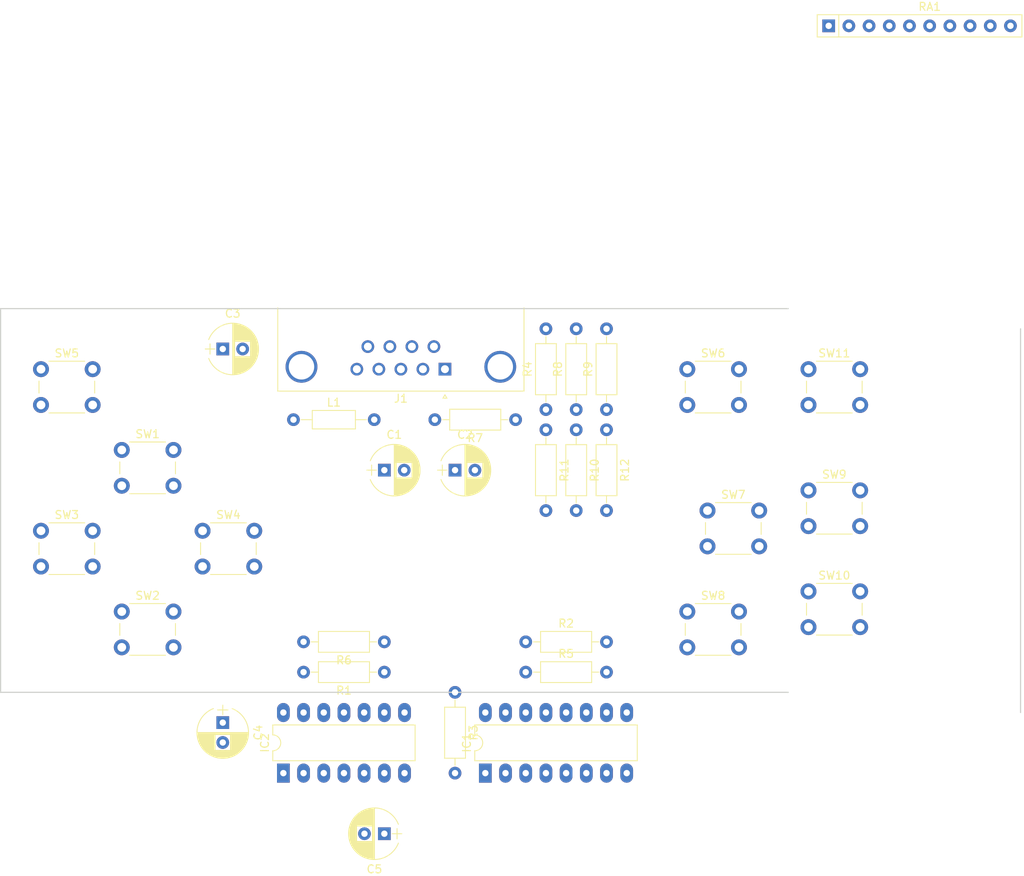
<source format=kicad_pcb>
(kicad_pcb (version 20171130) (host pcbnew "(5.0.1-3-g963ef8bb5)")

  (general
    (thickness 1.6)
    (drawings 4)
    (tracks 0)
    (zones 0)
    (modules 33)
    (nets 34)
  )

  (page A4)
  (layers
    (0 F.Cu signal)
    (31 B.Cu signal)
    (32 B.Adhes user)
    (33 F.Adhes user)
    (34 B.Paste user)
    (35 F.Paste user)
    (36 B.SilkS user)
    (37 F.SilkS user)
    (38 B.Mask user)
    (39 F.Mask user)
    (40 Dwgs.User user)
    (41 Cmts.User user)
    (42 Eco1.User user)
    (43 Eco2.User user)
    (44 Edge.Cuts user)
    (45 Margin user)
    (46 B.CrtYd user)
    (47 F.CrtYd user)
    (48 B.Fab user)
    (49 F.Fab user)
  )

  (setup
    (last_trace_width 0.25)
    (trace_clearance 0.2)
    (zone_clearance 0.508)
    (zone_45_only no)
    (trace_min 0.2)
    (segment_width 0.2)
    (edge_width 0.15)
    (via_size 0.8)
    (via_drill 0.4)
    (via_min_size 0.4)
    (via_min_drill 0.3)
    (uvia_size 0.3)
    (uvia_drill 0.1)
    (uvias_allowed no)
    (uvia_min_size 0.2)
    (uvia_min_drill 0.1)
    (pcb_text_width 0.3)
    (pcb_text_size 1.5 1.5)
    (mod_edge_width 0.15)
    (mod_text_size 1 1)
    (mod_text_width 0.15)
    (pad_size 1.524 1.524)
    (pad_drill 0.762)
    (pad_to_mask_clearance 0.051)
    (solder_mask_min_width 0.25)
    (aux_axis_origin 0 0)
    (visible_elements FFFFFF7F)
    (pcbplotparams
      (layerselection 0x010fc_ffffffff)
      (usegerberextensions false)
      (usegerberattributes false)
      (usegerberadvancedattributes false)
      (creategerberjobfile false)
      (excludeedgelayer true)
      (linewidth 0.100000)
      (plotframeref false)
      (viasonmask false)
      (mode 1)
      (useauxorigin false)
      (hpglpennumber 1)
      (hpglpenspeed 20)
      (hpglpendiameter 15.000000)
      (psnegative false)
      (psa4output false)
      (plotreference true)
      (plotvalue true)
      (plotinvisibletext false)
      (padsonsilk false)
      (subtractmaskfromsilk false)
      (outputformat 1)
      (mirror false)
      (drillshape 1)
      (scaleselection 1)
      (outputdirectory ""))
  )

  (net 0 "")
  (net 1 GND)
  (net 2 "Net-(C1-Pad1)")
  (net 3 VCC)
  (net 4 "Net-(C5-Pad1)")
  (net 5 "Net-(IC1-Pad7)")
  (net 6 "Net-(IC1-Pad14)")
  (net 7 "Net-(IC1-Pad6)")
  (net 8 "Net-(IC1-Pad13)")
  (net 9 "Net-(IC1-Pad5)")
  (net 10 "Net-(IC1-Pad12)")
  (net 11 "Net-(IC1-Pad4)")
  (net 12 "Net-(IC1-Pad11)")
  (net 13 "Net-(IC1-Pad3)")
  (net 14 "Net-(IC1-Pad10)")
  (net 15 "Net-(IC1-Pad2)")
  (net 16 "Net-(IC1-Pad9)")
  (net 17 "Net-(IC2-Pad13)")
  (net 18 "Net-(IC2-Pad8)")
  (net 19 "Net-(IC2-Pad1)")
  (net 20 "Net-(J1-Pad1)")
  (net 21 "Net-(J1-Pad2)")
  (net 22 "Net-(J1-Pad3)")
  (net 23 "Net-(J1-Pad4)")
  (net 24 "Net-(RA1-Pad10)")
  (net 25 "Net-(RA1-Pad9)")
  (net 26 "Net-(RA1-Pad8)")
  (net 27 "Net-(RA1-Pad7)")
  (net 28 "Net-(RA1-Pad6)")
  (net 29 "Net-(RA1-Pad5)")
  (net 30 "Net-(RA1-Pad4)")
  (net 31 "Net-(RA1-Pad3)")
  (net 32 "Net-(RA1-Pad2)")
  (net 33 "Net-(RA1-Pad1)")

  (net_class Default "This is the default net class."
    (clearance 0.2)
    (trace_width 0.25)
    (via_dia 0.8)
    (via_drill 0.4)
    (uvia_dia 0.3)
    (uvia_drill 0.1)
    (add_net GND)
    (add_net "Net-(C1-Pad1)")
    (add_net "Net-(C5-Pad1)")
    (add_net "Net-(IC1-Pad10)")
    (add_net "Net-(IC1-Pad11)")
    (add_net "Net-(IC1-Pad12)")
    (add_net "Net-(IC1-Pad13)")
    (add_net "Net-(IC1-Pad14)")
    (add_net "Net-(IC1-Pad2)")
    (add_net "Net-(IC1-Pad3)")
    (add_net "Net-(IC1-Pad4)")
    (add_net "Net-(IC1-Pad5)")
    (add_net "Net-(IC1-Pad6)")
    (add_net "Net-(IC1-Pad7)")
    (add_net "Net-(IC1-Pad9)")
    (add_net "Net-(IC2-Pad1)")
    (add_net "Net-(IC2-Pad13)")
    (add_net "Net-(IC2-Pad8)")
    (add_net "Net-(J1-Pad1)")
    (add_net "Net-(J1-Pad2)")
    (add_net "Net-(J1-Pad3)")
    (add_net "Net-(J1-Pad4)")
    (add_net "Net-(RA1-Pad1)")
    (add_net "Net-(RA1-Pad10)")
    (add_net "Net-(RA1-Pad2)")
    (add_net "Net-(RA1-Pad3)")
    (add_net "Net-(RA1-Pad4)")
    (add_net "Net-(RA1-Pad5)")
    (add_net "Net-(RA1-Pad6)")
    (add_net "Net-(RA1-Pad7)")
    (add_net "Net-(RA1-Pad8)")
    (add_net "Net-(RA1-Pad9)")
    (add_net VCC)
  )

  (module Capacitors_THT:CP_Radial_D6.3mm_P2.50mm (layer F.Cu) (tedit 597BC7C2) (tstamp 5C3BA90E)
    (at 99.06 96.52)
    (descr "CP, Radial series, Radial, pin pitch=2.50mm, , diameter=6.3mm, Electrolytic Capacitor")
    (tags "CP Radial series Radial pin pitch 2.50mm  diameter 6.3mm Electrolytic Capacitor")
    (path /5AA2E827)
    (fp_text reference C1 (at 1.25 -4.46) (layer F.SilkS)
      (effects (font (size 1 1) (thickness 0.15)))
    )
    (fp_text value 220uF (at 1.25 4.46) (layer F.Fab)
      (effects (font (size 1 1) (thickness 0.15)))
    )
    (fp_text user %R (at 1.25 0) (layer F.Fab)
      (effects (font (size 1 1) (thickness 0.15)))
    )
    (fp_line (start 4.75 -3.5) (end -2.25 -3.5) (layer F.CrtYd) (width 0.05))
    (fp_line (start 4.75 3.5) (end 4.75 -3.5) (layer F.CrtYd) (width 0.05))
    (fp_line (start -2.25 3.5) (end 4.75 3.5) (layer F.CrtYd) (width 0.05))
    (fp_line (start -2.25 -3.5) (end -2.25 3.5) (layer F.CrtYd) (width 0.05))
    (fp_line (start -1.6 -0.65) (end -1.6 0.65) (layer F.SilkS) (width 0.12))
    (fp_line (start -2.2 0) (end -1 0) (layer F.SilkS) (width 0.12))
    (fp_line (start 4.451 -0.468) (end 4.451 0.468) (layer F.SilkS) (width 0.12))
    (fp_line (start 4.411 -0.676) (end 4.411 0.676) (layer F.SilkS) (width 0.12))
    (fp_line (start 4.371 -0.834) (end 4.371 0.834) (layer F.SilkS) (width 0.12))
    (fp_line (start 4.331 -0.966) (end 4.331 0.966) (layer F.SilkS) (width 0.12))
    (fp_line (start 4.291 -1.081) (end 4.291 1.081) (layer F.SilkS) (width 0.12))
    (fp_line (start 4.251 -1.184) (end 4.251 1.184) (layer F.SilkS) (width 0.12))
    (fp_line (start 4.211 -1.278) (end 4.211 1.278) (layer F.SilkS) (width 0.12))
    (fp_line (start 4.171 -1.364) (end 4.171 1.364) (layer F.SilkS) (width 0.12))
    (fp_line (start 4.131 -1.445) (end 4.131 1.445) (layer F.SilkS) (width 0.12))
    (fp_line (start 4.091 -1.52) (end 4.091 1.52) (layer F.SilkS) (width 0.12))
    (fp_line (start 4.051 -1.591) (end 4.051 1.591) (layer F.SilkS) (width 0.12))
    (fp_line (start 4.011 -1.658) (end 4.011 1.658) (layer F.SilkS) (width 0.12))
    (fp_line (start 3.971 -1.721) (end 3.971 1.721) (layer F.SilkS) (width 0.12))
    (fp_line (start 3.931 -1.781) (end 3.931 1.781) (layer F.SilkS) (width 0.12))
    (fp_line (start 3.891 -1.839) (end 3.891 1.839) (layer F.SilkS) (width 0.12))
    (fp_line (start 3.851 -1.894) (end 3.851 1.894) (layer F.SilkS) (width 0.12))
    (fp_line (start 3.811 -1.946) (end 3.811 1.946) (layer F.SilkS) (width 0.12))
    (fp_line (start 3.771 -1.997) (end 3.771 1.997) (layer F.SilkS) (width 0.12))
    (fp_line (start 3.731 -2.045) (end 3.731 2.045) (layer F.SilkS) (width 0.12))
    (fp_line (start 3.691 -2.092) (end 3.691 2.092) (layer F.SilkS) (width 0.12))
    (fp_line (start 3.651 -2.137) (end 3.651 2.137) (layer F.SilkS) (width 0.12))
    (fp_line (start 3.611 -2.18) (end 3.611 2.18) (layer F.SilkS) (width 0.12))
    (fp_line (start 3.571 -2.222) (end 3.571 2.222) (layer F.SilkS) (width 0.12))
    (fp_line (start 3.531 -2.262) (end 3.531 2.262) (layer F.SilkS) (width 0.12))
    (fp_line (start 3.491 -2.301) (end 3.491 2.301) (layer F.SilkS) (width 0.12))
    (fp_line (start 3.451 0.98) (end 3.451 2.339) (layer F.SilkS) (width 0.12))
    (fp_line (start 3.451 -2.339) (end 3.451 -0.98) (layer F.SilkS) (width 0.12))
    (fp_line (start 3.411 0.98) (end 3.411 2.375) (layer F.SilkS) (width 0.12))
    (fp_line (start 3.411 -2.375) (end 3.411 -0.98) (layer F.SilkS) (width 0.12))
    (fp_line (start 3.371 0.98) (end 3.371 2.411) (layer F.SilkS) (width 0.12))
    (fp_line (start 3.371 -2.411) (end 3.371 -0.98) (layer F.SilkS) (width 0.12))
    (fp_line (start 3.331 0.98) (end 3.331 2.445) (layer F.SilkS) (width 0.12))
    (fp_line (start 3.331 -2.445) (end 3.331 -0.98) (layer F.SilkS) (width 0.12))
    (fp_line (start 3.291 0.98) (end 3.291 2.478) (layer F.SilkS) (width 0.12))
    (fp_line (start 3.291 -2.478) (end 3.291 -0.98) (layer F.SilkS) (width 0.12))
    (fp_line (start 3.251 0.98) (end 3.251 2.51) (layer F.SilkS) (width 0.12))
    (fp_line (start 3.251 -2.51) (end 3.251 -0.98) (layer F.SilkS) (width 0.12))
    (fp_line (start 3.211 0.98) (end 3.211 2.54) (layer F.SilkS) (width 0.12))
    (fp_line (start 3.211 -2.54) (end 3.211 -0.98) (layer F.SilkS) (width 0.12))
    (fp_line (start 3.171 0.98) (end 3.171 2.57) (layer F.SilkS) (width 0.12))
    (fp_line (start 3.171 -2.57) (end 3.171 -0.98) (layer F.SilkS) (width 0.12))
    (fp_line (start 3.131 0.98) (end 3.131 2.599) (layer F.SilkS) (width 0.12))
    (fp_line (start 3.131 -2.599) (end 3.131 -0.98) (layer F.SilkS) (width 0.12))
    (fp_line (start 3.091 0.98) (end 3.091 2.627) (layer F.SilkS) (width 0.12))
    (fp_line (start 3.091 -2.627) (end 3.091 -0.98) (layer F.SilkS) (width 0.12))
    (fp_line (start 3.051 0.98) (end 3.051 2.654) (layer F.SilkS) (width 0.12))
    (fp_line (start 3.051 -2.654) (end 3.051 -0.98) (layer F.SilkS) (width 0.12))
    (fp_line (start 3.011 0.98) (end 3.011 2.681) (layer F.SilkS) (width 0.12))
    (fp_line (start 3.011 -2.681) (end 3.011 -0.98) (layer F.SilkS) (width 0.12))
    (fp_line (start 2.971 0.98) (end 2.971 2.706) (layer F.SilkS) (width 0.12))
    (fp_line (start 2.971 -2.706) (end 2.971 -0.98) (layer F.SilkS) (width 0.12))
    (fp_line (start 2.931 0.98) (end 2.931 2.731) (layer F.SilkS) (width 0.12))
    (fp_line (start 2.931 -2.731) (end 2.931 -0.98) (layer F.SilkS) (width 0.12))
    (fp_line (start 2.891 0.98) (end 2.891 2.755) (layer F.SilkS) (width 0.12))
    (fp_line (start 2.891 -2.755) (end 2.891 -0.98) (layer F.SilkS) (width 0.12))
    (fp_line (start 2.851 0.98) (end 2.851 2.778) (layer F.SilkS) (width 0.12))
    (fp_line (start 2.851 -2.778) (end 2.851 -0.98) (layer F.SilkS) (width 0.12))
    (fp_line (start 2.811 0.98) (end 2.811 2.8) (layer F.SilkS) (width 0.12))
    (fp_line (start 2.811 -2.8) (end 2.811 -0.98) (layer F.SilkS) (width 0.12))
    (fp_line (start 2.771 0.98) (end 2.771 2.822) (layer F.SilkS) (width 0.12))
    (fp_line (start 2.771 -2.822) (end 2.771 -0.98) (layer F.SilkS) (width 0.12))
    (fp_line (start 2.731 0.98) (end 2.731 2.843) (layer F.SilkS) (width 0.12))
    (fp_line (start 2.731 -2.843) (end 2.731 -0.98) (layer F.SilkS) (width 0.12))
    (fp_line (start 2.691 0.98) (end 2.691 2.863) (layer F.SilkS) (width 0.12))
    (fp_line (start 2.691 -2.863) (end 2.691 -0.98) (layer F.SilkS) (width 0.12))
    (fp_line (start 2.651 0.98) (end 2.651 2.882) (layer F.SilkS) (width 0.12))
    (fp_line (start 2.651 -2.882) (end 2.651 -0.98) (layer F.SilkS) (width 0.12))
    (fp_line (start 2.611 0.98) (end 2.611 2.901) (layer F.SilkS) (width 0.12))
    (fp_line (start 2.611 -2.901) (end 2.611 -0.98) (layer F.SilkS) (width 0.12))
    (fp_line (start 2.571 0.98) (end 2.571 2.919) (layer F.SilkS) (width 0.12))
    (fp_line (start 2.571 -2.919) (end 2.571 -0.98) (layer F.SilkS) (width 0.12))
    (fp_line (start 2.531 0.98) (end 2.531 2.937) (layer F.SilkS) (width 0.12))
    (fp_line (start 2.531 -2.937) (end 2.531 -0.98) (layer F.SilkS) (width 0.12))
    (fp_line (start 2.491 0.98) (end 2.491 2.954) (layer F.SilkS) (width 0.12))
    (fp_line (start 2.491 -2.954) (end 2.491 -0.98) (layer F.SilkS) (width 0.12))
    (fp_line (start 2.451 0.98) (end 2.451 2.97) (layer F.SilkS) (width 0.12))
    (fp_line (start 2.451 -2.97) (end 2.451 -0.98) (layer F.SilkS) (width 0.12))
    (fp_line (start 2.411 0.98) (end 2.411 2.986) (layer F.SilkS) (width 0.12))
    (fp_line (start 2.411 -2.986) (end 2.411 -0.98) (layer F.SilkS) (width 0.12))
    (fp_line (start 2.371 0.98) (end 2.371 3.001) (layer F.SilkS) (width 0.12))
    (fp_line (start 2.371 -3.001) (end 2.371 -0.98) (layer F.SilkS) (width 0.12))
    (fp_line (start 2.331 0.98) (end 2.331 3.015) (layer F.SilkS) (width 0.12))
    (fp_line (start 2.331 -3.015) (end 2.331 -0.98) (layer F.SilkS) (width 0.12))
    (fp_line (start 2.291 0.98) (end 2.291 3.029) (layer F.SilkS) (width 0.12))
    (fp_line (start 2.291 -3.029) (end 2.291 -0.98) (layer F.SilkS) (width 0.12))
    (fp_line (start 2.251 0.98) (end 2.251 3.042) (layer F.SilkS) (width 0.12))
    (fp_line (start 2.251 -3.042) (end 2.251 -0.98) (layer F.SilkS) (width 0.12))
    (fp_line (start 2.211 0.98) (end 2.211 3.055) (layer F.SilkS) (width 0.12))
    (fp_line (start 2.211 -3.055) (end 2.211 -0.98) (layer F.SilkS) (width 0.12))
    (fp_line (start 2.171 0.98) (end 2.171 3.067) (layer F.SilkS) (width 0.12))
    (fp_line (start 2.171 -3.067) (end 2.171 -0.98) (layer F.SilkS) (width 0.12))
    (fp_line (start 2.131 0.98) (end 2.131 3.079) (layer F.SilkS) (width 0.12))
    (fp_line (start 2.131 -3.079) (end 2.131 -0.98) (layer F.SilkS) (width 0.12))
    (fp_line (start 2.091 0.98) (end 2.091 3.09) (layer F.SilkS) (width 0.12))
    (fp_line (start 2.091 -3.09) (end 2.091 -0.98) (layer F.SilkS) (width 0.12))
    (fp_line (start 2.051 0.98) (end 2.051 3.1) (layer F.SilkS) (width 0.12))
    (fp_line (start 2.051 -3.1) (end 2.051 -0.98) (layer F.SilkS) (width 0.12))
    (fp_line (start 2.011 0.98) (end 2.011 3.11) (layer F.SilkS) (width 0.12))
    (fp_line (start 2.011 -3.11) (end 2.011 -0.98) (layer F.SilkS) (width 0.12))
    (fp_line (start 1.971 0.98) (end 1.971 3.119) (layer F.SilkS) (width 0.12))
    (fp_line (start 1.971 -3.119) (end 1.971 -0.98) (layer F.SilkS) (width 0.12))
    (fp_line (start 1.93 0.98) (end 1.93 3.128) (layer F.SilkS) (width 0.12))
    (fp_line (start 1.93 -3.128) (end 1.93 -0.98) (layer F.SilkS) (width 0.12))
    (fp_line (start 1.89 0.98) (end 1.89 3.137) (layer F.SilkS) (width 0.12))
    (fp_line (start 1.89 -3.137) (end 1.89 -0.98) (layer F.SilkS) (width 0.12))
    (fp_line (start 1.85 0.98) (end 1.85 3.144) (layer F.SilkS) (width 0.12))
    (fp_line (start 1.85 -3.144) (end 1.85 -0.98) (layer F.SilkS) (width 0.12))
    (fp_line (start 1.81 0.98) (end 1.81 3.152) (layer F.SilkS) (width 0.12))
    (fp_line (start 1.81 -3.152) (end 1.81 -0.98) (layer F.SilkS) (width 0.12))
    (fp_line (start 1.77 0.98) (end 1.77 3.158) (layer F.SilkS) (width 0.12))
    (fp_line (start 1.77 -3.158) (end 1.77 -0.98) (layer F.SilkS) (width 0.12))
    (fp_line (start 1.73 0.98) (end 1.73 3.165) (layer F.SilkS) (width 0.12))
    (fp_line (start 1.73 -3.165) (end 1.73 -0.98) (layer F.SilkS) (width 0.12))
    (fp_line (start 1.69 0.98) (end 1.69 3.17) (layer F.SilkS) (width 0.12))
    (fp_line (start 1.69 -3.17) (end 1.69 -0.98) (layer F.SilkS) (width 0.12))
    (fp_line (start 1.65 0.98) (end 1.65 3.176) (layer F.SilkS) (width 0.12))
    (fp_line (start 1.65 -3.176) (end 1.65 -0.98) (layer F.SilkS) (width 0.12))
    (fp_line (start 1.61 0.98) (end 1.61 3.18) (layer F.SilkS) (width 0.12))
    (fp_line (start 1.61 -3.18) (end 1.61 -0.98) (layer F.SilkS) (width 0.12))
    (fp_line (start 1.57 0.98) (end 1.57 3.185) (layer F.SilkS) (width 0.12))
    (fp_line (start 1.57 -3.185) (end 1.57 -0.98) (layer F.SilkS) (width 0.12))
    (fp_line (start 1.53 0.98) (end 1.53 3.188) (layer F.SilkS) (width 0.12))
    (fp_line (start 1.53 -3.188) (end 1.53 -0.98) (layer F.SilkS) (width 0.12))
    (fp_line (start 1.49 -3.192) (end 1.49 3.192) (layer F.SilkS) (width 0.12))
    (fp_line (start 1.45 -3.194) (end 1.45 3.194) (layer F.SilkS) (width 0.12))
    (fp_line (start 1.41 -3.197) (end 1.41 3.197) (layer F.SilkS) (width 0.12))
    (fp_line (start 1.37 -3.198) (end 1.37 3.198) (layer F.SilkS) (width 0.12))
    (fp_line (start 1.33 -3.2) (end 1.33 3.2) (layer F.SilkS) (width 0.12))
    (fp_line (start 1.29 -3.2) (end 1.29 3.2) (layer F.SilkS) (width 0.12))
    (fp_line (start 1.25 -3.2) (end 1.25 3.2) (layer F.SilkS) (width 0.12))
    (fp_line (start -1.6 -0.65) (end -1.6 0.65) (layer F.Fab) (width 0.1))
    (fp_line (start -2.2 0) (end -1 0) (layer F.Fab) (width 0.1))
    (fp_circle (center 1.25 0) (end 4.4 0) (layer F.Fab) (width 0.1))
    (fp_arc (start 1.25 0) (end 4.267482 -1.18) (angle 42.7) (layer F.SilkS) (width 0.12))
    (fp_arc (start 1.25 0) (end -1.767482 1.18) (angle -137.3) (layer F.SilkS) (width 0.12))
    (fp_arc (start 1.25 0) (end -1.767482 -1.18) (angle 137.3) (layer F.SilkS) (width 0.12))
    (pad 2 thru_hole circle (at 2.5 0) (size 1.6 1.6) (drill 0.8) (layers *.Cu *.Mask)
      (net 1 GND))
    (pad 1 thru_hole rect (at 0 0) (size 1.6 1.6) (drill 0.8) (layers *.Cu *.Mask)
      (net 2 "Net-(C1-Pad1)"))
    (model ${KISYS3DMOD}/Capacitors_THT.3dshapes/CP_Radial_D6.3mm_P2.50mm.wrl
      (at (xyz 0 0 0))
      (scale (xyz 1 1 1))
      (rotate (xyz 0 0 0))
    )
  )

  (module Capacitors_THT:CP_Radial_D6.3mm_P2.50mm (layer F.Cu) (tedit 597BC7C2) (tstamp 5C3BA9A3)
    (at 107.95 96.52)
    (descr "CP, Radial series, Radial, pin pitch=2.50mm, , diameter=6.3mm, Electrolytic Capacitor")
    (tags "CP Radial series Radial pin pitch 2.50mm  diameter 6.3mm Electrolytic Capacitor")
    (path /5AA2E5F2)
    (fp_text reference C2 (at 1.25 -4.46) (layer F.SilkS)
      (effects (font (size 1 1) (thickness 0.15)))
    )
    (fp_text value 47uF (at 1.25 4.46) (layer F.Fab)
      (effects (font (size 1 1) (thickness 0.15)))
    )
    (fp_arc (start 1.25 0) (end -1.767482 -1.18) (angle 137.3) (layer F.SilkS) (width 0.12))
    (fp_arc (start 1.25 0) (end -1.767482 1.18) (angle -137.3) (layer F.SilkS) (width 0.12))
    (fp_arc (start 1.25 0) (end 4.267482 -1.18) (angle 42.7) (layer F.SilkS) (width 0.12))
    (fp_circle (center 1.25 0) (end 4.4 0) (layer F.Fab) (width 0.1))
    (fp_line (start -2.2 0) (end -1 0) (layer F.Fab) (width 0.1))
    (fp_line (start -1.6 -0.65) (end -1.6 0.65) (layer F.Fab) (width 0.1))
    (fp_line (start 1.25 -3.2) (end 1.25 3.2) (layer F.SilkS) (width 0.12))
    (fp_line (start 1.29 -3.2) (end 1.29 3.2) (layer F.SilkS) (width 0.12))
    (fp_line (start 1.33 -3.2) (end 1.33 3.2) (layer F.SilkS) (width 0.12))
    (fp_line (start 1.37 -3.198) (end 1.37 3.198) (layer F.SilkS) (width 0.12))
    (fp_line (start 1.41 -3.197) (end 1.41 3.197) (layer F.SilkS) (width 0.12))
    (fp_line (start 1.45 -3.194) (end 1.45 3.194) (layer F.SilkS) (width 0.12))
    (fp_line (start 1.49 -3.192) (end 1.49 3.192) (layer F.SilkS) (width 0.12))
    (fp_line (start 1.53 -3.188) (end 1.53 -0.98) (layer F.SilkS) (width 0.12))
    (fp_line (start 1.53 0.98) (end 1.53 3.188) (layer F.SilkS) (width 0.12))
    (fp_line (start 1.57 -3.185) (end 1.57 -0.98) (layer F.SilkS) (width 0.12))
    (fp_line (start 1.57 0.98) (end 1.57 3.185) (layer F.SilkS) (width 0.12))
    (fp_line (start 1.61 -3.18) (end 1.61 -0.98) (layer F.SilkS) (width 0.12))
    (fp_line (start 1.61 0.98) (end 1.61 3.18) (layer F.SilkS) (width 0.12))
    (fp_line (start 1.65 -3.176) (end 1.65 -0.98) (layer F.SilkS) (width 0.12))
    (fp_line (start 1.65 0.98) (end 1.65 3.176) (layer F.SilkS) (width 0.12))
    (fp_line (start 1.69 -3.17) (end 1.69 -0.98) (layer F.SilkS) (width 0.12))
    (fp_line (start 1.69 0.98) (end 1.69 3.17) (layer F.SilkS) (width 0.12))
    (fp_line (start 1.73 -3.165) (end 1.73 -0.98) (layer F.SilkS) (width 0.12))
    (fp_line (start 1.73 0.98) (end 1.73 3.165) (layer F.SilkS) (width 0.12))
    (fp_line (start 1.77 -3.158) (end 1.77 -0.98) (layer F.SilkS) (width 0.12))
    (fp_line (start 1.77 0.98) (end 1.77 3.158) (layer F.SilkS) (width 0.12))
    (fp_line (start 1.81 -3.152) (end 1.81 -0.98) (layer F.SilkS) (width 0.12))
    (fp_line (start 1.81 0.98) (end 1.81 3.152) (layer F.SilkS) (width 0.12))
    (fp_line (start 1.85 -3.144) (end 1.85 -0.98) (layer F.SilkS) (width 0.12))
    (fp_line (start 1.85 0.98) (end 1.85 3.144) (layer F.SilkS) (width 0.12))
    (fp_line (start 1.89 -3.137) (end 1.89 -0.98) (layer F.SilkS) (width 0.12))
    (fp_line (start 1.89 0.98) (end 1.89 3.137) (layer F.SilkS) (width 0.12))
    (fp_line (start 1.93 -3.128) (end 1.93 -0.98) (layer F.SilkS) (width 0.12))
    (fp_line (start 1.93 0.98) (end 1.93 3.128) (layer F.SilkS) (width 0.12))
    (fp_line (start 1.971 -3.119) (end 1.971 -0.98) (layer F.SilkS) (width 0.12))
    (fp_line (start 1.971 0.98) (end 1.971 3.119) (layer F.SilkS) (width 0.12))
    (fp_line (start 2.011 -3.11) (end 2.011 -0.98) (layer F.SilkS) (width 0.12))
    (fp_line (start 2.011 0.98) (end 2.011 3.11) (layer F.SilkS) (width 0.12))
    (fp_line (start 2.051 -3.1) (end 2.051 -0.98) (layer F.SilkS) (width 0.12))
    (fp_line (start 2.051 0.98) (end 2.051 3.1) (layer F.SilkS) (width 0.12))
    (fp_line (start 2.091 -3.09) (end 2.091 -0.98) (layer F.SilkS) (width 0.12))
    (fp_line (start 2.091 0.98) (end 2.091 3.09) (layer F.SilkS) (width 0.12))
    (fp_line (start 2.131 -3.079) (end 2.131 -0.98) (layer F.SilkS) (width 0.12))
    (fp_line (start 2.131 0.98) (end 2.131 3.079) (layer F.SilkS) (width 0.12))
    (fp_line (start 2.171 -3.067) (end 2.171 -0.98) (layer F.SilkS) (width 0.12))
    (fp_line (start 2.171 0.98) (end 2.171 3.067) (layer F.SilkS) (width 0.12))
    (fp_line (start 2.211 -3.055) (end 2.211 -0.98) (layer F.SilkS) (width 0.12))
    (fp_line (start 2.211 0.98) (end 2.211 3.055) (layer F.SilkS) (width 0.12))
    (fp_line (start 2.251 -3.042) (end 2.251 -0.98) (layer F.SilkS) (width 0.12))
    (fp_line (start 2.251 0.98) (end 2.251 3.042) (layer F.SilkS) (width 0.12))
    (fp_line (start 2.291 -3.029) (end 2.291 -0.98) (layer F.SilkS) (width 0.12))
    (fp_line (start 2.291 0.98) (end 2.291 3.029) (layer F.SilkS) (width 0.12))
    (fp_line (start 2.331 -3.015) (end 2.331 -0.98) (layer F.SilkS) (width 0.12))
    (fp_line (start 2.331 0.98) (end 2.331 3.015) (layer F.SilkS) (width 0.12))
    (fp_line (start 2.371 -3.001) (end 2.371 -0.98) (layer F.SilkS) (width 0.12))
    (fp_line (start 2.371 0.98) (end 2.371 3.001) (layer F.SilkS) (width 0.12))
    (fp_line (start 2.411 -2.986) (end 2.411 -0.98) (layer F.SilkS) (width 0.12))
    (fp_line (start 2.411 0.98) (end 2.411 2.986) (layer F.SilkS) (width 0.12))
    (fp_line (start 2.451 -2.97) (end 2.451 -0.98) (layer F.SilkS) (width 0.12))
    (fp_line (start 2.451 0.98) (end 2.451 2.97) (layer F.SilkS) (width 0.12))
    (fp_line (start 2.491 -2.954) (end 2.491 -0.98) (layer F.SilkS) (width 0.12))
    (fp_line (start 2.491 0.98) (end 2.491 2.954) (layer F.SilkS) (width 0.12))
    (fp_line (start 2.531 -2.937) (end 2.531 -0.98) (layer F.SilkS) (width 0.12))
    (fp_line (start 2.531 0.98) (end 2.531 2.937) (layer F.SilkS) (width 0.12))
    (fp_line (start 2.571 -2.919) (end 2.571 -0.98) (layer F.SilkS) (width 0.12))
    (fp_line (start 2.571 0.98) (end 2.571 2.919) (layer F.SilkS) (width 0.12))
    (fp_line (start 2.611 -2.901) (end 2.611 -0.98) (layer F.SilkS) (width 0.12))
    (fp_line (start 2.611 0.98) (end 2.611 2.901) (layer F.SilkS) (width 0.12))
    (fp_line (start 2.651 -2.882) (end 2.651 -0.98) (layer F.SilkS) (width 0.12))
    (fp_line (start 2.651 0.98) (end 2.651 2.882) (layer F.SilkS) (width 0.12))
    (fp_line (start 2.691 -2.863) (end 2.691 -0.98) (layer F.SilkS) (width 0.12))
    (fp_line (start 2.691 0.98) (end 2.691 2.863) (layer F.SilkS) (width 0.12))
    (fp_line (start 2.731 -2.843) (end 2.731 -0.98) (layer F.SilkS) (width 0.12))
    (fp_line (start 2.731 0.98) (end 2.731 2.843) (layer F.SilkS) (width 0.12))
    (fp_line (start 2.771 -2.822) (end 2.771 -0.98) (layer F.SilkS) (width 0.12))
    (fp_line (start 2.771 0.98) (end 2.771 2.822) (layer F.SilkS) (width 0.12))
    (fp_line (start 2.811 -2.8) (end 2.811 -0.98) (layer F.SilkS) (width 0.12))
    (fp_line (start 2.811 0.98) (end 2.811 2.8) (layer F.SilkS) (width 0.12))
    (fp_line (start 2.851 -2.778) (end 2.851 -0.98) (layer F.SilkS) (width 0.12))
    (fp_line (start 2.851 0.98) (end 2.851 2.778) (layer F.SilkS) (width 0.12))
    (fp_line (start 2.891 -2.755) (end 2.891 -0.98) (layer F.SilkS) (width 0.12))
    (fp_line (start 2.891 0.98) (end 2.891 2.755) (layer F.SilkS) (width 0.12))
    (fp_line (start 2.931 -2.731) (end 2.931 -0.98) (layer F.SilkS) (width 0.12))
    (fp_line (start 2.931 0.98) (end 2.931 2.731) (layer F.SilkS) (width 0.12))
    (fp_line (start 2.971 -2.706) (end 2.971 -0.98) (layer F.SilkS) (width 0.12))
    (fp_line (start 2.971 0.98) (end 2.971 2.706) (layer F.SilkS) (width 0.12))
    (fp_line (start 3.011 -2.681) (end 3.011 -0.98) (layer F.SilkS) (width 0.12))
    (fp_line (start 3.011 0.98) (end 3.011 2.681) (layer F.SilkS) (width 0.12))
    (fp_line (start 3.051 -2.654) (end 3.051 -0.98) (layer F.SilkS) (width 0.12))
    (fp_line (start 3.051 0.98) (end 3.051 2.654) (layer F.SilkS) (width 0.12))
    (fp_line (start 3.091 -2.627) (end 3.091 -0.98) (layer F.SilkS) (width 0.12))
    (fp_line (start 3.091 0.98) (end 3.091 2.627) (layer F.SilkS) (width 0.12))
    (fp_line (start 3.131 -2.599) (end 3.131 -0.98) (layer F.SilkS) (width 0.12))
    (fp_line (start 3.131 0.98) (end 3.131 2.599) (layer F.SilkS) (width 0.12))
    (fp_line (start 3.171 -2.57) (end 3.171 -0.98) (layer F.SilkS) (width 0.12))
    (fp_line (start 3.171 0.98) (end 3.171 2.57) (layer F.SilkS) (width 0.12))
    (fp_line (start 3.211 -2.54) (end 3.211 -0.98) (layer F.SilkS) (width 0.12))
    (fp_line (start 3.211 0.98) (end 3.211 2.54) (layer F.SilkS) (width 0.12))
    (fp_line (start 3.251 -2.51) (end 3.251 -0.98) (layer F.SilkS) (width 0.12))
    (fp_line (start 3.251 0.98) (end 3.251 2.51) (layer F.SilkS) (width 0.12))
    (fp_line (start 3.291 -2.478) (end 3.291 -0.98) (layer F.SilkS) (width 0.12))
    (fp_line (start 3.291 0.98) (end 3.291 2.478) (layer F.SilkS) (width 0.12))
    (fp_line (start 3.331 -2.445) (end 3.331 -0.98) (layer F.SilkS) (width 0.12))
    (fp_line (start 3.331 0.98) (end 3.331 2.445) (layer F.SilkS) (width 0.12))
    (fp_line (start 3.371 -2.411) (end 3.371 -0.98) (layer F.SilkS) (width 0.12))
    (fp_line (start 3.371 0.98) (end 3.371 2.411) (layer F.SilkS) (width 0.12))
    (fp_line (start 3.411 -2.375) (end 3.411 -0.98) (layer F.SilkS) (width 0.12))
    (fp_line (start 3.411 0.98) (end 3.411 2.375) (layer F.SilkS) (width 0.12))
    (fp_line (start 3.451 -2.339) (end 3.451 -0.98) (layer F.SilkS) (width 0.12))
    (fp_line (start 3.451 0.98) (end 3.451 2.339) (layer F.SilkS) (width 0.12))
    (fp_line (start 3.491 -2.301) (end 3.491 2.301) (layer F.SilkS) (width 0.12))
    (fp_line (start 3.531 -2.262) (end 3.531 2.262) (layer F.SilkS) (width 0.12))
    (fp_line (start 3.571 -2.222) (end 3.571 2.222) (layer F.SilkS) (width 0.12))
    (fp_line (start 3.611 -2.18) (end 3.611 2.18) (layer F.SilkS) (width 0.12))
    (fp_line (start 3.651 -2.137) (end 3.651 2.137) (layer F.SilkS) (width 0.12))
    (fp_line (start 3.691 -2.092) (end 3.691 2.092) (layer F.SilkS) (width 0.12))
    (fp_line (start 3.731 -2.045) (end 3.731 2.045) (layer F.SilkS) (width 0.12))
    (fp_line (start 3.771 -1.997) (end 3.771 1.997) (layer F.SilkS) (width 0.12))
    (fp_line (start 3.811 -1.946) (end 3.811 1.946) (layer F.SilkS) (width 0.12))
    (fp_line (start 3.851 -1.894) (end 3.851 1.894) (layer F.SilkS) (width 0.12))
    (fp_line (start 3.891 -1.839) (end 3.891 1.839) (layer F.SilkS) (width 0.12))
    (fp_line (start 3.931 -1.781) (end 3.931 1.781) (layer F.SilkS) (width 0.12))
    (fp_line (start 3.971 -1.721) (end 3.971 1.721) (layer F.SilkS) (width 0.12))
    (fp_line (start 4.011 -1.658) (end 4.011 1.658) (layer F.SilkS) (width 0.12))
    (fp_line (start 4.051 -1.591) (end 4.051 1.591) (layer F.SilkS) (width 0.12))
    (fp_line (start 4.091 -1.52) (end 4.091 1.52) (layer F.SilkS) (width 0.12))
    (fp_line (start 4.131 -1.445) (end 4.131 1.445) (layer F.SilkS) (width 0.12))
    (fp_line (start 4.171 -1.364) (end 4.171 1.364) (layer F.SilkS) (width 0.12))
    (fp_line (start 4.211 -1.278) (end 4.211 1.278) (layer F.SilkS) (width 0.12))
    (fp_line (start 4.251 -1.184) (end 4.251 1.184) (layer F.SilkS) (width 0.12))
    (fp_line (start 4.291 -1.081) (end 4.291 1.081) (layer F.SilkS) (width 0.12))
    (fp_line (start 4.331 -0.966) (end 4.331 0.966) (layer F.SilkS) (width 0.12))
    (fp_line (start 4.371 -0.834) (end 4.371 0.834) (layer F.SilkS) (width 0.12))
    (fp_line (start 4.411 -0.676) (end 4.411 0.676) (layer F.SilkS) (width 0.12))
    (fp_line (start 4.451 -0.468) (end 4.451 0.468) (layer F.SilkS) (width 0.12))
    (fp_line (start -2.2 0) (end -1 0) (layer F.SilkS) (width 0.12))
    (fp_line (start -1.6 -0.65) (end -1.6 0.65) (layer F.SilkS) (width 0.12))
    (fp_line (start -2.25 -3.5) (end -2.25 3.5) (layer F.CrtYd) (width 0.05))
    (fp_line (start -2.25 3.5) (end 4.75 3.5) (layer F.CrtYd) (width 0.05))
    (fp_line (start 4.75 3.5) (end 4.75 -3.5) (layer F.CrtYd) (width 0.05))
    (fp_line (start 4.75 -3.5) (end -2.25 -3.5) (layer F.CrtYd) (width 0.05))
    (fp_text user %R (at 1.25 0) (layer F.Fab)
      (effects (font (size 1 1) (thickness 0.15)))
    )
    (pad 1 thru_hole rect (at 0 0) (size 1.6 1.6) (drill 0.8) (layers *.Cu *.Mask)
      (net 3 VCC))
    (pad 2 thru_hole circle (at 2.5 0) (size 1.6 1.6) (drill 0.8) (layers *.Cu *.Mask)
      (net 1 GND))
    (model ${KISYS3DMOD}/Capacitors_THT.3dshapes/CP_Radial_D6.3mm_P2.50mm.wrl
      (at (xyz 0 0 0))
      (scale (xyz 1 1 1))
      (rotate (xyz 0 0 0))
    )
  )

  (module Capacitors_THT:CP_Radial_D6.3mm_P2.50mm (layer F.Cu) (tedit 597BC7C2) (tstamp 5C3BAA38)
    (at 78.74 81.28)
    (descr "CP, Radial series, Radial, pin pitch=2.50mm, , diameter=6.3mm, Electrolytic Capacitor")
    (tags "CP Radial series Radial pin pitch 2.50mm  diameter 6.3mm Electrolytic Capacitor")
    (path /5AA2D183)
    (fp_text reference C3 (at 1.25 -4.46) (layer F.SilkS)
      (effects (font (size 1 1) (thickness 0.15)))
    )
    (fp_text value 100n (at 1.25 4.46) (layer F.Fab)
      (effects (font (size 1 1) (thickness 0.15)))
    )
    (fp_text user %R (at 1.25 0) (layer F.Fab)
      (effects (font (size 1 1) (thickness 0.15)))
    )
    (fp_line (start 4.75 -3.5) (end -2.25 -3.5) (layer F.CrtYd) (width 0.05))
    (fp_line (start 4.75 3.5) (end 4.75 -3.5) (layer F.CrtYd) (width 0.05))
    (fp_line (start -2.25 3.5) (end 4.75 3.5) (layer F.CrtYd) (width 0.05))
    (fp_line (start -2.25 -3.5) (end -2.25 3.5) (layer F.CrtYd) (width 0.05))
    (fp_line (start -1.6 -0.65) (end -1.6 0.65) (layer F.SilkS) (width 0.12))
    (fp_line (start -2.2 0) (end -1 0) (layer F.SilkS) (width 0.12))
    (fp_line (start 4.451 -0.468) (end 4.451 0.468) (layer F.SilkS) (width 0.12))
    (fp_line (start 4.411 -0.676) (end 4.411 0.676) (layer F.SilkS) (width 0.12))
    (fp_line (start 4.371 -0.834) (end 4.371 0.834) (layer F.SilkS) (width 0.12))
    (fp_line (start 4.331 -0.966) (end 4.331 0.966) (layer F.SilkS) (width 0.12))
    (fp_line (start 4.291 -1.081) (end 4.291 1.081) (layer F.SilkS) (width 0.12))
    (fp_line (start 4.251 -1.184) (end 4.251 1.184) (layer F.SilkS) (width 0.12))
    (fp_line (start 4.211 -1.278) (end 4.211 1.278) (layer F.SilkS) (width 0.12))
    (fp_line (start 4.171 -1.364) (end 4.171 1.364) (layer F.SilkS) (width 0.12))
    (fp_line (start 4.131 -1.445) (end 4.131 1.445) (layer F.SilkS) (width 0.12))
    (fp_line (start 4.091 -1.52) (end 4.091 1.52) (layer F.SilkS) (width 0.12))
    (fp_line (start 4.051 -1.591) (end 4.051 1.591) (layer F.SilkS) (width 0.12))
    (fp_line (start 4.011 -1.658) (end 4.011 1.658) (layer F.SilkS) (width 0.12))
    (fp_line (start 3.971 -1.721) (end 3.971 1.721) (layer F.SilkS) (width 0.12))
    (fp_line (start 3.931 -1.781) (end 3.931 1.781) (layer F.SilkS) (width 0.12))
    (fp_line (start 3.891 -1.839) (end 3.891 1.839) (layer F.SilkS) (width 0.12))
    (fp_line (start 3.851 -1.894) (end 3.851 1.894) (layer F.SilkS) (width 0.12))
    (fp_line (start 3.811 -1.946) (end 3.811 1.946) (layer F.SilkS) (width 0.12))
    (fp_line (start 3.771 -1.997) (end 3.771 1.997) (layer F.SilkS) (width 0.12))
    (fp_line (start 3.731 -2.045) (end 3.731 2.045) (layer F.SilkS) (width 0.12))
    (fp_line (start 3.691 -2.092) (end 3.691 2.092) (layer F.SilkS) (width 0.12))
    (fp_line (start 3.651 -2.137) (end 3.651 2.137) (layer F.SilkS) (width 0.12))
    (fp_line (start 3.611 -2.18) (end 3.611 2.18) (layer F.SilkS) (width 0.12))
    (fp_line (start 3.571 -2.222) (end 3.571 2.222) (layer F.SilkS) (width 0.12))
    (fp_line (start 3.531 -2.262) (end 3.531 2.262) (layer F.SilkS) (width 0.12))
    (fp_line (start 3.491 -2.301) (end 3.491 2.301) (layer F.SilkS) (width 0.12))
    (fp_line (start 3.451 0.98) (end 3.451 2.339) (layer F.SilkS) (width 0.12))
    (fp_line (start 3.451 -2.339) (end 3.451 -0.98) (layer F.SilkS) (width 0.12))
    (fp_line (start 3.411 0.98) (end 3.411 2.375) (layer F.SilkS) (width 0.12))
    (fp_line (start 3.411 -2.375) (end 3.411 -0.98) (layer F.SilkS) (width 0.12))
    (fp_line (start 3.371 0.98) (end 3.371 2.411) (layer F.SilkS) (width 0.12))
    (fp_line (start 3.371 -2.411) (end 3.371 -0.98) (layer F.SilkS) (width 0.12))
    (fp_line (start 3.331 0.98) (end 3.331 2.445) (layer F.SilkS) (width 0.12))
    (fp_line (start 3.331 -2.445) (end 3.331 -0.98) (layer F.SilkS) (width 0.12))
    (fp_line (start 3.291 0.98) (end 3.291 2.478) (layer F.SilkS) (width 0.12))
    (fp_line (start 3.291 -2.478) (end 3.291 -0.98) (layer F.SilkS) (width 0.12))
    (fp_line (start 3.251 0.98) (end 3.251 2.51) (layer F.SilkS) (width 0.12))
    (fp_line (start 3.251 -2.51) (end 3.251 -0.98) (layer F.SilkS) (width 0.12))
    (fp_line (start 3.211 0.98) (end 3.211 2.54) (layer F.SilkS) (width 0.12))
    (fp_line (start 3.211 -2.54) (end 3.211 -0.98) (layer F.SilkS) (width 0.12))
    (fp_line (start 3.171 0.98) (end 3.171 2.57) (layer F.SilkS) (width 0.12))
    (fp_line (start 3.171 -2.57) (end 3.171 -0.98) (layer F.SilkS) (width 0.12))
    (fp_line (start 3.131 0.98) (end 3.131 2.599) (layer F.SilkS) (width 0.12))
    (fp_line (start 3.131 -2.599) (end 3.131 -0.98) (layer F.SilkS) (width 0.12))
    (fp_line (start 3.091 0.98) (end 3.091 2.627) (layer F.SilkS) (width 0.12))
    (fp_line (start 3.091 -2.627) (end 3.091 -0.98) (layer F.SilkS) (width 0.12))
    (fp_line (start 3.051 0.98) (end 3.051 2.654) (layer F.SilkS) (width 0.12))
    (fp_line (start 3.051 -2.654) (end 3.051 -0.98) (layer F.SilkS) (width 0.12))
    (fp_line (start 3.011 0.98) (end 3.011 2.681) (layer F.SilkS) (width 0.12))
    (fp_line (start 3.011 -2.681) (end 3.011 -0.98) (layer F.SilkS) (width 0.12))
    (fp_line (start 2.971 0.98) (end 2.971 2.706) (layer F.SilkS) (width 0.12))
    (fp_line (start 2.971 -2.706) (end 2.971 -0.98) (layer F.SilkS) (width 0.12))
    (fp_line (start 2.931 0.98) (end 2.931 2.731) (layer F.SilkS) (width 0.12))
    (fp_line (start 2.931 -2.731) (end 2.931 -0.98) (layer F.SilkS) (width 0.12))
    (fp_line (start 2.891 0.98) (end 2.891 2.755) (layer F.SilkS) (width 0.12))
    (fp_line (start 2.891 -2.755) (end 2.891 -0.98) (layer F.SilkS) (width 0.12))
    (fp_line (start 2.851 0.98) (end 2.851 2.778) (layer F.SilkS) (width 0.12))
    (fp_line (start 2.851 -2.778) (end 2.851 -0.98) (layer F.SilkS) (width 0.12))
    (fp_line (start 2.811 0.98) (end 2.811 2.8) (layer F.SilkS) (width 0.12))
    (fp_line (start 2.811 -2.8) (end 2.811 -0.98) (layer F.SilkS) (width 0.12))
    (fp_line (start 2.771 0.98) (end 2.771 2.822) (layer F.SilkS) (width 0.12))
    (fp_line (start 2.771 -2.822) (end 2.771 -0.98) (layer F.SilkS) (width 0.12))
    (fp_line (start 2.731 0.98) (end 2.731 2.843) (layer F.SilkS) (width 0.12))
    (fp_line (start 2.731 -2.843) (end 2.731 -0.98) (layer F.SilkS) (width 0.12))
    (fp_line (start 2.691 0.98) (end 2.691 2.863) (layer F.SilkS) (width 0.12))
    (fp_line (start 2.691 -2.863) (end 2.691 -0.98) (layer F.SilkS) (width 0.12))
    (fp_line (start 2.651 0.98) (end 2.651 2.882) (layer F.SilkS) (width 0.12))
    (fp_line (start 2.651 -2.882) (end 2.651 -0.98) (layer F.SilkS) (width 0.12))
    (fp_line (start 2.611 0.98) (end 2.611 2.901) (layer F.SilkS) (width 0.12))
    (fp_line (start 2.611 -2.901) (end 2.611 -0.98) (layer F.SilkS) (width 0.12))
    (fp_line (start 2.571 0.98) (end 2.571 2.919) (layer F.SilkS) (width 0.12))
    (fp_line (start 2.571 -2.919) (end 2.571 -0.98) (layer F.SilkS) (width 0.12))
    (fp_line (start 2.531 0.98) (end 2.531 2.937) (layer F.SilkS) (width 0.12))
    (fp_line (start 2.531 -2.937) (end 2.531 -0.98) (layer F.SilkS) (width 0.12))
    (fp_line (start 2.491 0.98) (end 2.491 2.954) (layer F.SilkS) (width 0.12))
    (fp_line (start 2.491 -2.954) (end 2.491 -0.98) (layer F.SilkS) (width 0.12))
    (fp_line (start 2.451 0.98) (end 2.451 2.97) (layer F.SilkS) (width 0.12))
    (fp_line (start 2.451 -2.97) (end 2.451 -0.98) (layer F.SilkS) (width 0.12))
    (fp_line (start 2.411 0.98) (end 2.411 2.986) (layer F.SilkS) (width 0.12))
    (fp_line (start 2.411 -2.986) (end 2.411 -0.98) (layer F.SilkS) (width 0.12))
    (fp_line (start 2.371 0.98) (end 2.371 3.001) (layer F.SilkS) (width 0.12))
    (fp_line (start 2.371 -3.001) (end 2.371 -0.98) (layer F.SilkS) (width 0.12))
    (fp_line (start 2.331 0.98) (end 2.331 3.015) (layer F.SilkS) (width 0.12))
    (fp_line (start 2.331 -3.015) (end 2.331 -0.98) (layer F.SilkS) (width 0.12))
    (fp_line (start 2.291 0.98) (end 2.291 3.029) (layer F.SilkS) (width 0.12))
    (fp_line (start 2.291 -3.029) (end 2.291 -0.98) (layer F.SilkS) (width 0.12))
    (fp_line (start 2.251 0.98) (end 2.251 3.042) (layer F.SilkS) (width 0.12))
    (fp_line (start 2.251 -3.042) (end 2.251 -0.98) (layer F.SilkS) (width 0.12))
    (fp_line (start 2.211 0.98) (end 2.211 3.055) (layer F.SilkS) (width 0.12))
    (fp_line (start 2.211 -3.055) (end 2.211 -0.98) (layer F.SilkS) (width 0.12))
    (fp_line (start 2.171 0.98) (end 2.171 3.067) (layer F.SilkS) (width 0.12))
    (fp_line (start 2.171 -3.067) (end 2.171 -0.98) (layer F.SilkS) (width 0.12))
    (fp_line (start 2.131 0.98) (end 2.131 3.079) (layer F.SilkS) (width 0.12))
    (fp_line (start 2.131 -3.079) (end 2.131 -0.98) (layer F.SilkS) (width 0.12))
    (fp_line (start 2.091 0.98) (end 2.091 3.09) (layer F.SilkS) (width 0.12))
    (fp_line (start 2.091 -3.09) (end 2.091 -0.98) (layer F.SilkS) (width 0.12))
    (fp_line (start 2.051 0.98) (end 2.051 3.1) (layer F.SilkS) (width 0.12))
    (fp_line (start 2.051 -3.1) (end 2.051 -0.98) (layer F.SilkS) (width 0.12))
    (fp_line (start 2.011 0.98) (end 2.011 3.11) (layer F.SilkS) (width 0.12))
    (fp_line (start 2.011 -3.11) (end 2.011 -0.98) (layer F.SilkS) (width 0.12))
    (fp_line (start 1.971 0.98) (end 1.971 3.119) (layer F.SilkS) (width 0.12))
    (fp_line (start 1.971 -3.119) (end 1.971 -0.98) (layer F.SilkS) (width 0.12))
    (fp_line (start 1.93 0.98) (end 1.93 3.128) (layer F.SilkS) (width 0.12))
    (fp_line (start 1.93 -3.128) (end 1.93 -0.98) (layer F.SilkS) (width 0.12))
    (fp_line (start 1.89 0.98) (end 1.89 3.137) (layer F.SilkS) (width 0.12))
    (fp_line (start 1.89 -3.137) (end 1.89 -0.98) (layer F.SilkS) (width 0.12))
    (fp_line (start 1.85 0.98) (end 1.85 3.144) (layer F.SilkS) (width 0.12))
    (fp_line (start 1.85 -3.144) (end 1.85 -0.98) (layer F.SilkS) (width 0.12))
    (fp_line (start 1.81 0.98) (end 1.81 3.152) (layer F.SilkS) (width 0.12))
    (fp_line (start 1.81 -3.152) (end 1.81 -0.98) (layer F.SilkS) (width 0.12))
    (fp_line (start 1.77 0.98) (end 1.77 3.158) (layer F.SilkS) (width 0.12))
    (fp_line (start 1.77 -3.158) (end 1.77 -0.98) (layer F.SilkS) (width 0.12))
    (fp_line (start 1.73 0.98) (end 1.73 3.165) (layer F.SilkS) (width 0.12))
    (fp_line (start 1.73 -3.165) (end 1.73 -0.98) (layer F.SilkS) (width 0.12))
    (fp_line (start 1.69 0.98) (end 1.69 3.17) (layer F.SilkS) (width 0.12))
    (fp_line (start 1.69 -3.17) (end 1.69 -0.98) (layer F.SilkS) (width 0.12))
    (fp_line (start 1.65 0.98) (end 1.65 3.176) (layer F.SilkS) (width 0.12))
    (fp_line (start 1.65 -3.176) (end 1.65 -0.98) (layer F.SilkS) (width 0.12))
    (fp_line (start 1.61 0.98) (end 1.61 3.18) (layer F.SilkS) (width 0.12))
    (fp_line (start 1.61 -3.18) (end 1.61 -0.98) (layer F.SilkS) (width 0.12))
    (fp_line (start 1.57 0.98) (end 1.57 3.185) (layer F.SilkS) (width 0.12))
    (fp_line (start 1.57 -3.185) (end 1.57 -0.98) (layer F.SilkS) (width 0.12))
    (fp_line (start 1.53 0.98) (end 1.53 3.188) (layer F.SilkS) (width 0.12))
    (fp_line (start 1.53 -3.188) (end 1.53 -0.98) (layer F.SilkS) (width 0.12))
    (fp_line (start 1.49 -3.192) (end 1.49 3.192) (layer F.SilkS) (width 0.12))
    (fp_line (start 1.45 -3.194) (end 1.45 3.194) (layer F.SilkS) (width 0.12))
    (fp_line (start 1.41 -3.197) (end 1.41 3.197) (layer F.SilkS) (width 0.12))
    (fp_line (start 1.37 -3.198) (end 1.37 3.198) (layer F.SilkS) (width 0.12))
    (fp_line (start 1.33 -3.2) (end 1.33 3.2) (layer F.SilkS) (width 0.12))
    (fp_line (start 1.29 -3.2) (end 1.29 3.2) (layer F.SilkS) (width 0.12))
    (fp_line (start 1.25 -3.2) (end 1.25 3.2) (layer F.SilkS) (width 0.12))
    (fp_line (start -1.6 -0.65) (end -1.6 0.65) (layer F.Fab) (width 0.1))
    (fp_line (start -2.2 0) (end -1 0) (layer F.Fab) (width 0.1))
    (fp_circle (center 1.25 0) (end 4.4 0) (layer F.Fab) (width 0.1))
    (fp_arc (start 1.25 0) (end 4.267482 -1.18) (angle 42.7) (layer F.SilkS) (width 0.12))
    (fp_arc (start 1.25 0) (end -1.767482 1.18) (angle -137.3) (layer F.SilkS) (width 0.12))
    (fp_arc (start 1.25 0) (end -1.767482 -1.18) (angle 137.3) (layer F.SilkS) (width 0.12))
    (pad 2 thru_hole circle (at 2.5 0) (size 1.6 1.6) (drill 0.8) (layers *.Cu *.Mask)
      (net 1 GND))
    (pad 1 thru_hole rect (at 0 0) (size 1.6 1.6) (drill 0.8) (layers *.Cu *.Mask)
      (net 3 VCC))
    (model ${KISYS3DMOD}/Capacitors_THT.3dshapes/CP_Radial_D6.3mm_P2.50mm.wrl
      (at (xyz 0 0 0))
      (scale (xyz 1 1 1))
      (rotate (xyz 0 0 0))
    )
  )

  (module Capacitors_THT:CP_Radial_D6.3mm_P2.50mm (layer F.Cu) (tedit 597BC7C2) (tstamp 5C3BAACD)
    (at 78.74 128.27 270)
    (descr "CP, Radial series, Radial, pin pitch=2.50mm, , diameter=6.3mm, Electrolytic Capacitor")
    (tags "CP Radial series Radial pin pitch 2.50mm  diameter 6.3mm Electrolytic Capacitor")
    (path /5AA2D20D)
    (fp_text reference C4 (at 1.25 -4.46 270) (layer F.SilkS)
      (effects (font (size 1 1) (thickness 0.15)))
    )
    (fp_text value 100n (at 1.25 4.46 270) (layer F.Fab)
      (effects (font (size 1 1) (thickness 0.15)))
    )
    (fp_arc (start 1.25 0) (end -1.767482 -1.18) (angle 137.3) (layer F.SilkS) (width 0.12))
    (fp_arc (start 1.25 0) (end -1.767482 1.18) (angle -137.3) (layer F.SilkS) (width 0.12))
    (fp_arc (start 1.25 0) (end 4.267482 -1.18) (angle 42.7) (layer F.SilkS) (width 0.12))
    (fp_circle (center 1.25 0) (end 4.4 0) (layer F.Fab) (width 0.1))
    (fp_line (start -2.2 0) (end -1 0) (layer F.Fab) (width 0.1))
    (fp_line (start -1.6 -0.65) (end -1.6 0.65) (layer F.Fab) (width 0.1))
    (fp_line (start 1.25 -3.2) (end 1.25 3.2) (layer F.SilkS) (width 0.12))
    (fp_line (start 1.29 -3.2) (end 1.29 3.2) (layer F.SilkS) (width 0.12))
    (fp_line (start 1.33 -3.2) (end 1.33 3.2) (layer F.SilkS) (width 0.12))
    (fp_line (start 1.37 -3.198) (end 1.37 3.198) (layer F.SilkS) (width 0.12))
    (fp_line (start 1.41 -3.197) (end 1.41 3.197) (layer F.SilkS) (width 0.12))
    (fp_line (start 1.45 -3.194) (end 1.45 3.194) (layer F.SilkS) (width 0.12))
    (fp_line (start 1.49 -3.192) (end 1.49 3.192) (layer F.SilkS) (width 0.12))
    (fp_line (start 1.53 -3.188) (end 1.53 -0.98) (layer F.SilkS) (width 0.12))
    (fp_line (start 1.53 0.98) (end 1.53 3.188) (layer F.SilkS) (width 0.12))
    (fp_line (start 1.57 -3.185) (end 1.57 -0.98) (layer F.SilkS) (width 0.12))
    (fp_line (start 1.57 0.98) (end 1.57 3.185) (layer F.SilkS) (width 0.12))
    (fp_line (start 1.61 -3.18) (end 1.61 -0.98) (layer F.SilkS) (width 0.12))
    (fp_line (start 1.61 0.98) (end 1.61 3.18) (layer F.SilkS) (width 0.12))
    (fp_line (start 1.65 -3.176) (end 1.65 -0.98) (layer F.SilkS) (width 0.12))
    (fp_line (start 1.65 0.98) (end 1.65 3.176) (layer F.SilkS) (width 0.12))
    (fp_line (start 1.69 -3.17) (end 1.69 -0.98) (layer F.SilkS) (width 0.12))
    (fp_line (start 1.69 0.98) (end 1.69 3.17) (layer F.SilkS) (width 0.12))
    (fp_line (start 1.73 -3.165) (end 1.73 -0.98) (layer F.SilkS) (width 0.12))
    (fp_line (start 1.73 0.98) (end 1.73 3.165) (layer F.SilkS) (width 0.12))
    (fp_line (start 1.77 -3.158) (end 1.77 -0.98) (layer F.SilkS) (width 0.12))
    (fp_line (start 1.77 0.98) (end 1.77 3.158) (layer F.SilkS) (width 0.12))
    (fp_line (start 1.81 -3.152) (end 1.81 -0.98) (layer F.SilkS) (width 0.12))
    (fp_line (start 1.81 0.98) (end 1.81 3.152) (layer F.SilkS) (width 0.12))
    (fp_line (start 1.85 -3.144) (end 1.85 -0.98) (layer F.SilkS) (width 0.12))
    (fp_line (start 1.85 0.98) (end 1.85 3.144) (layer F.SilkS) (width 0.12))
    (fp_line (start 1.89 -3.137) (end 1.89 -0.98) (layer F.SilkS) (width 0.12))
    (fp_line (start 1.89 0.98) (end 1.89 3.137) (layer F.SilkS) (width 0.12))
    (fp_line (start 1.93 -3.128) (end 1.93 -0.98) (layer F.SilkS) (width 0.12))
    (fp_line (start 1.93 0.98) (end 1.93 3.128) (layer F.SilkS) (width 0.12))
    (fp_line (start 1.971 -3.119) (end 1.971 -0.98) (layer F.SilkS) (width 0.12))
    (fp_line (start 1.971 0.98) (end 1.971 3.119) (layer F.SilkS) (width 0.12))
    (fp_line (start 2.011 -3.11) (end 2.011 -0.98) (layer F.SilkS) (width 0.12))
    (fp_line (start 2.011 0.98) (end 2.011 3.11) (layer F.SilkS) (width 0.12))
    (fp_line (start 2.051 -3.1) (end 2.051 -0.98) (layer F.SilkS) (width 0.12))
    (fp_line (start 2.051 0.98) (end 2.051 3.1) (layer F.SilkS) (width 0.12))
    (fp_line (start 2.091 -3.09) (end 2.091 -0.98) (layer F.SilkS) (width 0.12))
    (fp_line (start 2.091 0.98) (end 2.091 3.09) (layer F.SilkS) (width 0.12))
    (fp_line (start 2.131 -3.079) (end 2.131 -0.98) (layer F.SilkS) (width 0.12))
    (fp_line (start 2.131 0.98) (end 2.131 3.079) (layer F.SilkS) (width 0.12))
    (fp_line (start 2.171 -3.067) (end 2.171 -0.98) (layer F.SilkS) (width 0.12))
    (fp_line (start 2.171 0.98) (end 2.171 3.067) (layer F.SilkS) (width 0.12))
    (fp_line (start 2.211 -3.055) (end 2.211 -0.98) (layer F.SilkS) (width 0.12))
    (fp_line (start 2.211 0.98) (end 2.211 3.055) (layer F.SilkS) (width 0.12))
    (fp_line (start 2.251 -3.042) (end 2.251 -0.98) (layer F.SilkS) (width 0.12))
    (fp_line (start 2.251 0.98) (end 2.251 3.042) (layer F.SilkS) (width 0.12))
    (fp_line (start 2.291 -3.029) (end 2.291 -0.98) (layer F.SilkS) (width 0.12))
    (fp_line (start 2.291 0.98) (end 2.291 3.029) (layer F.SilkS) (width 0.12))
    (fp_line (start 2.331 -3.015) (end 2.331 -0.98) (layer F.SilkS) (width 0.12))
    (fp_line (start 2.331 0.98) (end 2.331 3.015) (layer F.SilkS) (width 0.12))
    (fp_line (start 2.371 -3.001) (end 2.371 -0.98) (layer F.SilkS) (width 0.12))
    (fp_line (start 2.371 0.98) (end 2.371 3.001) (layer F.SilkS) (width 0.12))
    (fp_line (start 2.411 -2.986) (end 2.411 -0.98) (layer F.SilkS) (width 0.12))
    (fp_line (start 2.411 0.98) (end 2.411 2.986) (layer F.SilkS) (width 0.12))
    (fp_line (start 2.451 -2.97) (end 2.451 -0.98) (layer F.SilkS) (width 0.12))
    (fp_line (start 2.451 0.98) (end 2.451 2.97) (layer F.SilkS) (width 0.12))
    (fp_line (start 2.491 -2.954) (end 2.491 -0.98) (layer F.SilkS) (width 0.12))
    (fp_line (start 2.491 0.98) (end 2.491 2.954) (layer F.SilkS) (width 0.12))
    (fp_line (start 2.531 -2.937) (end 2.531 -0.98) (layer F.SilkS) (width 0.12))
    (fp_line (start 2.531 0.98) (end 2.531 2.937) (layer F.SilkS) (width 0.12))
    (fp_line (start 2.571 -2.919) (end 2.571 -0.98) (layer F.SilkS) (width 0.12))
    (fp_line (start 2.571 0.98) (end 2.571 2.919) (layer F.SilkS) (width 0.12))
    (fp_line (start 2.611 -2.901) (end 2.611 -0.98) (layer F.SilkS) (width 0.12))
    (fp_line (start 2.611 0.98) (end 2.611 2.901) (layer F.SilkS) (width 0.12))
    (fp_line (start 2.651 -2.882) (end 2.651 -0.98) (layer F.SilkS) (width 0.12))
    (fp_line (start 2.651 0.98) (end 2.651 2.882) (layer F.SilkS) (width 0.12))
    (fp_line (start 2.691 -2.863) (end 2.691 -0.98) (layer F.SilkS) (width 0.12))
    (fp_line (start 2.691 0.98) (end 2.691 2.863) (layer F.SilkS) (width 0.12))
    (fp_line (start 2.731 -2.843) (end 2.731 -0.98) (layer F.SilkS) (width 0.12))
    (fp_line (start 2.731 0.98) (end 2.731 2.843) (layer F.SilkS) (width 0.12))
    (fp_line (start 2.771 -2.822) (end 2.771 -0.98) (layer F.SilkS) (width 0.12))
    (fp_line (start 2.771 0.98) (end 2.771 2.822) (layer F.SilkS) (width 0.12))
    (fp_line (start 2.811 -2.8) (end 2.811 -0.98) (layer F.SilkS) (width 0.12))
    (fp_line (start 2.811 0.98) (end 2.811 2.8) (layer F.SilkS) (width 0.12))
    (fp_line (start 2.851 -2.778) (end 2.851 -0.98) (layer F.SilkS) (width 0.12))
    (fp_line (start 2.851 0.98) (end 2.851 2.778) (layer F.SilkS) (width 0.12))
    (fp_line (start 2.891 -2.755) (end 2.891 -0.98) (layer F.SilkS) (width 0.12))
    (fp_line (start 2.891 0.98) (end 2.891 2.755) (layer F.SilkS) (width 0.12))
    (fp_line (start 2.931 -2.731) (end 2.931 -0.98) (layer F.SilkS) (width 0.12))
    (fp_line (start 2.931 0.98) (end 2.931 2.731) (layer F.SilkS) (width 0.12))
    (fp_line (start 2.971 -2.706) (end 2.971 -0.98) (layer F.SilkS) (width 0.12))
    (fp_line (start 2.971 0.98) (end 2.971 2.706) (layer F.SilkS) (width 0.12))
    (fp_line (start 3.011 -2.681) (end 3.011 -0.98) (layer F.SilkS) (width 0.12))
    (fp_line (start 3.011 0.98) (end 3.011 2.681) (layer F.SilkS) (width 0.12))
    (fp_line (start 3.051 -2.654) (end 3.051 -0.98) (layer F.SilkS) (width 0.12))
    (fp_line (start 3.051 0.98) (end 3.051 2.654) (layer F.SilkS) (width 0.12))
    (fp_line (start 3.091 -2.627) (end 3.091 -0.98) (layer F.SilkS) (width 0.12))
    (fp_line (start 3.091 0.98) (end 3.091 2.627) (layer F.SilkS) (width 0.12))
    (fp_line (start 3.131 -2.599) (end 3.131 -0.98) (layer F.SilkS) (width 0.12))
    (fp_line (start 3.131 0.98) (end 3.131 2.599) (layer F.SilkS) (width 0.12))
    (fp_line (start 3.171 -2.57) (end 3.171 -0.98) (layer F.SilkS) (width 0.12))
    (fp_line (start 3.171 0.98) (end 3.171 2.57) (layer F.SilkS) (width 0.12))
    (fp_line (start 3.211 -2.54) (end 3.211 -0.98) (layer F.SilkS) (width 0.12))
    (fp_line (start 3.211 0.98) (end 3.211 2.54) (layer F.SilkS) (width 0.12))
    (fp_line (start 3.251 -2.51) (end 3.251 -0.98) (layer F.SilkS) (width 0.12))
    (fp_line (start 3.251 0.98) (end 3.251 2.51) (layer F.SilkS) (width 0.12))
    (fp_line (start 3.291 -2.478) (end 3.291 -0.98) (layer F.SilkS) (width 0.12))
    (fp_line (start 3.291 0.98) (end 3.291 2.478) (layer F.SilkS) (width 0.12))
    (fp_line (start 3.331 -2.445) (end 3.331 -0.98) (layer F.SilkS) (width 0.12))
    (fp_line (start 3.331 0.98) (end 3.331 2.445) (layer F.SilkS) (width 0.12))
    (fp_line (start 3.371 -2.411) (end 3.371 -0.98) (layer F.SilkS) (width 0.12))
    (fp_line (start 3.371 0.98) (end 3.371 2.411) (layer F.SilkS) (width 0.12))
    (fp_line (start 3.411 -2.375) (end 3.411 -0.98) (layer F.SilkS) (width 0.12))
    (fp_line (start 3.411 0.98) (end 3.411 2.375) (layer F.SilkS) (width 0.12))
    (fp_line (start 3.451 -2.339) (end 3.451 -0.98) (layer F.SilkS) (width 0.12))
    (fp_line (start 3.451 0.98) (end 3.451 2.339) (layer F.SilkS) (width 0.12))
    (fp_line (start 3.491 -2.301) (end 3.491 2.301) (layer F.SilkS) (width 0.12))
    (fp_line (start 3.531 -2.262) (end 3.531 2.262) (layer F.SilkS) (width 0.12))
    (fp_line (start 3.571 -2.222) (end 3.571 2.222) (layer F.SilkS) (width 0.12))
    (fp_line (start 3.611 -2.18) (end 3.611 2.18) (layer F.SilkS) (width 0.12))
    (fp_line (start 3.651 -2.137) (end 3.651 2.137) (layer F.SilkS) (width 0.12))
    (fp_line (start 3.691 -2.092) (end 3.691 2.092) (layer F.SilkS) (width 0.12))
    (fp_line (start 3.731 -2.045) (end 3.731 2.045) (layer F.SilkS) (width 0.12))
    (fp_line (start 3.771 -1.997) (end 3.771 1.997) (layer F.SilkS) (width 0.12))
    (fp_line (start 3.811 -1.946) (end 3.811 1.946) (layer F.SilkS) (width 0.12))
    (fp_line (start 3.851 -1.894) (end 3.851 1.894) (layer F.SilkS) (width 0.12))
    (fp_line (start 3.891 -1.839) (end 3.891 1.839) (layer F.SilkS) (width 0.12))
    (fp_line (start 3.931 -1.781) (end 3.931 1.781) (layer F.SilkS) (width 0.12))
    (fp_line (start 3.971 -1.721) (end 3.971 1.721) (layer F.SilkS) (width 0.12))
    (fp_line (start 4.011 -1.658) (end 4.011 1.658) (layer F.SilkS) (width 0.12))
    (fp_line (start 4.051 -1.591) (end 4.051 1.591) (layer F.SilkS) (width 0.12))
    (fp_line (start 4.091 -1.52) (end 4.091 1.52) (layer F.SilkS) (width 0.12))
    (fp_line (start 4.131 -1.445) (end 4.131 1.445) (layer F.SilkS) (width 0.12))
    (fp_line (start 4.171 -1.364) (end 4.171 1.364) (layer F.SilkS) (width 0.12))
    (fp_line (start 4.211 -1.278) (end 4.211 1.278) (layer F.SilkS) (width 0.12))
    (fp_line (start 4.251 -1.184) (end 4.251 1.184) (layer F.SilkS) (width 0.12))
    (fp_line (start 4.291 -1.081) (end 4.291 1.081) (layer F.SilkS) (width 0.12))
    (fp_line (start 4.331 -0.966) (end 4.331 0.966) (layer F.SilkS) (width 0.12))
    (fp_line (start 4.371 -0.834) (end 4.371 0.834) (layer F.SilkS) (width 0.12))
    (fp_line (start 4.411 -0.676) (end 4.411 0.676) (layer F.SilkS) (width 0.12))
    (fp_line (start 4.451 -0.468) (end 4.451 0.468) (layer F.SilkS) (width 0.12))
    (fp_line (start -2.2 0) (end -1 0) (layer F.SilkS) (width 0.12))
    (fp_line (start -1.6 -0.65) (end -1.6 0.65) (layer F.SilkS) (width 0.12))
    (fp_line (start -2.25 -3.5) (end -2.25 3.5) (layer F.CrtYd) (width 0.05))
    (fp_line (start -2.25 3.5) (end 4.75 3.5) (layer F.CrtYd) (width 0.05))
    (fp_line (start 4.75 3.5) (end 4.75 -3.5) (layer F.CrtYd) (width 0.05))
    (fp_line (start 4.75 -3.5) (end -2.25 -3.5) (layer F.CrtYd) (width 0.05))
    (fp_text user %R (at 1.25 0 270) (layer F.Fab)
      (effects (font (size 1 1) (thickness 0.15)))
    )
    (pad 1 thru_hole rect (at 0 0 270) (size 1.6 1.6) (drill 0.8) (layers *.Cu *.Mask)
      (net 3 VCC))
    (pad 2 thru_hole circle (at 2.5 0 270) (size 1.6 1.6) (drill 0.8) (layers *.Cu *.Mask)
      (net 1 GND))
    (model ${KISYS3DMOD}/Capacitors_THT.3dshapes/CP_Radial_D6.3mm_P2.50mm.wrl
      (at (xyz 0 0 0))
      (scale (xyz 1 1 1))
      (rotate (xyz 0 0 0))
    )
  )

  (module Capacitors_THT:CP_Radial_D6.3mm_P2.50mm (layer F.Cu) (tedit 597BC7C2) (tstamp 5C3BAB62)
    (at 99.06 142.24 180)
    (descr "CP, Radial series, Radial, pin pitch=2.50mm, , diameter=6.3mm, Electrolytic Capacitor")
    (tags "CP Radial series Radial pin pitch 2.50mm  diameter 6.3mm Electrolytic Capacitor")
    (path /5AA2D770)
    (fp_text reference C5 (at 1.25 -4.46 180) (layer F.SilkS)
      (effects (font (size 1 1) (thickness 0.15)))
    )
    (fp_text value C (at 1.25 4.46 180) (layer F.Fab)
      (effects (font (size 1 1) (thickness 0.15)))
    )
    (fp_text user %R (at 1.25 0 180) (layer F.Fab)
      (effects (font (size 1 1) (thickness 0.15)))
    )
    (fp_line (start 4.75 -3.5) (end -2.25 -3.5) (layer F.CrtYd) (width 0.05))
    (fp_line (start 4.75 3.5) (end 4.75 -3.5) (layer F.CrtYd) (width 0.05))
    (fp_line (start -2.25 3.5) (end 4.75 3.5) (layer F.CrtYd) (width 0.05))
    (fp_line (start -2.25 -3.5) (end -2.25 3.5) (layer F.CrtYd) (width 0.05))
    (fp_line (start -1.6 -0.65) (end -1.6 0.65) (layer F.SilkS) (width 0.12))
    (fp_line (start -2.2 0) (end -1 0) (layer F.SilkS) (width 0.12))
    (fp_line (start 4.451 -0.468) (end 4.451 0.468) (layer F.SilkS) (width 0.12))
    (fp_line (start 4.411 -0.676) (end 4.411 0.676) (layer F.SilkS) (width 0.12))
    (fp_line (start 4.371 -0.834) (end 4.371 0.834) (layer F.SilkS) (width 0.12))
    (fp_line (start 4.331 -0.966) (end 4.331 0.966) (layer F.SilkS) (width 0.12))
    (fp_line (start 4.291 -1.081) (end 4.291 1.081) (layer F.SilkS) (width 0.12))
    (fp_line (start 4.251 -1.184) (end 4.251 1.184) (layer F.SilkS) (width 0.12))
    (fp_line (start 4.211 -1.278) (end 4.211 1.278) (layer F.SilkS) (width 0.12))
    (fp_line (start 4.171 -1.364) (end 4.171 1.364) (layer F.SilkS) (width 0.12))
    (fp_line (start 4.131 -1.445) (end 4.131 1.445) (layer F.SilkS) (width 0.12))
    (fp_line (start 4.091 -1.52) (end 4.091 1.52) (layer F.SilkS) (width 0.12))
    (fp_line (start 4.051 -1.591) (end 4.051 1.591) (layer F.SilkS) (width 0.12))
    (fp_line (start 4.011 -1.658) (end 4.011 1.658) (layer F.SilkS) (width 0.12))
    (fp_line (start 3.971 -1.721) (end 3.971 1.721) (layer F.SilkS) (width 0.12))
    (fp_line (start 3.931 -1.781) (end 3.931 1.781) (layer F.SilkS) (width 0.12))
    (fp_line (start 3.891 -1.839) (end 3.891 1.839) (layer F.SilkS) (width 0.12))
    (fp_line (start 3.851 -1.894) (end 3.851 1.894) (layer F.SilkS) (width 0.12))
    (fp_line (start 3.811 -1.946) (end 3.811 1.946) (layer F.SilkS) (width 0.12))
    (fp_line (start 3.771 -1.997) (end 3.771 1.997) (layer F.SilkS) (width 0.12))
    (fp_line (start 3.731 -2.045) (end 3.731 2.045) (layer F.SilkS) (width 0.12))
    (fp_line (start 3.691 -2.092) (end 3.691 2.092) (layer F.SilkS) (width 0.12))
    (fp_line (start 3.651 -2.137) (end 3.651 2.137) (layer F.SilkS) (width 0.12))
    (fp_line (start 3.611 -2.18) (end 3.611 2.18) (layer F.SilkS) (width 0.12))
    (fp_line (start 3.571 -2.222) (end 3.571 2.222) (layer F.SilkS) (width 0.12))
    (fp_line (start 3.531 -2.262) (end 3.531 2.262) (layer F.SilkS) (width 0.12))
    (fp_line (start 3.491 -2.301) (end 3.491 2.301) (layer F.SilkS) (width 0.12))
    (fp_line (start 3.451 0.98) (end 3.451 2.339) (layer F.SilkS) (width 0.12))
    (fp_line (start 3.451 -2.339) (end 3.451 -0.98) (layer F.SilkS) (width 0.12))
    (fp_line (start 3.411 0.98) (end 3.411 2.375) (layer F.SilkS) (width 0.12))
    (fp_line (start 3.411 -2.375) (end 3.411 -0.98) (layer F.SilkS) (width 0.12))
    (fp_line (start 3.371 0.98) (end 3.371 2.411) (layer F.SilkS) (width 0.12))
    (fp_line (start 3.371 -2.411) (end 3.371 -0.98) (layer F.SilkS) (width 0.12))
    (fp_line (start 3.331 0.98) (end 3.331 2.445) (layer F.SilkS) (width 0.12))
    (fp_line (start 3.331 -2.445) (end 3.331 -0.98) (layer F.SilkS) (width 0.12))
    (fp_line (start 3.291 0.98) (end 3.291 2.478) (layer F.SilkS) (width 0.12))
    (fp_line (start 3.291 -2.478) (end 3.291 -0.98) (layer F.SilkS) (width 0.12))
    (fp_line (start 3.251 0.98) (end 3.251 2.51) (layer F.SilkS) (width 0.12))
    (fp_line (start 3.251 -2.51) (end 3.251 -0.98) (layer F.SilkS) (width 0.12))
    (fp_line (start 3.211 0.98) (end 3.211 2.54) (layer F.SilkS) (width 0.12))
    (fp_line (start 3.211 -2.54) (end 3.211 -0.98) (layer F.SilkS) (width 0.12))
    (fp_line (start 3.171 0.98) (end 3.171 2.57) (layer F.SilkS) (width 0.12))
    (fp_line (start 3.171 -2.57) (end 3.171 -0.98) (layer F.SilkS) (width 0.12))
    (fp_line (start 3.131 0.98) (end 3.131 2.599) (layer F.SilkS) (width 0.12))
    (fp_line (start 3.131 -2.599) (end 3.131 -0.98) (layer F.SilkS) (width 0.12))
    (fp_line (start 3.091 0.98) (end 3.091 2.627) (layer F.SilkS) (width 0.12))
    (fp_line (start 3.091 -2.627) (end 3.091 -0.98) (layer F.SilkS) (width 0.12))
    (fp_line (start 3.051 0.98) (end 3.051 2.654) (layer F.SilkS) (width 0.12))
    (fp_line (start 3.051 -2.654) (end 3.051 -0.98) (layer F.SilkS) (width 0.12))
    (fp_line (start 3.011 0.98) (end 3.011 2.681) (layer F.SilkS) (width 0.12))
    (fp_line (start 3.011 -2.681) (end 3.011 -0.98) (layer F.SilkS) (width 0.12))
    (fp_line (start 2.971 0.98) (end 2.971 2.706) (layer F.SilkS) (width 0.12))
    (fp_line (start 2.971 -2.706) (end 2.971 -0.98) (layer F.SilkS) (width 0.12))
    (fp_line (start 2.931 0.98) (end 2.931 2.731) (layer F.SilkS) (width 0.12))
    (fp_line (start 2.931 -2.731) (end 2.931 -0.98) (layer F.SilkS) (width 0.12))
    (fp_line (start 2.891 0.98) (end 2.891 2.755) (layer F.SilkS) (width 0.12))
    (fp_line (start 2.891 -2.755) (end 2.891 -0.98) (layer F.SilkS) (width 0.12))
    (fp_line (start 2.851 0.98) (end 2.851 2.778) (layer F.SilkS) (width 0.12))
    (fp_line (start 2.851 -2.778) (end 2.851 -0.98) (layer F.SilkS) (width 0.12))
    (fp_line (start 2.811 0.98) (end 2.811 2.8) (layer F.SilkS) (width 0.12))
    (fp_line (start 2.811 -2.8) (end 2.811 -0.98) (layer F.SilkS) (width 0.12))
    (fp_line (start 2.771 0.98) (end 2.771 2.822) (layer F.SilkS) (width 0.12))
    (fp_line (start 2.771 -2.822) (end 2.771 -0.98) (layer F.SilkS) (width 0.12))
    (fp_line (start 2.731 0.98) (end 2.731 2.843) (layer F.SilkS) (width 0.12))
    (fp_line (start 2.731 -2.843) (end 2.731 -0.98) (layer F.SilkS) (width 0.12))
    (fp_line (start 2.691 0.98) (end 2.691 2.863) (layer F.SilkS) (width 0.12))
    (fp_line (start 2.691 -2.863) (end 2.691 -0.98) (layer F.SilkS) (width 0.12))
    (fp_line (start 2.651 0.98) (end 2.651 2.882) (layer F.SilkS) (width 0.12))
    (fp_line (start 2.651 -2.882) (end 2.651 -0.98) (layer F.SilkS) (width 0.12))
    (fp_line (start 2.611 0.98) (end 2.611 2.901) (layer F.SilkS) (width 0.12))
    (fp_line (start 2.611 -2.901) (end 2.611 -0.98) (layer F.SilkS) (width 0.12))
    (fp_line (start 2.571 0.98) (end 2.571 2.919) (layer F.SilkS) (width 0.12))
    (fp_line (start 2.571 -2.919) (end 2.571 -0.98) (layer F.SilkS) (width 0.12))
    (fp_line (start 2.531 0.98) (end 2.531 2.937) (layer F.SilkS) (width 0.12))
    (fp_line (start 2.531 -2.937) (end 2.531 -0.98) (layer F.SilkS) (width 0.12))
    (fp_line (start 2.491 0.98) (end 2.491 2.954) (layer F.SilkS) (width 0.12))
    (fp_line (start 2.491 -2.954) (end 2.491 -0.98) (layer F.SilkS) (width 0.12))
    (fp_line (start 2.451 0.98) (end 2.451 2.97) (layer F.SilkS) (width 0.12))
    (fp_line (start 2.451 -2.97) (end 2.451 -0.98) (layer F.SilkS) (width 0.12))
    (fp_line (start 2.411 0.98) (end 2.411 2.986) (layer F.SilkS) (width 0.12))
    (fp_line (start 2.411 -2.986) (end 2.411 -0.98) (layer F.SilkS) (width 0.12))
    (fp_line (start 2.371 0.98) (end 2.371 3.001) (layer F.SilkS) (width 0.12))
    (fp_line (start 2.371 -3.001) (end 2.371 -0.98) (layer F.SilkS) (width 0.12))
    (fp_line (start 2.331 0.98) (end 2.331 3.015) (layer F.SilkS) (width 0.12))
    (fp_line (start 2.331 -3.015) (end 2.331 -0.98) (layer F.SilkS) (width 0.12))
    (fp_line (start 2.291 0.98) (end 2.291 3.029) (layer F.SilkS) (width 0.12))
    (fp_line (start 2.291 -3.029) (end 2.291 -0.98) (layer F.SilkS) (width 0.12))
    (fp_line (start 2.251 0.98) (end 2.251 3.042) (layer F.SilkS) (width 0.12))
    (fp_line (start 2.251 -3.042) (end 2.251 -0.98) (layer F.SilkS) (width 0.12))
    (fp_line (start 2.211 0.98) (end 2.211 3.055) (layer F.SilkS) (width 0.12))
    (fp_line (start 2.211 -3.055) (end 2.211 -0.98) (layer F.SilkS) (width 0.12))
    (fp_line (start 2.171 0.98) (end 2.171 3.067) (layer F.SilkS) (width 0.12))
    (fp_line (start 2.171 -3.067) (end 2.171 -0.98) (layer F.SilkS) (width 0.12))
    (fp_line (start 2.131 0.98) (end 2.131 3.079) (layer F.SilkS) (width 0.12))
    (fp_line (start 2.131 -3.079) (end 2.131 -0.98) (layer F.SilkS) (width 0.12))
    (fp_line (start 2.091 0.98) (end 2.091 3.09) (layer F.SilkS) (width 0.12))
    (fp_line (start 2.091 -3.09) (end 2.091 -0.98) (layer F.SilkS) (width 0.12))
    (fp_line (start 2.051 0.98) (end 2.051 3.1) (layer F.SilkS) (width 0.12))
    (fp_line (start 2.051 -3.1) (end 2.051 -0.98) (layer F.SilkS) (width 0.12))
    (fp_line (start 2.011 0.98) (end 2.011 3.11) (layer F.SilkS) (width 0.12))
    (fp_line (start 2.011 -3.11) (end 2.011 -0.98) (layer F.SilkS) (width 0.12))
    (fp_line (start 1.971 0.98) (end 1.971 3.119) (layer F.SilkS) (width 0.12))
    (fp_line (start 1.971 -3.119) (end 1.971 -0.98) (layer F.SilkS) (width 0.12))
    (fp_line (start 1.93 0.98) (end 1.93 3.128) (layer F.SilkS) (width 0.12))
    (fp_line (start 1.93 -3.128) (end 1.93 -0.98) (layer F.SilkS) (width 0.12))
    (fp_line (start 1.89 0.98) (end 1.89 3.137) (layer F.SilkS) (width 0.12))
    (fp_line (start 1.89 -3.137) (end 1.89 -0.98) (layer F.SilkS) (width 0.12))
    (fp_line (start 1.85 0.98) (end 1.85 3.144) (layer F.SilkS) (width 0.12))
    (fp_line (start 1.85 -3.144) (end 1.85 -0.98) (layer F.SilkS) (width 0.12))
    (fp_line (start 1.81 0.98) (end 1.81 3.152) (layer F.SilkS) (width 0.12))
    (fp_line (start 1.81 -3.152) (end 1.81 -0.98) (layer F.SilkS) (width 0.12))
    (fp_line (start 1.77 0.98) (end 1.77 3.158) (layer F.SilkS) (width 0.12))
    (fp_line (start 1.77 -3.158) (end 1.77 -0.98) (layer F.SilkS) (width 0.12))
    (fp_line (start 1.73 0.98) (end 1.73 3.165) (layer F.SilkS) (width 0.12))
    (fp_line (start 1.73 -3.165) (end 1.73 -0.98) (layer F.SilkS) (width 0.12))
    (fp_line (start 1.69 0.98) (end 1.69 3.17) (layer F.SilkS) (width 0.12))
    (fp_line (start 1.69 -3.17) (end 1.69 -0.98) (layer F.SilkS) (width 0.12))
    (fp_line (start 1.65 0.98) (end 1.65 3.176) (layer F.SilkS) (width 0.12))
    (fp_line (start 1.65 -3.176) (end 1.65 -0.98) (layer F.SilkS) (width 0.12))
    (fp_line (start 1.61 0.98) (end 1.61 3.18) (layer F.SilkS) (width 0.12))
    (fp_line (start 1.61 -3.18) (end 1.61 -0.98) (layer F.SilkS) (width 0.12))
    (fp_line (start 1.57 0.98) (end 1.57 3.185) (layer F.SilkS) (width 0.12))
    (fp_line (start 1.57 -3.185) (end 1.57 -0.98) (layer F.SilkS) (width 0.12))
    (fp_line (start 1.53 0.98) (end 1.53 3.188) (layer F.SilkS) (width 0.12))
    (fp_line (start 1.53 -3.188) (end 1.53 -0.98) (layer F.SilkS) (width 0.12))
    (fp_line (start 1.49 -3.192) (end 1.49 3.192) (layer F.SilkS) (width 0.12))
    (fp_line (start 1.45 -3.194) (end 1.45 3.194) (layer F.SilkS) (width 0.12))
    (fp_line (start 1.41 -3.197) (end 1.41 3.197) (layer F.SilkS) (width 0.12))
    (fp_line (start 1.37 -3.198) (end 1.37 3.198) (layer F.SilkS) (width 0.12))
    (fp_line (start 1.33 -3.2) (end 1.33 3.2) (layer F.SilkS) (width 0.12))
    (fp_line (start 1.29 -3.2) (end 1.29 3.2) (layer F.SilkS) (width 0.12))
    (fp_line (start 1.25 -3.2) (end 1.25 3.2) (layer F.SilkS) (width 0.12))
    (fp_line (start -1.6 -0.65) (end -1.6 0.65) (layer F.Fab) (width 0.1))
    (fp_line (start -2.2 0) (end -1 0) (layer F.Fab) (width 0.1))
    (fp_circle (center 1.25 0) (end 4.4 0) (layer F.Fab) (width 0.1))
    (fp_arc (start 1.25 0) (end 4.267482 -1.18) (angle 42.7) (layer F.SilkS) (width 0.12))
    (fp_arc (start 1.25 0) (end -1.767482 1.18) (angle -137.3) (layer F.SilkS) (width 0.12))
    (fp_arc (start 1.25 0) (end -1.767482 -1.18) (angle 137.3) (layer F.SilkS) (width 0.12))
    (pad 2 thru_hole circle (at 2.5 0 180) (size 1.6 1.6) (drill 0.8) (layers *.Cu *.Mask)
      (net 1 GND))
    (pad 1 thru_hole rect (at 0 0 180) (size 1.6 1.6) (drill 0.8) (layers *.Cu *.Mask)
      (net 4 "Net-(C5-Pad1)"))
    (model ${KISYS3DMOD}/Capacitors_THT.3dshapes/CP_Radial_D6.3mm_P2.50mm.wrl
      (at (xyz 0 0 0))
      (scale (xyz 1 1 1))
      (rotate (xyz 0 0 0))
    )
  )

  (module Housings_DIP:DIP-16_W7.62mm_LongPads (layer F.Cu) (tedit 59C78D6B) (tstamp 5C3BAB86)
    (at 111.76 134.62 90)
    (descr "16-lead though-hole mounted DIP package, row spacing 7.62 mm (300 mils), LongPads")
    (tags "THT DIP DIL PDIP 2.54mm 7.62mm 300mil LongPads")
    (path /5AA21C4F)
    (fp_text reference IC1 (at 3.81 -2.33 90) (layer F.SilkS)
      (effects (font (size 1 1) (thickness 0.15)))
    )
    (fp_text value 74LS165 (at 3.81 20.11 90) (layer F.Fab)
      (effects (font (size 1 1) (thickness 0.15)))
    )
    (fp_text user %R (at 3.81 8.89 90) (layer F.Fab)
      (effects (font (size 1 1) (thickness 0.15)))
    )
    (fp_line (start 9.1 -1.55) (end -1.45 -1.55) (layer F.CrtYd) (width 0.05))
    (fp_line (start 9.1 19.3) (end 9.1 -1.55) (layer F.CrtYd) (width 0.05))
    (fp_line (start -1.45 19.3) (end 9.1 19.3) (layer F.CrtYd) (width 0.05))
    (fp_line (start -1.45 -1.55) (end -1.45 19.3) (layer F.CrtYd) (width 0.05))
    (fp_line (start 6.06 -1.33) (end 4.81 -1.33) (layer F.SilkS) (width 0.12))
    (fp_line (start 6.06 19.11) (end 6.06 -1.33) (layer F.SilkS) (width 0.12))
    (fp_line (start 1.56 19.11) (end 6.06 19.11) (layer F.SilkS) (width 0.12))
    (fp_line (start 1.56 -1.33) (end 1.56 19.11) (layer F.SilkS) (width 0.12))
    (fp_line (start 2.81 -1.33) (end 1.56 -1.33) (layer F.SilkS) (width 0.12))
    (fp_line (start 0.635 -0.27) (end 1.635 -1.27) (layer F.Fab) (width 0.1))
    (fp_line (start 0.635 19.05) (end 0.635 -0.27) (layer F.Fab) (width 0.1))
    (fp_line (start 6.985 19.05) (end 0.635 19.05) (layer F.Fab) (width 0.1))
    (fp_line (start 6.985 -1.27) (end 6.985 19.05) (layer F.Fab) (width 0.1))
    (fp_line (start 1.635 -1.27) (end 6.985 -1.27) (layer F.Fab) (width 0.1))
    (fp_arc (start 3.81 -1.33) (end 2.81 -1.33) (angle -180) (layer F.SilkS) (width 0.12))
    (pad 16 thru_hole oval (at 7.62 0 90) (size 2.4 1.6) (drill 0.8) (layers *.Cu *.Mask)
      (net 3 VCC))
    (pad 8 thru_hole oval (at 0 17.78 90) (size 2.4 1.6) (drill 0.8) (layers *.Cu *.Mask)
      (net 1 GND))
    (pad 15 thru_hole oval (at 7.62 2.54 90) (size 2.4 1.6) (drill 0.8) (layers *.Cu *.Mask)
      (net 1 GND))
    (pad 7 thru_hole oval (at 0 15.24 90) (size 2.4 1.6) (drill 0.8) (layers *.Cu *.Mask)
      (net 5 "Net-(IC1-Pad7)"))
    (pad 14 thru_hole oval (at 7.62 5.08 90) (size 2.4 1.6) (drill 0.8) (layers *.Cu *.Mask)
      (net 6 "Net-(IC1-Pad14)"))
    (pad 6 thru_hole oval (at 0 12.7 90) (size 2.4 1.6) (drill 0.8) (layers *.Cu *.Mask)
      (net 7 "Net-(IC1-Pad6)"))
    (pad 13 thru_hole oval (at 7.62 7.62 90) (size 2.4 1.6) (drill 0.8) (layers *.Cu *.Mask)
      (net 8 "Net-(IC1-Pad13)"))
    (pad 5 thru_hole oval (at 0 10.16 90) (size 2.4 1.6) (drill 0.8) (layers *.Cu *.Mask)
      (net 9 "Net-(IC1-Pad5)"))
    (pad 12 thru_hole oval (at 7.62 10.16 90) (size 2.4 1.6) (drill 0.8) (layers *.Cu *.Mask)
      (net 10 "Net-(IC1-Pad12)"))
    (pad 4 thru_hole oval (at 0 7.62 90) (size 2.4 1.6) (drill 0.8) (layers *.Cu *.Mask)
      (net 11 "Net-(IC1-Pad4)"))
    (pad 11 thru_hole oval (at 7.62 12.7 90) (size 2.4 1.6) (drill 0.8) (layers *.Cu *.Mask)
      (net 12 "Net-(IC1-Pad11)"))
    (pad 3 thru_hole oval (at 0 5.08 90) (size 2.4 1.6) (drill 0.8) (layers *.Cu *.Mask)
      (net 13 "Net-(IC1-Pad3)"))
    (pad 10 thru_hole oval (at 7.62 15.24 90) (size 2.4 1.6) (drill 0.8) (layers *.Cu *.Mask)
      (net 14 "Net-(IC1-Pad10)"))
    (pad 2 thru_hole oval (at 0 2.54 90) (size 2.4 1.6) (drill 0.8) (layers *.Cu *.Mask)
      (net 15 "Net-(IC1-Pad2)"))
    (pad 9 thru_hole oval (at 7.62 17.78 90) (size 2.4 1.6) (drill 0.8) (layers *.Cu *.Mask)
      (net 16 "Net-(IC1-Pad9)"))
    (pad 1 thru_hole rect (at 0 0 90) (size 2.4 1.6) (drill 0.8) (layers *.Cu *.Mask)
      (net 4 "Net-(C5-Pad1)"))
    (model ${KISYS3DMOD}/Housings_DIP.3dshapes/DIP-16_W7.62mm.wrl
      (at (xyz 0 0 0))
      (scale (xyz 1 1 1))
      (rotate (xyz 0 0 0))
    )
  )

  (module Housings_DIP:DIP-14_W7.62mm_LongPads (layer F.Cu) (tedit 59C78D6B) (tstamp 5C3BCB97)
    (at 86.36 134.62 90)
    (descr "14-lead though-hole mounted DIP package, row spacing 7.62 mm (300 mils), LongPads")
    (tags "THT DIP DIL PDIP 2.54mm 7.62mm 300mil LongPads")
    (path /5AA21CAB)
    (fp_text reference IC2 (at 3.81 -2.33 90) (layer F.SilkS)
      (effects (font (size 1 1) (thickness 0.15)))
    )
    (fp_text value 74LS125 (at 3.81 17.57 90) (layer F.Fab)
      (effects (font (size 1 1) (thickness 0.15)))
    )
    (fp_text user %R (at 3.81 7.62 90) (layer F.Fab)
      (effects (font (size 1 1) (thickness 0.15)))
    )
    (fp_line (start 9.1 -1.55) (end -1.45 -1.55) (layer F.CrtYd) (width 0.05))
    (fp_line (start 9.1 16.8) (end 9.1 -1.55) (layer F.CrtYd) (width 0.05))
    (fp_line (start -1.45 16.8) (end 9.1 16.8) (layer F.CrtYd) (width 0.05))
    (fp_line (start -1.45 -1.55) (end -1.45 16.8) (layer F.CrtYd) (width 0.05))
    (fp_line (start 6.06 -1.33) (end 4.81 -1.33) (layer F.SilkS) (width 0.12))
    (fp_line (start 6.06 16.57) (end 6.06 -1.33) (layer F.SilkS) (width 0.12))
    (fp_line (start 1.56 16.57) (end 6.06 16.57) (layer F.SilkS) (width 0.12))
    (fp_line (start 1.56 -1.33) (end 1.56 16.57) (layer F.SilkS) (width 0.12))
    (fp_line (start 2.81 -1.33) (end 1.56 -1.33) (layer F.SilkS) (width 0.12))
    (fp_line (start 0.635 -0.27) (end 1.635 -1.27) (layer F.Fab) (width 0.1))
    (fp_line (start 0.635 16.51) (end 0.635 -0.27) (layer F.Fab) (width 0.1))
    (fp_line (start 6.985 16.51) (end 0.635 16.51) (layer F.Fab) (width 0.1))
    (fp_line (start 6.985 -1.27) (end 6.985 16.51) (layer F.Fab) (width 0.1))
    (fp_line (start 1.635 -1.27) (end 6.985 -1.27) (layer F.Fab) (width 0.1))
    (fp_arc (start 3.81 -1.33) (end 2.81 -1.33) (angle -180) (layer F.SilkS) (width 0.12))
    (pad 14 thru_hole oval (at 7.62 0 90) (size 2.4 1.6) (drill 0.8) (layers *.Cu *.Mask)
      (net 3 VCC))
    (pad 7 thru_hole oval (at 0 15.24 90) (size 2.4 1.6) (drill 0.8) (layers *.Cu *.Mask)
      (net 1 GND))
    (pad 13 thru_hole oval (at 7.62 2.54 90) (size 2.4 1.6) (drill 0.8) (layers *.Cu *.Mask)
      (net 17 "Net-(IC2-Pad13)"))
    (pad 6 thru_hole oval (at 0 12.7 90) (size 2.4 1.6) (drill 0.8) (layers *.Cu *.Mask)
      (net 4 "Net-(C5-Pad1)"))
    (pad 12 thru_hole oval (at 7.62 5.08 90) (size 2.4 1.6) (drill 0.8) (layers *.Cu *.Mask)
      (net 9 "Net-(IC1-Pad5)"))
    (pad 5 thru_hole oval (at 0 10.16 90) (size 2.4 1.6) (drill 0.8) (layers *.Cu *.Mask)
      (net 1 GND))
    (pad 11 thru_hole oval (at 7.62 7.62 90) (size 2.4 1.6) (drill 0.8) (layers *.Cu *.Mask)
      (net 15 "Net-(IC1-Pad2)"))
    (pad 4 thru_hole oval (at 0 7.62 90) (size 2.4 1.6) (drill 0.8) (layers *.Cu *.Mask)
      (net 17 "Net-(IC2-Pad13)"))
    (pad 10 thru_hole oval (at 7.62 10.16 90) (size 2.4 1.6) (drill 0.8) (layers *.Cu *.Mask)
      (net 1 GND))
    (pad 3 thru_hole oval (at 0 5.08 90) (size 2.4 1.6) (drill 0.8) (layers *.Cu *.Mask)
      (net 17 "Net-(IC2-Pad13)"))
    (pad 9 thru_hole oval (at 7.62 12.7 90) (size 2.4 1.6) (drill 0.8) (layers *.Cu *.Mask)
      (net 16 "Net-(IC1-Pad9)"))
    (pad 2 thru_hole oval (at 0 2.54 90) (size 2.4 1.6) (drill 0.8) (layers *.Cu *.Mask)
      (net 3 VCC))
    (pad 8 thru_hole oval (at 7.62 15.24 90) (size 2.4 1.6) (drill 0.8) (layers *.Cu *.Mask)
      (net 18 "Net-(IC2-Pad8)"))
    (pad 1 thru_hole rect (at 0 0 90) (size 2.4 1.6) (drill 0.8) (layers *.Cu *.Mask)
      (net 19 "Net-(IC2-Pad1)"))
    (model ${KISYS3DMOD}/Housings_DIP.3dshapes/DIP-14_W7.62mm.wrl
      (at (xyz 0 0 0))
      (scale (xyz 1 1 1))
      (rotate (xyz 0 0 0))
    )
  )

  (module Connector_Dsub:DSUB-9_Male_Horizontal_P2.77x2.84mm_EdgePinOffset4.94mm_Housed_MountingHolesOffset7.48mm (layer F.Cu) (tedit 59FEDEE2) (tstamp 5C3BABDC)
    (at 106.68 83.82 180)
    (descr "9-pin D-Sub connector, horizontal/angled (90 deg), THT-mount, male, pitch 2.77x2.84mm, pin-PCB-offset 4.9399999999999995mm, distance of mounting holes 25mm, distance of mounting holes to PCB edge 7.4799999999999995mm, see https://disti-assets.s3.amazonaws.com/tonar/files/datasheets/16730.pdf")
    (tags "9-pin D-Sub connector horizontal angled 90deg THT male pitch 2.77x2.84mm pin-PCB-offset 4.9399999999999995mm mounting-holes-distance 25mm mounting-hole-offset 25mm")
    (path /5AA21AF3)
    (fp_text reference J1 (at 5.54 -3.7 180) (layer F.SilkS)
      (effects (font (size 1 1) (thickness 0.15)))
    )
    (fp_text value DB9 (at 5.54 15.68 180) (layer F.Fab)
      (effects (font (size 1 1) (thickness 0.15)))
    )
    (fp_arc (start -6.96 0.3) (end -8.56 0.3) (angle 180) (layer F.Fab) (width 0.1))
    (fp_arc (start 18.04 0.3) (end 16.44 0.3) (angle 180) (layer F.Fab) (width 0.1))
    (fp_line (start -9.885 -2.7) (end -9.885 7.78) (layer F.Fab) (width 0.1))
    (fp_line (start -9.885 7.78) (end 20.965 7.78) (layer F.Fab) (width 0.1))
    (fp_line (start 20.965 7.78) (end 20.965 -2.7) (layer F.Fab) (width 0.1))
    (fp_line (start 20.965 -2.7) (end -9.885 -2.7) (layer F.Fab) (width 0.1))
    (fp_line (start -9.885 7.78) (end -9.885 8.18) (layer F.Fab) (width 0.1))
    (fp_line (start -9.885 8.18) (end 20.965 8.18) (layer F.Fab) (width 0.1))
    (fp_line (start 20.965 8.18) (end 20.965 7.78) (layer F.Fab) (width 0.1))
    (fp_line (start 20.965 7.78) (end -9.885 7.78) (layer F.Fab) (width 0.1))
    (fp_line (start -2.61 8.18) (end -2.61 14.18) (layer F.Fab) (width 0.1))
    (fp_line (start -2.61 14.18) (end 13.69 14.18) (layer F.Fab) (width 0.1))
    (fp_line (start 13.69 14.18) (end 13.69 8.18) (layer F.Fab) (width 0.1))
    (fp_line (start 13.69 8.18) (end -2.61 8.18) (layer F.Fab) (width 0.1))
    (fp_line (start -9.46 8.18) (end -9.46 13.18) (layer F.Fab) (width 0.1))
    (fp_line (start -9.46 13.18) (end -4.46 13.18) (layer F.Fab) (width 0.1))
    (fp_line (start -4.46 13.18) (end -4.46 8.18) (layer F.Fab) (width 0.1))
    (fp_line (start -4.46 8.18) (end -9.46 8.18) (layer F.Fab) (width 0.1))
    (fp_line (start 15.54 8.18) (end 15.54 13.18) (layer F.Fab) (width 0.1))
    (fp_line (start 15.54 13.18) (end 20.54 13.18) (layer F.Fab) (width 0.1))
    (fp_line (start 20.54 13.18) (end 20.54 8.18) (layer F.Fab) (width 0.1))
    (fp_line (start 20.54 8.18) (end 15.54 8.18) (layer F.Fab) (width 0.1))
    (fp_line (start -8.56 7.78) (end -8.56 0.3) (layer F.Fab) (width 0.1))
    (fp_line (start -5.36 7.78) (end -5.36 0.3) (layer F.Fab) (width 0.1))
    (fp_line (start 16.44 7.78) (end 16.44 0.3) (layer F.Fab) (width 0.1))
    (fp_line (start 19.64 7.78) (end 19.64 0.3) (layer F.Fab) (width 0.1))
    (fp_line (start -9.945 7.72) (end -9.945 -2.76) (layer F.SilkS) (width 0.12))
    (fp_line (start -9.945 -2.76) (end 21.025 -2.76) (layer F.SilkS) (width 0.12))
    (fp_line (start 21.025 -2.76) (end 21.025 7.72) (layer F.SilkS) (width 0.12))
    (fp_line (start -0.25 -3.654338) (end 0.25 -3.654338) (layer F.SilkS) (width 0.12))
    (fp_line (start 0.25 -3.654338) (end 0 -3.221325) (layer F.SilkS) (width 0.12))
    (fp_line (start 0 -3.221325) (end -0.25 -3.654338) (layer F.SilkS) (width 0.12))
    (fp_line (start -10.4 -3.25) (end -10.4 14.7) (layer F.CrtYd) (width 0.05))
    (fp_line (start -10.4 14.7) (end 21.5 14.7) (layer F.CrtYd) (width 0.05))
    (fp_line (start 21.5 14.7) (end 21.5 -3.25) (layer F.CrtYd) (width 0.05))
    (fp_line (start 21.5 -3.25) (end -10.4 -3.25) (layer F.CrtYd) (width 0.05))
    (fp_text user %R (at 5.54 11.18 180) (layer F.Fab)
      (effects (font (size 1 1) (thickness 0.15)))
    )
    (pad 1 thru_hole rect (at 0 0 180) (size 1.6 1.6) (drill 1) (layers *.Cu *.Mask)
      (net 20 "Net-(J1-Pad1)"))
    (pad 2 thru_hole circle (at 2.77 0 180) (size 1.6 1.6) (drill 1) (layers *.Cu *.Mask)
      (net 21 "Net-(J1-Pad2)"))
    (pad 3 thru_hole circle (at 5.54 0 180) (size 1.6 1.6) (drill 1) (layers *.Cu *.Mask)
      (net 22 "Net-(J1-Pad3)"))
    (pad 4 thru_hole circle (at 8.31 0 180) (size 1.6 1.6) (drill 1) (layers *.Cu *.Mask)
      (net 23 "Net-(J1-Pad4)"))
    (pad 5 thru_hole circle (at 11.08 0 180) (size 1.6 1.6) (drill 1) (layers *.Cu *.Mask)
      (net 19 "Net-(IC2-Pad1)"))
    (pad 6 thru_hole circle (at 1.385 2.84 180) (size 1.6 1.6) (drill 1) (layers *.Cu *.Mask)
      (net 15 "Net-(IC1-Pad2)"))
    (pad 7 thru_hole circle (at 4.155 2.84 180) (size 1.6 1.6) (drill 1) (layers *.Cu *.Mask)
      (net 3 VCC))
    (pad 8 thru_hole circle (at 6.925 2.84 180) (size 1.6 1.6) (drill 1) (layers *.Cu *.Mask)
      (net 1 GND))
    (pad 9 thru_hole circle (at 9.695 2.84 180) (size 1.6 1.6) (drill 1) (layers *.Cu *.Mask)
      (net 2 "Net-(C1-Pad1)"))
    (pad 0 thru_hole circle (at -6.96 0.3 180) (size 4 4) (drill 3.2) (layers *.Cu *.Mask))
    (pad 0 thru_hole circle (at 18.04 0.3 180) (size 4 4) (drill 3.2) (layers *.Cu *.Mask))
    (model ${KISYS3DMOD}/Connector_Dsub.3dshapes/DSUB-9_Male_Horizontal_P2.77x2.84mm_EdgePinOffset4.94mm_Housed_MountingHolesOffset7.48mm.wrl
      (at (xyz 0 0 0))
      (scale (xyz 1 1 1))
      (rotate (xyz 0 0 0))
    )
  )

  (module Inductors_THT:L_Axial_L5.3mm_D2.2mm_P10.16mm_Horizontal_Vishay_IM-1 (layer F.Cu) (tedit 587E3FCE) (tstamp 5C3BABF2)
    (at 87.63 90.17)
    (descr "L, Axial series, Axial, Horizontal, pin pitch=10.16mm, , length*diameter=5.3*2.2mm^2, Vishay, IM-1, http://www.vishay.com/docs/34030/im.pdf")
    (tags "L Axial series Axial Horizontal pin pitch 10.16mm  length 5.3mm diameter 2.2mm Vishay IM-1")
    (path /5AA2F61E)
    (fp_text reference L1 (at 5.08 -2.16) (layer F.SilkS)
      (effects (font (size 1 1) (thickness 0.15)))
    )
    (fp_text value L (at 5.08 2.16) (layer F.Fab)
      (effects (font (size 1 1) (thickness 0.15)))
    )
    (fp_line (start 11.25 -1.45) (end -1.05 -1.45) (layer F.CrtYd) (width 0.05))
    (fp_line (start 11.25 1.45) (end 11.25 -1.45) (layer F.CrtYd) (width 0.05))
    (fp_line (start -1.05 1.45) (end 11.25 1.45) (layer F.CrtYd) (width 0.05))
    (fp_line (start -1.05 -1.45) (end -1.05 1.45) (layer F.CrtYd) (width 0.05))
    (fp_line (start 9.18 0) (end 7.79 0) (layer F.SilkS) (width 0.12))
    (fp_line (start 0.98 0) (end 2.37 0) (layer F.SilkS) (width 0.12))
    (fp_line (start 7.79 -1.16) (end 2.37 -1.16) (layer F.SilkS) (width 0.12))
    (fp_line (start 7.79 1.16) (end 7.79 -1.16) (layer F.SilkS) (width 0.12))
    (fp_line (start 2.37 1.16) (end 7.79 1.16) (layer F.SilkS) (width 0.12))
    (fp_line (start 2.37 -1.16) (end 2.37 1.16) (layer F.SilkS) (width 0.12))
    (fp_line (start 10.16 0) (end 7.73 0) (layer F.Fab) (width 0.1))
    (fp_line (start 0 0) (end 2.43 0) (layer F.Fab) (width 0.1))
    (fp_line (start 7.73 -1.1) (end 2.43 -1.1) (layer F.Fab) (width 0.1))
    (fp_line (start 7.73 1.1) (end 7.73 -1.1) (layer F.Fab) (width 0.1))
    (fp_line (start 2.43 1.1) (end 7.73 1.1) (layer F.Fab) (width 0.1))
    (fp_line (start 2.43 -1.1) (end 2.43 1.1) (layer F.Fab) (width 0.1))
    (pad 2 thru_hole oval (at 10.16 0) (size 1.6 1.6) (drill 0.8) (layers *.Cu *.Mask)
      (net 2 "Net-(C1-Pad1)"))
    (pad 1 thru_hole circle (at 0 0) (size 1.6 1.6) (drill 0.8) (layers *.Cu *.Mask)
      (net 18 "Net-(IC2-Pad8)"))
    (model Inductors_THT.3dshapes/L_Axial_L5.3mm_D2.2mm_P10.16mm_Horizontal_Vishay_IM-1.wrl
      (at (xyz 0 0 0))
      (scale (xyz 0.393701 0.393701 0.393701))
      (rotate (xyz 0 0 0))
    )
  )

  (module Resistors_THT:R_Axial_DIN0207_L6.3mm_D2.5mm_P10.16mm_Horizontal (layer F.Cu) (tedit 5874F706) (tstamp 5C3BAC08)
    (at 99.06 121.92 180)
    (descr "Resistor, Axial_DIN0207 series, Axial, Horizontal, pin pitch=10.16mm, 0.25W = 1/4W, length*diameter=6.3*2.5mm^2, http://cdn-reichelt.de/documents/datenblatt/B400/1_4W%23YAG.pdf")
    (tags "Resistor Axial_DIN0207 series Axial Horizontal pin pitch 10.16mm 0.25W = 1/4W length 6.3mm diameter 2.5mm")
    (path /5AA2AB7C)
    (fp_text reference R1 (at 5.08 -2.31 180) (layer F.SilkS)
      (effects (font (size 1 1) (thickness 0.15)))
    )
    (fp_text value 2K2 (at 5.08 2.31 180) (layer F.Fab)
      (effects (font (size 1 1) (thickness 0.15)))
    )
    (fp_line (start 11.25 -1.6) (end -1.05 -1.6) (layer F.CrtYd) (width 0.05))
    (fp_line (start 11.25 1.6) (end 11.25 -1.6) (layer F.CrtYd) (width 0.05))
    (fp_line (start -1.05 1.6) (end 11.25 1.6) (layer F.CrtYd) (width 0.05))
    (fp_line (start -1.05 -1.6) (end -1.05 1.6) (layer F.CrtYd) (width 0.05))
    (fp_line (start 9.18 0) (end 8.29 0) (layer F.SilkS) (width 0.12))
    (fp_line (start 0.98 0) (end 1.87 0) (layer F.SilkS) (width 0.12))
    (fp_line (start 8.29 -1.31) (end 1.87 -1.31) (layer F.SilkS) (width 0.12))
    (fp_line (start 8.29 1.31) (end 8.29 -1.31) (layer F.SilkS) (width 0.12))
    (fp_line (start 1.87 1.31) (end 8.29 1.31) (layer F.SilkS) (width 0.12))
    (fp_line (start 1.87 -1.31) (end 1.87 1.31) (layer F.SilkS) (width 0.12))
    (fp_line (start 10.16 0) (end 8.23 0) (layer F.Fab) (width 0.1))
    (fp_line (start 0 0) (end 1.93 0) (layer F.Fab) (width 0.1))
    (fp_line (start 8.23 -1.25) (end 1.93 -1.25) (layer F.Fab) (width 0.1))
    (fp_line (start 8.23 1.25) (end 8.23 -1.25) (layer F.Fab) (width 0.1))
    (fp_line (start 1.93 1.25) (end 8.23 1.25) (layer F.Fab) (width 0.1))
    (fp_line (start 1.93 -1.25) (end 1.93 1.25) (layer F.Fab) (width 0.1))
    (pad 2 thru_hole oval (at 10.16 0 180) (size 1.6 1.6) (drill 0.8) (layers *.Cu *.Mask)
      (net 17 "Net-(IC2-Pad13)"))
    (pad 1 thru_hole circle (at 0 0 180) (size 1.6 1.6) (drill 0.8) (layers *.Cu *.Mask)
      (net 1 GND))
    (model ${KISYS3DMOD}/Resistors_THT.3dshapes/R_Axial_DIN0207_L6.3mm_D2.5mm_P10.16mm_Horizontal.wrl
      (at (xyz 0 0 0))
      (scale (xyz 0.393701 0.393701 0.393701))
      (rotate (xyz 0 0 0))
    )
  )

  (module Resistors_THT:R_Axial_DIN0207_L6.3mm_D2.5mm_P10.16mm_Horizontal (layer F.Cu) (tedit 5874F706) (tstamp 5C3BAC1E)
    (at 116.84 118.11)
    (descr "Resistor, Axial_DIN0207 series, Axial, Horizontal, pin pitch=10.16mm, 0.25W = 1/4W, length*diameter=6.3*2.5mm^2, http://cdn-reichelt.de/documents/datenblatt/B400/1_4W%23YAG.pdf")
    (tags "Resistor Axial_DIN0207 series Axial Horizontal pin pitch 10.16mm 0.25W = 1/4W length 6.3mm diameter 2.5mm")
    (path /5AA28C48)
    (fp_text reference R2 (at 5.08 -2.31) (layer F.SilkS)
      (effects (font (size 1 1) (thickness 0.15)))
    )
    (fp_text value 1K (at 5.08 2.31) (layer F.Fab)
      (effects (font (size 1 1) (thickness 0.15)))
    )
    (fp_line (start 1.93 -1.25) (end 1.93 1.25) (layer F.Fab) (width 0.1))
    (fp_line (start 1.93 1.25) (end 8.23 1.25) (layer F.Fab) (width 0.1))
    (fp_line (start 8.23 1.25) (end 8.23 -1.25) (layer F.Fab) (width 0.1))
    (fp_line (start 8.23 -1.25) (end 1.93 -1.25) (layer F.Fab) (width 0.1))
    (fp_line (start 0 0) (end 1.93 0) (layer F.Fab) (width 0.1))
    (fp_line (start 10.16 0) (end 8.23 0) (layer F.Fab) (width 0.1))
    (fp_line (start 1.87 -1.31) (end 1.87 1.31) (layer F.SilkS) (width 0.12))
    (fp_line (start 1.87 1.31) (end 8.29 1.31) (layer F.SilkS) (width 0.12))
    (fp_line (start 8.29 1.31) (end 8.29 -1.31) (layer F.SilkS) (width 0.12))
    (fp_line (start 8.29 -1.31) (end 1.87 -1.31) (layer F.SilkS) (width 0.12))
    (fp_line (start 0.98 0) (end 1.87 0) (layer F.SilkS) (width 0.12))
    (fp_line (start 9.18 0) (end 8.29 0) (layer F.SilkS) (width 0.12))
    (fp_line (start -1.05 -1.6) (end -1.05 1.6) (layer F.CrtYd) (width 0.05))
    (fp_line (start -1.05 1.6) (end 11.25 1.6) (layer F.CrtYd) (width 0.05))
    (fp_line (start 11.25 1.6) (end 11.25 -1.6) (layer F.CrtYd) (width 0.05))
    (fp_line (start 11.25 -1.6) (end -1.05 -1.6) (layer F.CrtYd) (width 0.05))
    (pad 1 thru_hole circle (at 0 0) (size 1.6 1.6) (drill 0.8) (layers *.Cu *.Mask)
      (net 3 VCC))
    (pad 2 thru_hole oval (at 10.16 0) (size 1.6 1.6) (drill 0.8) (layers *.Cu *.Mask)
      (net 12 "Net-(IC1-Pad11)"))
    (model ${KISYS3DMOD}/Resistors_THT.3dshapes/R_Axial_DIN0207_L6.3mm_D2.5mm_P10.16mm_Horizontal.wrl
      (at (xyz 0 0 0))
      (scale (xyz 0.393701 0.393701 0.393701))
      (rotate (xyz 0 0 0))
    )
  )

  (module Resistors_THT:R_Axial_DIN0207_L6.3mm_D2.5mm_P10.16mm_Horizontal (layer F.Cu) (tedit 5874F706) (tstamp 5C3BAC34)
    (at 107.95 124.46 270)
    (descr "Resistor, Axial_DIN0207 series, Axial, Horizontal, pin pitch=10.16mm, 0.25W = 1/4W, length*diameter=6.3*2.5mm^2, http://cdn-reichelt.de/documents/datenblatt/B400/1_4W%23YAG.pdf")
    (tags "Resistor Axial_DIN0207 series Axial Horizontal pin pitch 10.16mm 0.25W = 1/4W length 6.3mm diameter 2.5mm")
    (path /5C380A89)
    (fp_text reference R3 (at 5.08 -2.31 270) (layer F.SilkS)
      (effects (font (size 1 1) (thickness 0.15)))
    )
    (fp_text value 10K (at 5.08 2.31 270) (layer F.Fab)
      (effects (font (size 1 1) (thickness 0.15)))
    )
    (fp_line (start 1.93 -1.25) (end 1.93 1.25) (layer F.Fab) (width 0.1))
    (fp_line (start 1.93 1.25) (end 8.23 1.25) (layer F.Fab) (width 0.1))
    (fp_line (start 8.23 1.25) (end 8.23 -1.25) (layer F.Fab) (width 0.1))
    (fp_line (start 8.23 -1.25) (end 1.93 -1.25) (layer F.Fab) (width 0.1))
    (fp_line (start 0 0) (end 1.93 0) (layer F.Fab) (width 0.1))
    (fp_line (start 10.16 0) (end 8.23 0) (layer F.Fab) (width 0.1))
    (fp_line (start 1.87 -1.31) (end 1.87 1.31) (layer F.SilkS) (width 0.12))
    (fp_line (start 1.87 1.31) (end 8.29 1.31) (layer F.SilkS) (width 0.12))
    (fp_line (start 8.29 1.31) (end 8.29 -1.31) (layer F.SilkS) (width 0.12))
    (fp_line (start 8.29 -1.31) (end 1.87 -1.31) (layer F.SilkS) (width 0.12))
    (fp_line (start 0.98 0) (end 1.87 0) (layer F.SilkS) (width 0.12))
    (fp_line (start 9.18 0) (end 8.29 0) (layer F.SilkS) (width 0.12))
    (fp_line (start -1.05 -1.6) (end -1.05 1.6) (layer F.CrtYd) (width 0.05))
    (fp_line (start -1.05 1.6) (end 11.25 1.6) (layer F.CrtYd) (width 0.05))
    (fp_line (start 11.25 1.6) (end 11.25 -1.6) (layer F.CrtYd) (width 0.05))
    (fp_line (start 11.25 -1.6) (end -1.05 -1.6) (layer F.CrtYd) (width 0.05))
    (pad 1 thru_hole circle (at 0 0 270) (size 1.6 1.6) (drill 0.8) (layers *.Cu *.Mask)
      (net 3 VCC))
    (pad 2 thru_hole oval (at 10.16 0 270) (size 1.6 1.6) (drill 0.8) (layers *.Cu *.Mask)
      (net 4 "Net-(C5-Pad1)"))
    (model ${KISYS3DMOD}/Resistors_THT.3dshapes/R_Axial_DIN0207_L6.3mm_D2.5mm_P10.16mm_Horizontal.wrl
      (at (xyz 0 0 0))
      (scale (xyz 0.393701 0.393701 0.393701))
      (rotate (xyz 0 0 0))
    )
  )

  (module Resistors_THT:R_Axial_DIN0207_L6.3mm_D2.5mm_P10.16mm_Horizontal (layer F.Cu) (tedit 5874F706) (tstamp 5C3BCA37)
    (at 119.38 88.9 90)
    (descr "Resistor, Axial_DIN0207 series, Axial, Horizontal, pin pitch=10.16mm, 0.25W = 1/4W, length*diameter=6.3*2.5mm^2, http://cdn-reichelt.de/documents/datenblatt/B400/1_4W%23YAG.pdf")
    (tags "Resistor Axial_DIN0207 series Axial Horizontal pin pitch 10.16mm 0.25W = 1/4W length 6.3mm diameter 2.5mm")
    (path /5C381202)
    (fp_text reference R4 (at 5.08 -2.31 90) (layer F.SilkS)
      (effects (font (size 1 1) (thickness 0.15)))
    )
    (fp_text value 10K (at 5.08 2.31 90) (layer F.Fab)
      (effects (font (size 1 1) (thickness 0.15)))
    )
    (fp_line (start 11.25 -1.6) (end -1.05 -1.6) (layer F.CrtYd) (width 0.05))
    (fp_line (start 11.25 1.6) (end 11.25 -1.6) (layer F.CrtYd) (width 0.05))
    (fp_line (start -1.05 1.6) (end 11.25 1.6) (layer F.CrtYd) (width 0.05))
    (fp_line (start -1.05 -1.6) (end -1.05 1.6) (layer F.CrtYd) (width 0.05))
    (fp_line (start 9.18 0) (end 8.29 0) (layer F.SilkS) (width 0.12))
    (fp_line (start 0.98 0) (end 1.87 0) (layer F.SilkS) (width 0.12))
    (fp_line (start 8.29 -1.31) (end 1.87 -1.31) (layer F.SilkS) (width 0.12))
    (fp_line (start 8.29 1.31) (end 8.29 -1.31) (layer F.SilkS) (width 0.12))
    (fp_line (start 1.87 1.31) (end 8.29 1.31) (layer F.SilkS) (width 0.12))
    (fp_line (start 1.87 -1.31) (end 1.87 1.31) (layer F.SilkS) (width 0.12))
    (fp_line (start 10.16 0) (end 8.23 0) (layer F.Fab) (width 0.1))
    (fp_line (start 0 0) (end 1.93 0) (layer F.Fab) (width 0.1))
    (fp_line (start 8.23 -1.25) (end 1.93 -1.25) (layer F.Fab) (width 0.1))
    (fp_line (start 8.23 1.25) (end 8.23 -1.25) (layer F.Fab) (width 0.1))
    (fp_line (start 1.93 1.25) (end 8.23 1.25) (layer F.Fab) (width 0.1))
    (fp_line (start 1.93 -1.25) (end 1.93 1.25) (layer F.Fab) (width 0.1))
    (pad 2 thru_hole oval (at 10.16 0 90) (size 1.6 1.6) (drill 0.8) (layers *.Cu *.Mask)
      (net 10 "Net-(IC1-Pad12)"))
    (pad 1 thru_hole circle (at 0 0 90) (size 1.6 1.6) (drill 0.8) (layers *.Cu *.Mask)
      (net 3 VCC))
    (model ${KISYS3DMOD}/Resistors_THT.3dshapes/R_Axial_DIN0207_L6.3mm_D2.5mm_P10.16mm_Horizontal.wrl
      (at (xyz 0 0 0))
      (scale (xyz 0.393701 0.393701 0.393701))
      (rotate (xyz 0 0 0))
    )
  )

  (module Resistors_THT:R_Axial_DIN0207_L6.3mm_D2.5mm_P10.16mm_Horizontal (layer F.Cu) (tedit 5874F706) (tstamp 5C3BAC60)
    (at 116.84 121.92)
    (descr "Resistor, Axial_DIN0207 series, Axial, Horizontal, pin pitch=10.16mm, 0.25W = 1/4W, length*diameter=6.3*2.5mm^2, http://cdn-reichelt.de/documents/datenblatt/B400/1_4W%23YAG.pdf")
    (tags "Resistor Axial_DIN0207 series Axial Horizontal pin pitch 10.16mm 0.25W = 1/4W length 6.3mm diameter 2.5mm")
    (path /5AA22AFE)
    (fp_text reference R5 (at 5.08 -2.31) (layer F.SilkS)
      (effects (font (size 1 1) (thickness 0.15)))
    )
    (fp_text value 100 (at 5.08 2.31) (layer F.Fab)
      (effects (font (size 1 1) (thickness 0.15)))
    )
    (fp_line (start 1.93 -1.25) (end 1.93 1.25) (layer F.Fab) (width 0.1))
    (fp_line (start 1.93 1.25) (end 8.23 1.25) (layer F.Fab) (width 0.1))
    (fp_line (start 8.23 1.25) (end 8.23 -1.25) (layer F.Fab) (width 0.1))
    (fp_line (start 8.23 -1.25) (end 1.93 -1.25) (layer F.Fab) (width 0.1))
    (fp_line (start 0 0) (end 1.93 0) (layer F.Fab) (width 0.1))
    (fp_line (start 10.16 0) (end 8.23 0) (layer F.Fab) (width 0.1))
    (fp_line (start 1.87 -1.31) (end 1.87 1.31) (layer F.SilkS) (width 0.12))
    (fp_line (start 1.87 1.31) (end 8.29 1.31) (layer F.SilkS) (width 0.12))
    (fp_line (start 8.29 1.31) (end 8.29 -1.31) (layer F.SilkS) (width 0.12))
    (fp_line (start 8.29 -1.31) (end 1.87 -1.31) (layer F.SilkS) (width 0.12))
    (fp_line (start 0.98 0) (end 1.87 0) (layer F.SilkS) (width 0.12))
    (fp_line (start 9.18 0) (end 8.29 0) (layer F.SilkS) (width 0.12))
    (fp_line (start -1.05 -1.6) (end -1.05 1.6) (layer F.CrtYd) (width 0.05))
    (fp_line (start -1.05 1.6) (end 11.25 1.6) (layer F.CrtYd) (width 0.05))
    (fp_line (start 11.25 1.6) (end 11.25 -1.6) (layer F.CrtYd) (width 0.05))
    (fp_line (start 11.25 -1.6) (end -1.05 -1.6) (layer F.CrtYd) (width 0.05))
    (pad 1 thru_hole circle (at 0 0) (size 1.6 1.6) (drill 0.8) (layers *.Cu *.Mask)
      (net 14 "Net-(IC1-Pad10)"))
    (pad 2 thru_hole oval (at 10.16 0) (size 1.6 1.6) (drill 0.8) (layers *.Cu *.Mask)
      (net 1 GND))
    (model ${KISYS3DMOD}/Resistors_THT.3dshapes/R_Axial_DIN0207_L6.3mm_D2.5mm_P10.16mm_Horizontal.wrl
      (at (xyz 0 0 0))
      (scale (xyz 0.393701 0.393701 0.393701))
      (rotate (xyz 0 0 0))
    )
  )

  (module Resistors_THT:R_Axial_DIN0207_L6.3mm_D2.5mm_P10.16mm_Horizontal (layer F.Cu) (tedit 5874F706) (tstamp 5C3BAC76)
    (at 99.06 118.11 180)
    (descr "Resistor, Axial_DIN0207 series, Axial, Horizontal, pin pitch=10.16mm, 0.25W = 1/4W, length*diameter=6.3*2.5mm^2, http://cdn-reichelt.de/documents/datenblatt/B400/1_4W%23YAG.pdf")
    (tags "Resistor Axial_DIN0207 series Axial Horizontal pin pitch 10.16mm 0.25W = 1/4W length 6.3mm diameter 2.5mm")
    (path /5C381337)
    (fp_text reference R6 (at 5.08 -2.31 180) (layer F.SilkS)
      (effects (font (size 1 1) (thickness 0.15)))
    )
    (fp_text value 10K (at 5.08 2.31 180) (layer F.Fab)
      (effects (font (size 1 1) (thickness 0.15)))
    )
    (fp_line (start 11.25 -1.6) (end -1.05 -1.6) (layer F.CrtYd) (width 0.05))
    (fp_line (start 11.25 1.6) (end 11.25 -1.6) (layer F.CrtYd) (width 0.05))
    (fp_line (start -1.05 1.6) (end 11.25 1.6) (layer F.CrtYd) (width 0.05))
    (fp_line (start -1.05 -1.6) (end -1.05 1.6) (layer F.CrtYd) (width 0.05))
    (fp_line (start 9.18 0) (end 8.29 0) (layer F.SilkS) (width 0.12))
    (fp_line (start 0.98 0) (end 1.87 0) (layer F.SilkS) (width 0.12))
    (fp_line (start 8.29 -1.31) (end 1.87 -1.31) (layer F.SilkS) (width 0.12))
    (fp_line (start 8.29 1.31) (end 8.29 -1.31) (layer F.SilkS) (width 0.12))
    (fp_line (start 1.87 1.31) (end 8.29 1.31) (layer F.SilkS) (width 0.12))
    (fp_line (start 1.87 -1.31) (end 1.87 1.31) (layer F.SilkS) (width 0.12))
    (fp_line (start 10.16 0) (end 8.23 0) (layer F.Fab) (width 0.1))
    (fp_line (start 0 0) (end 1.93 0) (layer F.Fab) (width 0.1))
    (fp_line (start 8.23 -1.25) (end 1.93 -1.25) (layer F.Fab) (width 0.1))
    (fp_line (start 8.23 1.25) (end 8.23 -1.25) (layer F.Fab) (width 0.1))
    (fp_line (start 1.93 1.25) (end 8.23 1.25) (layer F.Fab) (width 0.1))
    (fp_line (start 1.93 -1.25) (end 1.93 1.25) (layer F.Fab) (width 0.1))
    (pad 2 thru_hole oval (at 10.16 0 180) (size 1.6 1.6) (drill 0.8) (layers *.Cu *.Mask)
      (net 15 "Net-(IC1-Pad2)"))
    (pad 1 thru_hole circle (at 0 0 180) (size 1.6 1.6) (drill 0.8) (layers *.Cu *.Mask)
      (net 3 VCC))
    (model ${KISYS3DMOD}/Resistors_THT.3dshapes/R_Axial_DIN0207_L6.3mm_D2.5mm_P10.16mm_Horizontal.wrl
      (at (xyz 0 0 0))
      (scale (xyz 0.393701 0.393701 0.393701))
      (rotate (xyz 0 0 0))
    )
  )

  (module Resistors_THT:R_Axial_DIN0207_L6.3mm_D2.5mm_P10.16mm_Horizontal (layer F.Cu) (tedit 5874F706) (tstamp 5C3BAC8C)
    (at 115.57 90.17 180)
    (descr "Resistor, Axial_DIN0207 series, Axial, Horizontal, pin pitch=10.16mm, 0.25W = 1/4W, length*diameter=6.3*2.5mm^2, http://cdn-reichelt.de/documents/datenblatt/B400/1_4W%23YAG.pdf")
    (tags "Resistor Axial_DIN0207 series Axial Horizontal pin pitch 10.16mm 0.25W = 1/4W length 6.3mm diameter 2.5mm")
    (path /5C381439)
    (fp_text reference R7 (at 5.08 -2.31 180) (layer F.SilkS)
      (effects (font (size 1 1) (thickness 0.15)))
    )
    (fp_text value 10K (at 5.08 2.31 180) (layer F.Fab)
      (effects (font (size 1 1) (thickness 0.15)))
    )
    (fp_line (start 1.93 -1.25) (end 1.93 1.25) (layer F.Fab) (width 0.1))
    (fp_line (start 1.93 1.25) (end 8.23 1.25) (layer F.Fab) (width 0.1))
    (fp_line (start 8.23 1.25) (end 8.23 -1.25) (layer F.Fab) (width 0.1))
    (fp_line (start 8.23 -1.25) (end 1.93 -1.25) (layer F.Fab) (width 0.1))
    (fp_line (start 0 0) (end 1.93 0) (layer F.Fab) (width 0.1))
    (fp_line (start 10.16 0) (end 8.23 0) (layer F.Fab) (width 0.1))
    (fp_line (start 1.87 -1.31) (end 1.87 1.31) (layer F.SilkS) (width 0.12))
    (fp_line (start 1.87 1.31) (end 8.29 1.31) (layer F.SilkS) (width 0.12))
    (fp_line (start 8.29 1.31) (end 8.29 -1.31) (layer F.SilkS) (width 0.12))
    (fp_line (start 8.29 -1.31) (end 1.87 -1.31) (layer F.SilkS) (width 0.12))
    (fp_line (start 0.98 0) (end 1.87 0) (layer F.SilkS) (width 0.12))
    (fp_line (start 9.18 0) (end 8.29 0) (layer F.SilkS) (width 0.12))
    (fp_line (start -1.05 -1.6) (end -1.05 1.6) (layer F.CrtYd) (width 0.05))
    (fp_line (start -1.05 1.6) (end 11.25 1.6) (layer F.CrtYd) (width 0.05))
    (fp_line (start 11.25 1.6) (end 11.25 -1.6) (layer F.CrtYd) (width 0.05))
    (fp_line (start 11.25 -1.6) (end -1.05 -1.6) (layer F.CrtYd) (width 0.05))
    (pad 1 thru_hole circle (at 0 0 180) (size 1.6 1.6) (drill 0.8) (layers *.Cu *.Mask)
      (net 3 VCC))
    (pad 2 thru_hole oval (at 10.16 0 180) (size 1.6 1.6) (drill 0.8) (layers *.Cu *.Mask)
      (net 8 "Net-(IC1-Pad13)"))
    (model ${KISYS3DMOD}/Resistors_THT.3dshapes/R_Axial_DIN0207_L6.3mm_D2.5mm_P10.16mm_Horizontal.wrl
      (at (xyz 0 0 0))
      (scale (xyz 0.393701 0.393701 0.393701))
      (rotate (xyz 0 0 0))
    )
  )

  (module Resistors_THT:R_Axial_DIN0207_L6.3mm_D2.5mm_P10.16mm_Horizontal (layer F.Cu) (tedit 5874F706) (tstamp 5C3BD3E2)
    (at 123.19 88.9 90)
    (descr "Resistor, Axial_DIN0207 series, Axial, Horizontal, pin pitch=10.16mm, 0.25W = 1/4W, length*diameter=6.3*2.5mm^2, http://cdn-reichelt.de/documents/datenblatt/B400/1_4W%23YAG.pdf")
    (tags "Resistor Axial_DIN0207 series Axial Horizontal pin pitch 10.16mm 0.25W = 1/4W length 6.3mm diameter 2.5mm")
    (path /5C3815A3)
    (fp_text reference R8 (at 5.08 -2.31 90) (layer F.SilkS)
      (effects (font (size 1 1) (thickness 0.15)))
    )
    (fp_text value 10K (at 5.08 2.31 90) (layer F.Fab)
      (effects (font (size 1 1) (thickness 0.15)))
    )
    (fp_line (start 11.25 -1.6) (end -1.05 -1.6) (layer F.CrtYd) (width 0.05))
    (fp_line (start 11.25 1.6) (end 11.25 -1.6) (layer F.CrtYd) (width 0.05))
    (fp_line (start -1.05 1.6) (end 11.25 1.6) (layer F.CrtYd) (width 0.05))
    (fp_line (start -1.05 -1.6) (end -1.05 1.6) (layer F.CrtYd) (width 0.05))
    (fp_line (start 9.18 0) (end 8.29 0) (layer F.SilkS) (width 0.12))
    (fp_line (start 0.98 0) (end 1.87 0) (layer F.SilkS) (width 0.12))
    (fp_line (start 8.29 -1.31) (end 1.87 -1.31) (layer F.SilkS) (width 0.12))
    (fp_line (start 8.29 1.31) (end 8.29 -1.31) (layer F.SilkS) (width 0.12))
    (fp_line (start 1.87 1.31) (end 8.29 1.31) (layer F.SilkS) (width 0.12))
    (fp_line (start 1.87 -1.31) (end 1.87 1.31) (layer F.SilkS) (width 0.12))
    (fp_line (start 10.16 0) (end 8.23 0) (layer F.Fab) (width 0.1))
    (fp_line (start 0 0) (end 1.93 0) (layer F.Fab) (width 0.1))
    (fp_line (start 8.23 -1.25) (end 1.93 -1.25) (layer F.Fab) (width 0.1))
    (fp_line (start 8.23 1.25) (end 8.23 -1.25) (layer F.Fab) (width 0.1))
    (fp_line (start 1.93 1.25) (end 8.23 1.25) (layer F.Fab) (width 0.1))
    (fp_line (start 1.93 -1.25) (end 1.93 1.25) (layer F.Fab) (width 0.1))
    (pad 2 thru_hole oval (at 10.16 0 90) (size 1.6 1.6) (drill 0.8) (layers *.Cu *.Mask)
      (net 6 "Net-(IC1-Pad14)"))
    (pad 1 thru_hole circle (at 0 0 90) (size 1.6 1.6) (drill 0.8) (layers *.Cu *.Mask)
      (net 3 VCC))
    (model ${KISYS3DMOD}/Resistors_THT.3dshapes/R_Axial_DIN0207_L6.3mm_D2.5mm_P10.16mm_Horizontal.wrl
      (at (xyz 0 0 0))
      (scale (xyz 0.393701 0.393701 0.393701))
      (rotate (xyz 0 0 0))
    )
  )

  (module Resistors_THT:R_Axial_DIN0207_L6.3mm_D2.5mm_P10.16mm_Horizontal (layer F.Cu) (tedit 5874F706) (tstamp 5C3BD075)
    (at 127 88.9 90)
    (descr "Resistor, Axial_DIN0207 series, Axial, Horizontal, pin pitch=10.16mm, 0.25W = 1/4W, length*diameter=6.3*2.5mm^2, http://cdn-reichelt.de/documents/datenblatt/B400/1_4W%23YAG.pdf")
    (tags "Resistor Axial_DIN0207 series Axial Horizontal pin pitch 10.16mm 0.25W = 1/4W length 6.3mm diameter 2.5mm")
    (path /5C381653)
    (fp_text reference R9 (at 5.08 -2.31 90) (layer F.SilkS)
      (effects (font (size 1 1) (thickness 0.15)))
    )
    (fp_text value 10K (at 5.08 2.31 90) (layer F.Fab)
      (effects (font (size 1 1) (thickness 0.15)))
    )
    (fp_line (start 1.93 -1.25) (end 1.93 1.25) (layer F.Fab) (width 0.1))
    (fp_line (start 1.93 1.25) (end 8.23 1.25) (layer F.Fab) (width 0.1))
    (fp_line (start 8.23 1.25) (end 8.23 -1.25) (layer F.Fab) (width 0.1))
    (fp_line (start 8.23 -1.25) (end 1.93 -1.25) (layer F.Fab) (width 0.1))
    (fp_line (start 0 0) (end 1.93 0) (layer F.Fab) (width 0.1))
    (fp_line (start 10.16 0) (end 8.23 0) (layer F.Fab) (width 0.1))
    (fp_line (start 1.87 -1.31) (end 1.87 1.31) (layer F.SilkS) (width 0.12))
    (fp_line (start 1.87 1.31) (end 8.29 1.31) (layer F.SilkS) (width 0.12))
    (fp_line (start 8.29 1.31) (end 8.29 -1.31) (layer F.SilkS) (width 0.12))
    (fp_line (start 8.29 -1.31) (end 1.87 -1.31) (layer F.SilkS) (width 0.12))
    (fp_line (start 0.98 0) (end 1.87 0) (layer F.SilkS) (width 0.12))
    (fp_line (start 9.18 0) (end 8.29 0) (layer F.SilkS) (width 0.12))
    (fp_line (start -1.05 -1.6) (end -1.05 1.6) (layer F.CrtYd) (width 0.05))
    (fp_line (start -1.05 1.6) (end 11.25 1.6) (layer F.CrtYd) (width 0.05))
    (fp_line (start 11.25 1.6) (end 11.25 -1.6) (layer F.CrtYd) (width 0.05))
    (fp_line (start 11.25 -1.6) (end -1.05 -1.6) (layer F.CrtYd) (width 0.05))
    (pad 1 thru_hole circle (at 0 0 90) (size 1.6 1.6) (drill 0.8) (layers *.Cu *.Mask)
      (net 3 VCC))
    (pad 2 thru_hole oval (at 10.16 0 90) (size 1.6 1.6) (drill 0.8) (layers *.Cu *.Mask)
      (net 13 "Net-(IC1-Pad3)"))
    (model ${KISYS3DMOD}/Resistors_THT.3dshapes/R_Axial_DIN0207_L6.3mm_D2.5mm_P10.16mm_Horizontal.wrl
      (at (xyz 0 0 0))
      (scale (xyz 0.393701 0.393701 0.393701))
      (rotate (xyz 0 0 0))
    )
  )

  (module Resistors_THT:R_Axial_DIN0207_L6.3mm_D2.5mm_P10.16mm_Horizontal (layer F.Cu) (tedit 5874F706) (tstamp 5C3BACCE)
    (at 123.19 91.44 270)
    (descr "Resistor, Axial_DIN0207 series, Axial, Horizontal, pin pitch=10.16mm, 0.25W = 1/4W, length*diameter=6.3*2.5mm^2, http://cdn-reichelt.de/documents/datenblatt/B400/1_4W%23YAG.pdf")
    (tags "Resistor Axial_DIN0207 series Axial Horizontal pin pitch 10.16mm 0.25W = 1/4W length 6.3mm diameter 2.5mm")
    (path /5C381729)
    (fp_text reference R10 (at 5.08 -2.31 270) (layer F.SilkS)
      (effects (font (size 1 1) (thickness 0.15)))
    )
    (fp_text value 10K (at 5.08 2.31 270) (layer F.Fab)
      (effects (font (size 1 1) (thickness 0.15)))
    )
    (fp_line (start 11.25 -1.6) (end -1.05 -1.6) (layer F.CrtYd) (width 0.05))
    (fp_line (start 11.25 1.6) (end 11.25 -1.6) (layer F.CrtYd) (width 0.05))
    (fp_line (start -1.05 1.6) (end 11.25 1.6) (layer F.CrtYd) (width 0.05))
    (fp_line (start -1.05 -1.6) (end -1.05 1.6) (layer F.CrtYd) (width 0.05))
    (fp_line (start 9.18 0) (end 8.29 0) (layer F.SilkS) (width 0.12))
    (fp_line (start 0.98 0) (end 1.87 0) (layer F.SilkS) (width 0.12))
    (fp_line (start 8.29 -1.31) (end 1.87 -1.31) (layer F.SilkS) (width 0.12))
    (fp_line (start 8.29 1.31) (end 8.29 -1.31) (layer F.SilkS) (width 0.12))
    (fp_line (start 1.87 1.31) (end 8.29 1.31) (layer F.SilkS) (width 0.12))
    (fp_line (start 1.87 -1.31) (end 1.87 1.31) (layer F.SilkS) (width 0.12))
    (fp_line (start 10.16 0) (end 8.23 0) (layer F.Fab) (width 0.1))
    (fp_line (start 0 0) (end 1.93 0) (layer F.Fab) (width 0.1))
    (fp_line (start 8.23 -1.25) (end 1.93 -1.25) (layer F.Fab) (width 0.1))
    (fp_line (start 8.23 1.25) (end 8.23 -1.25) (layer F.Fab) (width 0.1))
    (fp_line (start 1.93 1.25) (end 8.23 1.25) (layer F.Fab) (width 0.1))
    (fp_line (start 1.93 -1.25) (end 1.93 1.25) (layer F.Fab) (width 0.1))
    (pad 2 thru_hole oval (at 10.16 0 270) (size 1.6 1.6) (drill 0.8) (layers *.Cu *.Mask)
      (net 11 "Net-(IC1-Pad4)"))
    (pad 1 thru_hole circle (at 0 0 270) (size 1.6 1.6) (drill 0.8) (layers *.Cu *.Mask)
      (net 3 VCC))
    (model ${KISYS3DMOD}/Resistors_THT.3dshapes/R_Axial_DIN0207_L6.3mm_D2.5mm_P10.16mm_Horizontal.wrl
      (at (xyz 0 0 0))
      (scale (xyz 0.393701 0.393701 0.393701))
      (rotate (xyz 0 0 0))
    )
  )

  (module Resistors_THT:R_Axial_DIN0207_L6.3mm_D2.5mm_P10.16mm_Horizontal (layer F.Cu) (tedit 5874F706) (tstamp 5C3BACE4)
    (at 119.38 91.44 270)
    (descr "Resistor, Axial_DIN0207 series, Axial, Horizontal, pin pitch=10.16mm, 0.25W = 1/4W, length*diameter=6.3*2.5mm^2, http://cdn-reichelt.de/documents/datenblatt/B400/1_4W%23YAG.pdf")
    (tags "Resistor Axial_DIN0207 series Axial Horizontal pin pitch 10.16mm 0.25W = 1/4W length 6.3mm diameter 2.5mm")
    (path /5C381828)
    (fp_text reference R11 (at 5.08 -2.31 270) (layer F.SilkS)
      (effects (font (size 1 1) (thickness 0.15)))
    )
    (fp_text value 10K (at 5.08 2.31 270) (layer F.Fab)
      (effects (font (size 1 1) (thickness 0.15)))
    )
    (fp_line (start 1.93 -1.25) (end 1.93 1.25) (layer F.Fab) (width 0.1))
    (fp_line (start 1.93 1.25) (end 8.23 1.25) (layer F.Fab) (width 0.1))
    (fp_line (start 8.23 1.25) (end 8.23 -1.25) (layer F.Fab) (width 0.1))
    (fp_line (start 8.23 -1.25) (end 1.93 -1.25) (layer F.Fab) (width 0.1))
    (fp_line (start 0 0) (end 1.93 0) (layer F.Fab) (width 0.1))
    (fp_line (start 10.16 0) (end 8.23 0) (layer F.Fab) (width 0.1))
    (fp_line (start 1.87 -1.31) (end 1.87 1.31) (layer F.SilkS) (width 0.12))
    (fp_line (start 1.87 1.31) (end 8.29 1.31) (layer F.SilkS) (width 0.12))
    (fp_line (start 8.29 1.31) (end 8.29 -1.31) (layer F.SilkS) (width 0.12))
    (fp_line (start 8.29 -1.31) (end 1.87 -1.31) (layer F.SilkS) (width 0.12))
    (fp_line (start 0.98 0) (end 1.87 0) (layer F.SilkS) (width 0.12))
    (fp_line (start 9.18 0) (end 8.29 0) (layer F.SilkS) (width 0.12))
    (fp_line (start -1.05 -1.6) (end -1.05 1.6) (layer F.CrtYd) (width 0.05))
    (fp_line (start -1.05 1.6) (end 11.25 1.6) (layer F.CrtYd) (width 0.05))
    (fp_line (start 11.25 1.6) (end 11.25 -1.6) (layer F.CrtYd) (width 0.05))
    (fp_line (start 11.25 -1.6) (end -1.05 -1.6) (layer F.CrtYd) (width 0.05))
    (pad 1 thru_hole circle (at 0 0 270) (size 1.6 1.6) (drill 0.8) (layers *.Cu *.Mask)
      (net 3 VCC))
    (pad 2 thru_hole oval (at 10.16 0 270) (size 1.6 1.6) (drill 0.8) (layers *.Cu *.Mask)
      (net 9 "Net-(IC1-Pad5)"))
    (model ${KISYS3DMOD}/Resistors_THT.3dshapes/R_Axial_DIN0207_L6.3mm_D2.5mm_P10.16mm_Horizontal.wrl
      (at (xyz 0 0 0))
      (scale (xyz 0.393701 0.393701 0.393701))
      (rotate (xyz 0 0 0))
    )
  )

  (module Resistors_THT:R_Axial_DIN0207_L6.3mm_D2.5mm_P10.16mm_Horizontal (layer F.Cu) (tedit 5874F706) (tstamp 5C3BD00B)
    (at 127 91.44 270)
    (descr "Resistor, Axial_DIN0207 series, Axial, Horizontal, pin pitch=10.16mm, 0.25W = 1/4W, length*diameter=6.3*2.5mm^2, http://cdn-reichelt.de/documents/datenblatt/B400/1_4W%23YAG.pdf")
    (tags "Resistor Axial_DIN0207 series Axial Horizontal pin pitch 10.16mm 0.25W = 1/4W length 6.3mm diameter 2.5mm")
    (path /5C3819FF)
    (fp_text reference R12 (at 5.08 -2.31 270) (layer F.SilkS)
      (effects (font (size 1 1) (thickness 0.15)))
    )
    (fp_text value 10K (at 5.08 2.31 270) (layer F.Fab)
      (effects (font (size 1 1) (thickness 0.15)))
    )
    (fp_line (start 11.25 -1.6) (end -1.05 -1.6) (layer F.CrtYd) (width 0.05))
    (fp_line (start 11.25 1.6) (end 11.25 -1.6) (layer F.CrtYd) (width 0.05))
    (fp_line (start -1.05 1.6) (end 11.25 1.6) (layer F.CrtYd) (width 0.05))
    (fp_line (start -1.05 -1.6) (end -1.05 1.6) (layer F.CrtYd) (width 0.05))
    (fp_line (start 9.18 0) (end 8.29 0) (layer F.SilkS) (width 0.12))
    (fp_line (start 0.98 0) (end 1.87 0) (layer F.SilkS) (width 0.12))
    (fp_line (start 8.29 -1.31) (end 1.87 -1.31) (layer F.SilkS) (width 0.12))
    (fp_line (start 8.29 1.31) (end 8.29 -1.31) (layer F.SilkS) (width 0.12))
    (fp_line (start 1.87 1.31) (end 8.29 1.31) (layer F.SilkS) (width 0.12))
    (fp_line (start 1.87 -1.31) (end 1.87 1.31) (layer F.SilkS) (width 0.12))
    (fp_line (start 10.16 0) (end 8.23 0) (layer F.Fab) (width 0.1))
    (fp_line (start 0 0) (end 1.93 0) (layer F.Fab) (width 0.1))
    (fp_line (start 8.23 -1.25) (end 1.93 -1.25) (layer F.Fab) (width 0.1))
    (fp_line (start 8.23 1.25) (end 8.23 -1.25) (layer F.Fab) (width 0.1))
    (fp_line (start 1.93 1.25) (end 8.23 1.25) (layer F.Fab) (width 0.1))
    (fp_line (start 1.93 -1.25) (end 1.93 1.25) (layer F.Fab) (width 0.1))
    (pad 2 thru_hole oval (at 10.16 0 270) (size 1.6 1.6) (drill 0.8) (layers *.Cu *.Mask)
      (net 7 "Net-(IC1-Pad6)"))
    (pad 1 thru_hole circle (at 0 0 270) (size 1.6 1.6) (drill 0.8) (layers *.Cu *.Mask)
      (net 3 VCC))
    (model ${KISYS3DMOD}/Resistors_THT.3dshapes/R_Axial_DIN0207_L6.3mm_D2.5mm_P10.16mm_Horizontal.wrl
      (at (xyz 0 0 0))
      (scale (xyz 0.393701 0.393701 0.393701))
      (rotate (xyz 0 0 0))
    )
  )

  (module Resistors_THT:R_Array_SIP10 (layer F.Cu) (tedit 57FA3974) (tstamp 5C3BAD16)
    (at 154.94 40.64)
    (descr "10-pin Resistor SIP pack")
    (tags R)
    (path /5AA31EF8)
    (fp_text reference RA1 (at 12.7 -2.4) (layer F.SilkS)
      (effects (font (size 1 1) (thickness 0.15)))
    )
    (fp_text value 10K (at 12.7 2.4) (layer F.Fab)
      (effects (font (size 1 1) (thickness 0.15)))
    )
    (fp_line (start 24.55 -1.65) (end -1.7 -1.65) (layer F.CrtYd) (width 0.05))
    (fp_line (start 24.55 1.65) (end 24.55 -1.65) (layer F.CrtYd) (width 0.05))
    (fp_line (start -1.7 1.65) (end 24.55 1.65) (layer F.CrtYd) (width 0.05))
    (fp_line (start -1.7 -1.65) (end -1.7 1.65) (layer F.CrtYd) (width 0.05))
    (fp_line (start 1.27 -1.4) (end 1.27 1.4) (layer F.SilkS) (width 0.12))
    (fp_line (start 24.3 -1.4) (end -1.44 -1.4) (layer F.SilkS) (width 0.12))
    (fp_line (start 24.3 1.4) (end 24.3 -1.4) (layer F.SilkS) (width 0.12))
    (fp_line (start -1.44 1.4) (end 24.3 1.4) (layer F.SilkS) (width 0.12))
    (fp_line (start -1.44 -1.4) (end -1.44 1.4) (layer F.SilkS) (width 0.12))
    (fp_line (start 1.27 -1.25) (end 1.27 1.25) (layer F.Fab) (width 0.1))
    (fp_line (start 24.15 -1.25) (end -1.29 -1.25) (layer F.Fab) (width 0.1))
    (fp_line (start 24.15 1.25) (end 24.15 -1.25) (layer F.Fab) (width 0.1))
    (fp_line (start -1.29 1.25) (end 24.15 1.25) (layer F.Fab) (width 0.1))
    (fp_line (start -1.29 -1.25) (end -1.29 1.25) (layer F.Fab) (width 0.1))
    (pad 10 thru_hole oval (at 22.86 0) (size 1.6 1.6) (drill 0.8) (layers *.Cu *.Mask)
      (net 24 "Net-(RA1-Pad10)"))
    (pad 9 thru_hole oval (at 20.32 0) (size 1.6 1.6) (drill 0.8) (layers *.Cu *.Mask)
      (net 25 "Net-(RA1-Pad9)"))
    (pad 8 thru_hole oval (at 17.78 0) (size 1.6 1.6) (drill 0.8) (layers *.Cu *.Mask)
      (net 26 "Net-(RA1-Pad8)"))
    (pad 7 thru_hole oval (at 15.24 0) (size 1.6 1.6) (drill 0.8) (layers *.Cu *.Mask)
      (net 27 "Net-(RA1-Pad7)"))
    (pad 6 thru_hole oval (at 12.7 0) (size 1.6 1.6) (drill 0.8) (layers *.Cu *.Mask)
      (net 28 "Net-(RA1-Pad6)"))
    (pad 5 thru_hole oval (at 10.16 0) (size 1.6 1.6) (drill 0.8) (layers *.Cu *.Mask)
      (net 29 "Net-(RA1-Pad5)"))
    (pad 4 thru_hole oval (at 7.62 0) (size 1.6 1.6) (drill 0.8) (layers *.Cu *.Mask)
      (net 30 "Net-(RA1-Pad4)"))
    (pad 3 thru_hole oval (at 5.08 0) (size 1.6 1.6) (drill 0.8) (layers *.Cu *.Mask)
      (net 31 "Net-(RA1-Pad3)"))
    (pad 2 thru_hole oval (at 2.54 0) (size 1.6 1.6) (drill 0.8) (layers *.Cu *.Mask)
      (net 32 "Net-(RA1-Pad2)"))
    (pad 1 thru_hole rect (at 0 0) (size 1.6 1.6) (drill 0.8) (layers *.Cu *.Mask)
      (net 33 "Net-(RA1-Pad1)"))
    (model ${KISYS3DMOD}/Resistors_THT.3dshapes/R_Array_SIP10.wrl
      (at (xyz 0 0 0))
      (scale (xyz 0.39 0.39 0.39))
      (rotate (xyz 0 0 0))
    )
  )

  (module Buttons_Switches_THT:SW_PUSH_6mm_h4.3mm (layer F.Cu) (tedit 5923F252) (tstamp 5C3BAD35)
    (at 66.04 93.98)
    (descr "tactile push button, 6x6mm e.g. PHAP33xx series, height=4.3mm")
    (tags "tact sw push 6mm")
    (path /5AA21DDB)
    (fp_text reference SW1 (at 3.25 -2) (layer F.SilkS)
      (effects (font (size 1 1) (thickness 0.15)))
    )
    (fp_text value Up (at 3.75 6.7) (layer F.Fab)
      (effects (font (size 1 1) (thickness 0.15)))
    )
    (fp_circle (center 3.25 2.25) (end 1.25 2.5) (layer F.Fab) (width 0.1))
    (fp_line (start 6.75 3) (end 6.75 1.5) (layer F.SilkS) (width 0.12))
    (fp_line (start 5.5 -1) (end 1 -1) (layer F.SilkS) (width 0.12))
    (fp_line (start -0.25 1.5) (end -0.25 3) (layer F.SilkS) (width 0.12))
    (fp_line (start 1 5.5) (end 5.5 5.5) (layer F.SilkS) (width 0.12))
    (fp_line (start 8 -1.25) (end 8 5.75) (layer F.CrtYd) (width 0.05))
    (fp_line (start 7.75 6) (end -1.25 6) (layer F.CrtYd) (width 0.05))
    (fp_line (start -1.5 5.75) (end -1.5 -1.25) (layer F.CrtYd) (width 0.05))
    (fp_line (start -1.25 -1.5) (end 7.75 -1.5) (layer F.CrtYd) (width 0.05))
    (fp_line (start -1.5 6) (end -1.25 6) (layer F.CrtYd) (width 0.05))
    (fp_line (start -1.5 5.75) (end -1.5 6) (layer F.CrtYd) (width 0.05))
    (fp_line (start -1.5 -1.5) (end -1.25 -1.5) (layer F.CrtYd) (width 0.05))
    (fp_line (start -1.5 -1.25) (end -1.5 -1.5) (layer F.CrtYd) (width 0.05))
    (fp_line (start 8 -1.5) (end 8 -1.25) (layer F.CrtYd) (width 0.05))
    (fp_line (start 7.75 -1.5) (end 8 -1.5) (layer F.CrtYd) (width 0.05))
    (fp_line (start 8 6) (end 8 5.75) (layer F.CrtYd) (width 0.05))
    (fp_line (start 7.75 6) (end 8 6) (layer F.CrtYd) (width 0.05))
    (fp_line (start 0.25 -0.75) (end 3.25 -0.75) (layer F.Fab) (width 0.1))
    (fp_line (start 0.25 5.25) (end 0.25 -0.75) (layer F.Fab) (width 0.1))
    (fp_line (start 6.25 5.25) (end 0.25 5.25) (layer F.Fab) (width 0.1))
    (fp_line (start 6.25 -0.75) (end 6.25 5.25) (layer F.Fab) (width 0.1))
    (fp_line (start 3.25 -0.75) (end 6.25 -0.75) (layer F.Fab) (width 0.1))
    (fp_text user %R (at 3.25 2.25) (layer F.Fab)
      (effects (font (size 1 1) (thickness 0.15)))
    )
    (pad 1 thru_hole circle (at 6.5 0 90) (size 2 2) (drill 1.1) (layers *.Cu *.Mask)
      (net 20 "Net-(J1-Pad1)"))
    (pad 2 thru_hole circle (at 6.5 4.5 90) (size 2 2) (drill 1.1) (layers *.Cu *.Mask)
      (net 1 GND))
    (pad 1 thru_hole circle (at 0 0 90) (size 2 2) (drill 1.1) (layers *.Cu *.Mask)
      (net 20 "Net-(J1-Pad1)"))
    (pad 2 thru_hole circle (at 0 4.5 90) (size 2 2) (drill 1.1) (layers *.Cu *.Mask)
      (net 1 GND))
    (model ${KISYS3DMOD}/Buttons_Switches_THT.3dshapes/SW_PUSH_6mm_h4.3mm.wrl
      (offset (xyz 0.1269999980926514 0 0))
      (scale (xyz 0.3937 0.3937 0.3937))
      (rotate (xyz 0 0 0))
    )
  )

  (module Buttons_Switches_THT:SW_PUSH_6mm_h4.3mm (layer F.Cu) (tedit 5923F252) (tstamp 5C3BBC7D)
    (at 66.04 114.3)
    (descr "tactile push button, 6x6mm e.g. PHAP33xx series, height=4.3mm")
    (tags "tact sw push 6mm")
    (path /5AA21EDC)
    (fp_text reference SW2 (at 3.25 -2) (layer F.SilkS)
      (effects (font (size 1 1) (thickness 0.15)))
    )
    (fp_text value Down (at 3.75 6.7) (layer F.Fab)
      (effects (font (size 1 1) (thickness 0.15)))
    )
    (fp_text user %R (at 3.25 2.25) (layer F.Fab)
      (effects (font (size 1 1) (thickness 0.15)))
    )
    (fp_line (start 3.25 -0.75) (end 6.25 -0.75) (layer F.Fab) (width 0.1))
    (fp_line (start 6.25 -0.75) (end 6.25 5.25) (layer F.Fab) (width 0.1))
    (fp_line (start 6.25 5.25) (end 0.25 5.25) (layer F.Fab) (width 0.1))
    (fp_line (start 0.25 5.25) (end 0.25 -0.75) (layer F.Fab) (width 0.1))
    (fp_line (start 0.25 -0.75) (end 3.25 -0.75) (layer F.Fab) (width 0.1))
    (fp_line (start 7.75 6) (end 8 6) (layer F.CrtYd) (width 0.05))
    (fp_line (start 8 6) (end 8 5.75) (layer F.CrtYd) (width 0.05))
    (fp_line (start 7.75 -1.5) (end 8 -1.5) (layer F.CrtYd) (width 0.05))
    (fp_line (start 8 -1.5) (end 8 -1.25) (layer F.CrtYd) (width 0.05))
    (fp_line (start -1.5 -1.25) (end -1.5 -1.5) (layer F.CrtYd) (width 0.05))
    (fp_line (start -1.5 -1.5) (end -1.25 -1.5) (layer F.CrtYd) (width 0.05))
    (fp_line (start -1.5 5.75) (end -1.5 6) (layer F.CrtYd) (width 0.05))
    (fp_line (start -1.5 6) (end -1.25 6) (layer F.CrtYd) (width 0.05))
    (fp_line (start -1.25 -1.5) (end 7.75 -1.5) (layer F.CrtYd) (width 0.05))
    (fp_line (start -1.5 5.75) (end -1.5 -1.25) (layer F.CrtYd) (width 0.05))
    (fp_line (start 7.75 6) (end -1.25 6) (layer F.CrtYd) (width 0.05))
    (fp_line (start 8 -1.25) (end 8 5.75) (layer F.CrtYd) (width 0.05))
    (fp_line (start 1 5.5) (end 5.5 5.5) (layer F.SilkS) (width 0.12))
    (fp_line (start -0.25 1.5) (end -0.25 3) (layer F.SilkS) (width 0.12))
    (fp_line (start 5.5 -1) (end 1 -1) (layer F.SilkS) (width 0.12))
    (fp_line (start 6.75 3) (end 6.75 1.5) (layer F.SilkS) (width 0.12))
    (fp_circle (center 3.25 2.25) (end 1.25 2.5) (layer F.Fab) (width 0.1))
    (pad 2 thru_hole circle (at 0 4.5 90) (size 2 2) (drill 1.1) (layers *.Cu *.Mask)
      (net 1 GND))
    (pad 1 thru_hole circle (at 0 0 90) (size 2 2) (drill 1.1) (layers *.Cu *.Mask)
      (net 21 "Net-(J1-Pad2)"))
    (pad 2 thru_hole circle (at 6.5 4.5 90) (size 2 2) (drill 1.1) (layers *.Cu *.Mask)
      (net 1 GND))
    (pad 1 thru_hole circle (at 6.5 0 90) (size 2 2) (drill 1.1) (layers *.Cu *.Mask)
      (net 21 "Net-(J1-Pad2)"))
    (model ${KISYS3DMOD}/Buttons_Switches_THT.3dshapes/SW_PUSH_6mm_h4.3mm.wrl
      (offset (xyz 0.1269999980926514 0 0))
      (scale (xyz 0.3937 0.3937 0.3937))
      (rotate (xyz 0 0 0))
    )
  )

  (module Buttons_Switches_THT:SW_PUSH_6mm_h4.3mm (layer F.Cu) (tedit 5923F252) (tstamp 5C3BAD73)
    (at 55.88 104.14)
    (descr "tactile push button, 6x6mm e.g. PHAP33xx series, height=4.3mm")
    (tags "tact sw push 6mm")
    (path /5AA21F9A)
    (fp_text reference SW3 (at 3.25 -2) (layer F.SilkS)
      (effects (font (size 1 1) (thickness 0.15)))
    )
    (fp_text value Left (at 3.75 6.7) (layer F.Fab)
      (effects (font (size 1 1) (thickness 0.15)))
    )
    (fp_circle (center 3.25 2.25) (end 1.25 2.5) (layer F.Fab) (width 0.1))
    (fp_line (start 6.75 3) (end 6.75 1.5) (layer F.SilkS) (width 0.12))
    (fp_line (start 5.5 -1) (end 1 -1) (layer F.SilkS) (width 0.12))
    (fp_line (start -0.25 1.5) (end -0.25 3) (layer F.SilkS) (width 0.12))
    (fp_line (start 1 5.5) (end 5.5 5.5) (layer F.SilkS) (width 0.12))
    (fp_line (start 8 -1.25) (end 8 5.75) (layer F.CrtYd) (width 0.05))
    (fp_line (start 7.75 6) (end -1.25 6) (layer F.CrtYd) (width 0.05))
    (fp_line (start -1.5 5.75) (end -1.5 -1.25) (layer F.CrtYd) (width 0.05))
    (fp_line (start -1.25 -1.5) (end 7.75 -1.5) (layer F.CrtYd) (width 0.05))
    (fp_line (start -1.5 6) (end -1.25 6) (layer F.CrtYd) (width 0.05))
    (fp_line (start -1.5 5.75) (end -1.5 6) (layer F.CrtYd) (width 0.05))
    (fp_line (start -1.5 -1.5) (end -1.25 -1.5) (layer F.CrtYd) (width 0.05))
    (fp_line (start -1.5 -1.25) (end -1.5 -1.5) (layer F.CrtYd) (width 0.05))
    (fp_line (start 8 -1.5) (end 8 -1.25) (layer F.CrtYd) (width 0.05))
    (fp_line (start 7.75 -1.5) (end 8 -1.5) (layer F.CrtYd) (width 0.05))
    (fp_line (start 8 6) (end 8 5.75) (layer F.CrtYd) (width 0.05))
    (fp_line (start 7.75 6) (end 8 6) (layer F.CrtYd) (width 0.05))
    (fp_line (start 0.25 -0.75) (end 3.25 -0.75) (layer F.Fab) (width 0.1))
    (fp_line (start 0.25 5.25) (end 0.25 -0.75) (layer F.Fab) (width 0.1))
    (fp_line (start 6.25 5.25) (end 0.25 5.25) (layer F.Fab) (width 0.1))
    (fp_line (start 6.25 -0.75) (end 6.25 5.25) (layer F.Fab) (width 0.1))
    (fp_line (start 3.25 -0.75) (end 6.25 -0.75) (layer F.Fab) (width 0.1))
    (fp_text user %R (at 3.25 2.25) (layer F.Fab)
      (effects (font (size 1 1) (thickness 0.15)))
    )
    (pad 1 thru_hole circle (at 6.5 0 90) (size 2 2) (drill 1.1) (layers *.Cu *.Mask)
      (net 1 GND))
    (pad 2 thru_hole circle (at 6.5 4.5 90) (size 2 2) (drill 1.1) (layers *.Cu *.Mask)
      (net 22 "Net-(J1-Pad3)"))
    (pad 1 thru_hole circle (at 0 0 90) (size 2 2) (drill 1.1) (layers *.Cu *.Mask)
      (net 1 GND))
    (pad 2 thru_hole circle (at 0 4.5 90) (size 2 2) (drill 1.1) (layers *.Cu *.Mask)
      (net 22 "Net-(J1-Pad3)"))
    (model ${KISYS3DMOD}/Buttons_Switches_THT.3dshapes/SW_PUSH_6mm_h4.3mm.wrl
      (offset (xyz 0.1269999980926514 0 0))
      (scale (xyz 0.3937 0.3937 0.3937))
      (rotate (xyz 0 0 0))
    )
  )

  (module Buttons_Switches_THT:SW_PUSH_6mm_h4.3mm (layer F.Cu) (tedit 5923F252) (tstamp 5C3BBE6A)
    (at 76.2 104.14)
    (descr "tactile push button, 6x6mm e.g. PHAP33xx series, height=4.3mm")
    (tags "tact sw push 6mm")
    (path /5AA21FE1)
    (fp_text reference SW4 (at 3.25 -2) (layer F.SilkS)
      (effects (font (size 1 1) (thickness 0.15)))
    )
    (fp_text value Right (at 3.75 6.7) (layer F.Fab)
      (effects (font (size 1 1) (thickness 0.15)))
    )
    (fp_text user %R (at 3.25 2.25) (layer F.Fab)
      (effects (font (size 1 1) (thickness 0.15)))
    )
    (fp_line (start 3.25 -0.75) (end 6.25 -0.75) (layer F.Fab) (width 0.1))
    (fp_line (start 6.25 -0.75) (end 6.25 5.25) (layer F.Fab) (width 0.1))
    (fp_line (start 6.25 5.25) (end 0.25 5.25) (layer F.Fab) (width 0.1))
    (fp_line (start 0.25 5.25) (end 0.25 -0.75) (layer F.Fab) (width 0.1))
    (fp_line (start 0.25 -0.75) (end 3.25 -0.75) (layer F.Fab) (width 0.1))
    (fp_line (start 7.75 6) (end 8 6) (layer F.CrtYd) (width 0.05))
    (fp_line (start 8 6) (end 8 5.75) (layer F.CrtYd) (width 0.05))
    (fp_line (start 7.75 -1.5) (end 8 -1.5) (layer F.CrtYd) (width 0.05))
    (fp_line (start 8 -1.5) (end 8 -1.25) (layer F.CrtYd) (width 0.05))
    (fp_line (start -1.5 -1.25) (end -1.5 -1.5) (layer F.CrtYd) (width 0.05))
    (fp_line (start -1.5 -1.5) (end -1.25 -1.5) (layer F.CrtYd) (width 0.05))
    (fp_line (start -1.5 5.75) (end -1.5 6) (layer F.CrtYd) (width 0.05))
    (fp_line (start -1.5 6) (end -1.25 6) (layer F.CrtYd) (width 0.05))
    (fp_line (start -1.25 -1.5) (end 7.75 -1.5) (layer F.CrtYd) (width 0.05))
    (fp_line (start -1.5 5.75) (end -1.5 -1.25) (layer F.CrtYd) (width 0.05))
    (fp_line (start 7.75 6) (end -1.25 6) (layer F.CrtYd) (width 0.05))
    (fp_line (start 8 -1.25) (end 8 5.75) (layer F.CrtYd) (width 0.05))
    (fp_line (start 1 5.5) (end 5.5 5.5) (layer F.SilkS) (width 0.12))
    (fp_line (start -0.25 1.5) (end -0.25 3) (layer F.SilkS) (width 0.12))
    (fp_line (start 5.5 -1) (end 1 -1) (layer F.SilkS) (width 0.12))
    (fp_line (start 6.75 3) (end 6.75 1.5) (layer F.SilkS) (width 0.12))
    (fp_circle (center 3.25 2.25) (end 1.25 2.5) (layer F.Fab) (width 0.1))
    (pad 2 thru_hole circle (at 0 4.5 90) (size 2 2) (drill 1.1) (layers *.Cu *.Mask)
      (net 1 GND))
    (pad 1 thru_hole circle (at 0 0 90) (size 2 2) (drill 1.1) (layers *.Cu *.Mask)
      (net 23 "Net-(J1-Pad4)"))
    (pad 2 thru_hole circle (at 6.5 4.5 90) (size 2 2) (drill 1.1) (layers *.Cu *.Mask)
      (net 1 GND))
    (pad 1 thru_hole circle (at 6.5 0 90) (size 2 2) (drill 1.1) (layers *.Cu *.Mask)
      (net 23 "Net-(J1-Pad4)"))
    (model ${KISYS3DMOD}/Buttons_Switches_THT.3dshapes/SW_PUSH_6mm_h4.3mm.wrl
      (offset (xyz 0.1269999980926514 0 0))
      (scale (xyz 0.3937 0.3937 0.3937))
      (rotate (xyz 0 0 0))
    )
  )

  (module Buttons_Switches_THT:SW_PUSH_6mm_h4.3mm (layer F.Cu) (tedit 5923F252) (tstamp 5C3BBBA7)
    (at 55.88 83.82)
    (descr "tactile push button, 6x6mm e.g. PHAP33xx series, height=4.3mm")
    (tags "tact sw push 6mm")
    (path /5AA22F11)
    (fp_text reference SW5 (at 3.25 -2) (layer F.SilkS)
      (effects (font (size 1 1) (thickness 0.15)))
    )
    (fp_text value Left_Front (at 3.75 6.7) (layer F.Fab)
      (effects (font (size 1 1) (thickness 0.15)))
    )
    (fp_text user %R (at 3.25 2.25) (layer F.Fab)
      (effects (font (size 1 1) (thickness 0.15)))
    )
    (fp_line (start 3.25 -0.75) (end 6.25 -0.75) (layer F.Fab) (width 0.1))
    (fp_line (start 6.25 -0.75) (end 6.25 5.25) (layer F.Fab) (width 0.1))
    (fp_line (start 6.25 5.25) (end 0.25 5.25) (layer F.Fab) (width 0.1))
    (fp_line (start 0.25 5.25) (end 0.25 -0.75) (layer F.Fab) (width 0.1))
    (fp_line (start 0.25 -0.75) (end 3.25 -0.75) (layer F.Fab) (width 0.1))
    (fp_line (start 7.75 6) (end 8 6) (layer F.CrtYd) (width 0.05))
    (fp_line (start 8 6) (end 8 5.75) (layer F.CrtYd) (width 0.05))
    (fp_line (start 7.75 -1.5) (end 8 -1.5) (layer F.CrtYd) (width 0.05))
    (fp_line (start 8 -1.5) (end 8 -1.25) (layer F.CrtYd) (width 0.05))
    (fp_line (start -1.5 -1.25) (end -1.5 -1.5) (layer F.CrtYd) (width 0.05))
    (fp_line (start -1.5 -1.5) (end -1.25 -1.5) (layer F.CrtYd) (width 0.05))
    (fp_line (start -1.5 5.75) (end -1.5 6) (layer F.CrtYd) (width 0.05))
    (fp_line (start -1.5 6) (end -1.25 6) (layer F.CrtYd) (width 0.05))
    (fp_line (start -1.25 -1.5) (end 7.75 -1.5) (layer F.CrtYd) (width 0.05))
    (fp_line (start -1.5 5.75) (end -1.5 -1.25) (layer F.CrtYd) (width 0.05))
    (fp_line (start 7.75 6) (end -1.25 6) (layer F.CrtYd) (width 0.05))
    (fp_line (start 8 -1.25) (end 8 5.75) (layer F.CrtYd) (width 0.05))
    (fp_line (start 1 5.5) (end 5.5 5.5) (layer F.SilkS) (width 0.12))
    (fp_line (start -0.25 1.5) (end -0.25 3) (layer F.SilkS) (width 0.12))
    (fp_line (start 5.5 -1) (end 1 -1) (layer F.SilkS) (width 0.12))
    (fp_line (start 6.75 3) (end 6.75 1.5) (layer F.SilkS) (width 0.12))
    (fp_circle (center 3.25 2.25) (end 1.25 2.5) (layer F.Fab) (width 0.1))
    (pad 2 thru_hole circle (at 0 4.5 90) (size 2 2) (drill 1.1) (layers *.Cu *.Mask)
      (net 1 GND))
    (pad 1 thru_hole circle (at 0 0 90) (size 2 2) (drill 1.1) (layers *.Cu *.Mask)
      (net 8 "Net-(IC1-Pad13)"))
    (pad 2 thru_hole circle (at 6.5 4.5 90) (size 2 2) (drill 1.1) (layers *.Cu *.Mask)
      (net 1 GND))
    (pad 1 thru_hole circle (at 6.5 0 90) (size 2 2) (drill 1.1) (layers *.Cu *.Mask)
      (net 8 "Net-(IC1-Pad13)"))
    (model ${KISYS3DMOD}/Buttons_Switches_THT.3dshapes/SW_PUSH_6mm_h4.3mm.wrl
      (offset (xyz 0.1269999980926514 0 0))
      (scale (xyz 0.3937 0.3937 0.3937))
      (rotate (xyz 0 0 0))
    )
  )

  (module Buttons_Switches_THT:SW_PUSH_6mm_h4.3mm (layer F.Cu) (tedit 5923F252) (tstamp 5C3BADD0)
    (at 137.16 83.82)
    (descr "tactile push button, 6x6mm e.g. PHAP33xx series, height=4.3mm")
    (tags "tact sw push 6mm")
    (path /5AA22D04)
    (fp_text reference SW6 (at 3.25 -2) (layer F.SilkS)
      (effects (font (size 1 1) (thickness 0.15)))
    )
    (fp_text value Pause (at 3.75 6.7) (layer F.Fab)
      (effects (font (size 1 1) (thickness 0.15)))
    )
    (fp_circle (center 3.25 2.25) (end 1.25 2.5) (layer F.Fab) (width 0.1))
    (fp_line (start 6.75 3) (end 6.75 1.5) (layer F.SilkS) (width 0.12))
    (fp_line (start 5.5 -1) (end 1 -1) (layer F.SilkS) (width 0.12))
    (fp_line (start -0.25 1.5) (end -0.25 3) (layer F.SilkS) (width 0.12))
    (fp_line (start 1 5.5) (end 5.5 5.5) (layer F.SilkS) (width 0.12))
    (fp_line (start 8 -1.25) (end 8 5.75) (layer F.CrtYd) (width 0.05))
    (fp_line (start 7.75 6) (end -1.25 6) (layer F.CrtYd) (width 0.05))
    (fp_line (start -1.5 5.75) (end -1.5 -1.25) (layer F.CrtYd) (width 0.05))
    (fp_line (start -1.25 -1.5) (end 7.75 -1.5) (layer F.CrtYd) (width 0.05))
    (fp_line (start -1.5 6) (end -1.25 6) (layer F.CrtYd) (width 0.05))
    (fp_line (start -1.5 5.75) (end -1.5 6) (layer F.CrtYd) (width 0.05))
    (fp_line (start -1.5 -1.5) (end -1.25 -1.5) (layer F.CrtYd) (width 0.05))
    (fp_line (start -1.5 -1.25) (end -1.5 -1.5) (layer F.CrtYd) (width 0.05))
    (fp_line (start 8 -1.5) (end 8 -1.25) (layer F.CrtYd) (width 0.05))
    (fp_line (start 7.75 -1.5) (end 8 -1.5) (layer F.CrtYd) (width 0.05))
    (fp_line (start 8 6) (end 8 5.75) (layer F.CrtYd) (width 0.05))
    (fp_line (start 7.75 6) (end 8 6) (layer F.CrtYd) (width 0.05))
    (fp_line (start 0.25 -0.75) (end 3.25 -0.75) (layer F.Fab) (width 0.1))
    (fp_line (start 0.25 5.25) (end 0.25 -0.75) (layer F.Fab) (width 0.1))
    (fp_line (start 6.25 5.25) (end 0.25 5.25) (layer F.Fab) (width 0.1))
    (fp_line (start 6.25 -0.75) (end 6.25 5.25) (layer F.Fab) (width 0.1))
    (fp_line (start 3.25 -0.75) (end 6.25 -0.75) (layer F.Fab) (width 0.1))
    (fp_text user %R (at 3.25 2.25) (layer F.Fab)
      (effects (font (size 1 1) (thickness 0.15)))
    )
    (pad 1 thru_hole circle (at 6.5 0 90) (size 2 2) (drill 1.1) (layers *.Cu *.Mask)
      (net 10 "Net-(IC1-Pad12)"))
    (pad 2 thru_hole circle (at 6.5 4.5 90) (size 2 2) (drill 1.1) (layers *.Cu *.Mask)
      (net 1 GND))
    (pad 1 thru_hole circle (at 0 0 90) (size 2 2) (drill 1.1) (layers *.Cu *.Mask)
      (net 10 "Net-(IC1-Pad12)"))
    (pad 2 thru_hole circle (at 0 4.5 90) (size 2 2) (drill 1.1) (layers *.Cu *.Mask)
      (net 1 GND))
    (model ${KISYS3DMOD}/Buttons_Switches_THT.3dshapes/SW_PUSH_6mm_h4.3mm.wrl
      (offset (xyz 0.1269999980926514 0 0))
      (scale (xyz 0.3937 0.3937 0.3937))
      (rotate (xyz 0 0 0))
    )
  )

  (module Buttons_Switches_THT:SW_PUSH_6mm_h4.3mm (layer F.Cu) (tedit 5923F252) (tstamp 5C3BADEF)
    (at 139.7 101.6)
    (descr "tactile push button, 6x6mm e.g. PHAP33xx series, height=4.3mm")
    (tags "tact sw push 6mm")
    (path /5AA22FA1)
    (fp_text reference SW7 (at 3.25 -2) (layer F.SilkS)
      (effects (font (size 1 1) (thickness 0.15)))
    )
    (fp_text value Green (at 3.75 6.7) (layer F.Fab)
      (effects (font (size 1 1) (thickness 0.15)))
    )
    (fp_text user %R (at 3.25 2.25) (layer F.Fab)
      (effects (font (size 1 1) (thickness 0.15)))
    )
    (fp_line (start 3.25 -0.75) (end 6.25 -0.75) (layer F.Fab) (width 0.1))
    (fp_line (start 6.25 -0.75) (end 6.25 5.25) (layer F.Fab) (width 0.1))
    (fp_line (start 6.25 5.25) (end 0.25 5.25) (layer F.Fab) (width 0.1))
    (fp_line (start 0.25 5.25) (end 0.25 -0.75) (layer F.Fab) (width 0.1))
    (fp_line (start 0.25 -0.75) (end 3.25 -0.75) (layer F.Fab) (width 0.1))
    (fp_line (start 7.75 6) (end 8 6) (layer F.CrtYd) (width 0.05))
    (fp_line (start 8 6) (end 8 5.75) (layer F.CrtYd) (width 0.05))
    (fp_line (start 7.75 -1.5) (end 8 -1.5) (layer F.CrtYd) (width 0.05))
    (fp_line (start 8 -1.5) (end 8 -1.25) (layer F.CrtYd) (width 0.05))
    (fp_line (start -1.5 -1.25) (end -1.5 -1.5) (layer F.CrtYd) (width 0.05))
    (fp_line (start -1.5 -1.5) (end -1.25 -1.5) (layer F.CrtYd) (width 0.05))
    (fp_line (start -1.5 5.75) (end -1.5 6) (layer F.CrtYd) (width 0.05))
    (fp_line (start -1.5 6) (end -1.25 6) (layer F.CrtYd) (width 0.05))
    (fp_line (start -1.25 -1.5) (end 7.75 -1.5) (layer F.CrtYd) (width 0.05))
    (fp_line (start -1.5 5.75) (end -1.5 -1.25) (layer F.CrtYd) (width 0.05))
    (fp_line (start 7.75 6) (end -1.25 6) (layer F.CrtYd) (width 0.05))
    (fp_line (start 8 -1.25) (end 8 5.75) (layer F.CrtYd) (width 0.05))
    (fp_line (start 1 5.5) (end 5.5 5.5) (layer F.SilkS) (width 0.12))
    (fp_line (start -0.25 1.5) (end -0.25 3) (layer F.SilkS) (width 0.12))
    (fp_line (start 5.5 -1) (end 1 -1) (layer F.SilkS) (width 0.12))
    (fp_line (start 6.75 3) (end 6.75 1.5) (layer F.SilkS) (width 0.12))
    (fp_circle (center 3.25 2.25) (end 1.25 2.5) (layer F.Fab) (width 0.1))
    (pad 2 thru_hole circle (at 0 4.5 90) (size 2 2) (drill 1.1) (layers *.Cu *.Mask)
      (net 1 GND))
    (pad 1 thru_hole circle (at 0 0 90) (size 2 2) (drill 1.1) (layers *.Cu *.Mask)
      (net 13 "Net-(IC1-Pad3)"))
    (pad 2 thru_hole circle (at 6.5 4.5 90) (size 2 2) (drill 1.1) (layers *.Cu *.Mask)
      (net 1 GND))
    (pad 1 thru_hole circle (at 6.5 0 90) (size 2 2) (drill 1.1) (layers *.Cu *.Mask)
      (net 13 "Net-(IC1-Pad3)"))
    (model ${KISYS3DMOD}/Buttons_Switches_THT.3dshapes/SW_PUSH_6mm_h4.3mm.wrl
      (offset (xyz 0.1269999980926514 0 0))
      (scale (xyz 0.3937 0.3937 0.3937))
      (rotate (xyz 0 0 0))
    )
  )

  (module Buttons_Switches_THT:SW_PUSH_6mm_h4.3mm (layer F.Cu) (tedit 5923F252) (tstamp 5C3BAE0E)
    (at 137.16 114.3)
    (descr "tactile push button, 6x6mm e.g. PHAP33xx series, height=4.3mm")
    (tags "tact sw push 6mm")
    (path /5AA22F54)
    (fp_text reference SW8 (at 3.25 -2) (layer F.SilkS)
      (effects (font (size 1 1) (thickness 0.15)))
    )
    (fp_text value Red (at 3.75 6.7) (layer F.Fab)
      (effects (font (size 1 1) (thickness 0.15)))
    )
    (fp_circle (center 3.25 2.25) (end 1.25 2.5) (layer F.Fab) (width 0.1))
    (fp_line (start 6.75 3) (end 6.75 1.5) (layer F.SilkS) (width 0.12))
    (fp_line (start 5.5 -1) (end 1 -1) (layer F.SilkS) (width 0.12))
    (fp_line (start -0.25 1.5) (end -0.25 3) (layer F.SilkS) (width 0.12))
    (fp_line (start 1 5.5) (end 5.5 5.5) (layer F.SilkS) (width 0.12))
    (fp_line (start 8 -1.25) (end 8 5.75) (layer F.CrtYd) (width 0.05))
    (fp_line (start 7.75 6) (end -1.25 6) (layer F.CrtYd) (width 0.05))
    (fp_line (start -1.5 5.75) (end -1.5 -1.25) (layer F.CrtYd) (width 0.05))
    (fp_line (start -1.25 -1.5) (end 7.75 -1.5) (layer F.CrtYd) (width 0.05))
    (fp_line (start -1.5 6) (end -1.25 6) (layer F.CrtYd) (width 0.05))
    (fp_line (start -1.5 5.75) (end -1.5 6) (layer F.CrtYd) (width 0.05))
    (fp_line (start -1.5 -1.5) (end -1.25 -1.5) (layer F.CrtYd) (width 0.05))
    (fp_line (start -1.5 -1.25) (end -1.5 -1.5) (layer F.CrtYd) (width 0.05))
    (fp_line (start 8 -1.5) (end 8 -1.25) (layer F.CrtYd) (width 0.05))
    (fp_line (start 7.75 -1.5) (end 8 -1.5) (layer F.CrtYd) (width 0.05))
    (fp_line (start 8 6) (end 8 5.75) (layer F.CrtYd) (width 0.05))
    (fp_line (start 7.75 6) (end 8 6) (layer F.CrtYd) (width 0.05))
    (fp_line (start 0.25 -0.75) (end 3.25 -0.75) (layer F.Fab) (width 0.1))
    (fp_line (start 0.25 5.25) (end 0.25 -0.75) (layer F.Fab) (width 0.1))
    (fp_line (start 6.25 5.25) (end 0.25 5.25) (layer F.Fab) (width 0.1))
    (fp_line (start 6.25 -0.75) (end 6.25 5.25) (layer F.Fab) (width 0.1))
    (fp_line (start 3.25 -0.75) (end 6.25 -0.75) (layer F.Fab) (width 0.1))
    (fp_text user %R (at 3.25 2.25) (layer F.Fab)
      (effects (font (size 1 1) (thickness 0.15)))
    )
    (pad 1 thru_hole circle (at 6.5 0 90) (size 2 2) (drill 1.1) (layers *.Cu *.Mask)
      (net 9 "Net-(IC1-Pad5)"))
    (pad 2 thru_hole circle (at 6.5 4.5 90) (size 2 2) (drill 1.1) (layers *.Cu *.Mask)
      (net 1 GND))
    (pad 1 thru_hole circle (at 0 0 90) (size 2 2) (drill 1.1) (layers *.Cu *.Mask)
      (net 9 "Net-(IC1-Pad5)"))
    (pad 2 thru_hole circle (at 0 4.5 90) (size 2 2) (drill 1.1) (layers *.Cu *.Mask)
      (net 1 GND))
    (model ${KISYS3DMOD}/Buttons_Switches_THT.3dshapes/SW_PUSH_6mm_h4.3mm.wrl
      (offset (xyz 0.1269999980926514 0 0))
      (scale (xyz 0.3937 0.3937 0.3937))
      (rotate (xyz 0 0 0))
    )
  )

  (module Buttons_Switches_THT:SW_PUSH_6mm_h4.3mm (layer F.Cu) (tedit 5923F252) (tstamp 5C3BAE2D)
    (at 152.4 99.06)
    (descr "tactile push button, 6x6mm e.g. PHAP33xx series, height=4.3mm")
    (tags "tact sw push 6mm")
    (path /5AA23079)
    (fp_text reference SW9 (at 3.25 -2) (layer F.SilkS)
      (effects (font (size 1 1) (thickness 0.15)))
    )
    (fp_text value Yellow (at 3.75 6.7) (layer F.Fab)
      (effects (font (size 1 1) (thickness 0.15)))
    )
    (fp_circle (center 3.25 2.25) (end 1.25 2.5) (layer F.Fab) (width 0.1))
    (fp_line (start 6.75 3) (end 6.75 1.5) (layer F.SilkS) (width 0.12))
    (fp_line (start 5.5 -1) (end 1 -1) (layer F.SilkS) (width 0.12))
    (fp_line (start -0.25 1.5) (end -0.25 3) (layer F.SilkS) (width 0.12))
    (fp_line (start 1 5.5) (end 5.5 5.5) (layer F.SilkS) (width 0.12))
    (fp_line (start 8 -1.25) (end 8 5.75) (layer F.CrtYd) (width 0.05))
    (fp_line (start 7.75 6) (end -1.25 6) (layer F.CrtYd) (width 0.05))
    (fp_line (start -1.5 5.75) (end -1.5 -1.25) (layer F.CrtYd) (width 0.05))
    (fp_line (start -1.25 -1.5) (end 7.75 -1.5) (layer F.CrtYd) (width 0.05))
    (fp_line (start -1.5 6) (end -1.25 6) (layer F.CrtYd) (width 0.05))
    (fp_line (start -1.5 5.75) (end -1.5 6) (layer F.CrtYd) (width 0.05))
    (fp_line (start -1.5 -1.5) (end -1.25 -1.5) (layer F.CrtYd) (width 0.05))
    (fp_line (start -1.5 -1.25) (end -1.5 -1.5) (layer F.CrtYd) (width 0.05))
    (fp_line (start 8 -1.5) (end 8 -1.25) (layer F.CrtYd) (width 0.05))
    (fp_line (start 7.75 -1.5) (end 8 -1.5) (layer F.CrtYd) (width 0.05))
    (fp_line (start 8 6) (end 8 5.75) (layer F.CrtYd) (width 0.05))
    (fp_line (start 7.75 6) (end 8 6) (layer F.CrtYd) (width 0.05))
    (fp_line (start 0.25 -0.75) (end 3.25 -0.75) (layer F.Fab) (width 0.1))
    (fp_line (start 0.25 5.25) (end 0.25 -0.75) (layer F.Fab) (width 0.1))
    (fp_line (start 6.25 5.25) (end 0.25 5.25) (layer F.Fab) (width 0.1))
    (fp_line (start 6.25 -0.75) (end 6.25 5.25) (layer F.Fab) (width 0.1))
    (fp_line (start 3.25 -0.75) (end 6.25 -0.75) (layer F.Fab) (width 0.1))
    (fp_text user %R (at 3.25 2.25) (layer F.Fab)
      (effects (font (size 1 1) (thickness 0.15)))
    )
    (pad 1 thru_hole circle (at 6.5 0 90) (size 2 2) (drill 1.1) (layers *.Cu *.Mask)
      (net 11 "Net-(IC1-Pad4)"))
    (pad 2 thru_hole circle (at 6.5 4.5 90) (size 2 2) (drill 1.1) (layers *.Cu *.Mask)
      (net 1 GND))
    (pad 1 thru_hole circle (at 0 0 90) (size 2 2) (drill 1.1) (layers *.Cu *.Mask)
      (net 11 "Net-(IC1-Pad4)"))
    (pad 2 thru_hole circle (at 0 4.5 90) (size 2 2) (drill 1.1) (layers *.Cu *.Mask)
      (net 1 GND))
    (model ${KISYS3DMOD}/Buttons_Switches_THT.3dshapes/SW_PUSH_6mm_h4.3mm.wrl
      (offset (xyz 0.1269999980926514 0 0))
      (scale (xyz 0.3937 0.3937 0.3937))
      (rotate (xyz 0 0 0))
    )
  )

  (module Buttons_Switches_THT:SW_PUSH_6mm_h4.3mm (layer F.Cu) (tedit 5923F252) (tstamp 5C3BAE4C)
    (at 152.4 111.76)
    (descr "tactile push button, 6x6mm e.g. PHAP33xx series, height=4.3mm")
    (tags "tact sw push 6mm")
    (path /5AA230D1)
    (fp_text reference SW10 (at 3.25 -2) (layer F.SilkS)
      (effects (font (size 1 1) (thickness 0.15)))
    )
    (fp_text value Blue (at 3.75 6.7) (layer F.Fab)
      (effects (font (size 1 1) (thickness 0.15)))
    )
    (fp_text user %R (at 3.25 2.25) (layer F.Fab)
      (effects (font (size 1 1) (thickness 0.15)))
    )
    (fp_line (start 3.25 -0.75) (end 6.25 -0.75) (layer F.Fab) (width 0.1))
    (fp_line (start 6.25 -0.75) (end 6.25 5.25) (layer F.Fab) (width 0.1))
    (fp_line (start 6.25 5.25) (end 0.25 5.25) (layer F.Fab) (width 0.1))
    (fp_line (start 0.25 5.25) (end 0.25 -0.75) (layer F.Fab) (width 0.1))
    (fp_line (start 0.25 -0.75) (end 3.25 -0.75) (layer F.Fab) (width 0.1))
    (fp_line (start 7.75 6) (end 8 6) (layer F.CrtYd) (width 0.05))
    (fp_line (start 8 6) (end 8 5.75) (layer F.CrtYd) (width 0.05))
    (fp_line (start 7.75 -1.5) (end 8 -1.5) (layer F.CrtYd) (width 0.05))
    (fp_line (start 8 -1.5) (end 8 -1.25) (layer F.CrtYd) (width 0.05))
    (fp_line (start -1.5 -1.25) (end -1.5 -1.5) (layer F.CrtYd) (width 0.05))
    (fp_line (start -1.5 -1.5) (end -1.25 -1.5) (layer F.CrtYd) (width 0.05))
    (fp_line (start -1.5 5.75) (end -1.5 6) (layer F.CrtYd) (width 0.05))
    (fp_line (start -1.5 6) (end -1.25 6) (layer F.CrtYd) (width 0.05))
    (fp_line (start -1.25 -1.5) (end 7.75 -1.5) (layer F.CrtYd) (width 0.05))
    (fp_line (start -1.5 5.75) (end -1.5 -1.25) (layer F.CrtYd) (width 0.05))
    (fp_line (start 7.75 6) (end -1.25 6) (layer F.CrtYd) (width 0.05))
    (fp_line (start 8 -1.25) (end 8 5.75) (layer F.CrtYd) (width 0.05))
    (fp_line (start 1 5.5) (end 5.5 5.5) (layer F.SilkS) (width 0.12))
    (fp_line (start -0.25 1.5) (end -0.25 3) (layer F.SilkS) (width 0.12))
    (fp_line (start 5.5 -1) (end 1 -1) (layer F.SilkS) (width 0.12))
    (fp_line (start 6.75 3) (end 6.75 1.5) (layer F.SilkS) (width 0.12))
    (fp_circle (center 3.25 2.25) (end 1.25 2.5) (layer F.Fab) (width 0.1))
    (pad 2 thru_hole circle (at 0 4.5 90) (size 2 2) (drill 1.1) (layers *.Cu *.Mask)
      (net 1 GND))
    (pad 1 thru_hole circle (at 0 0 90) (size 2 2) (drill 1.1) (layers *.Cu *.Mask)
      (net 7 "Net-(IC1-Pad6)"))
    (pad 2 thru_hole circle (at 6.5 4.5 90) (size 2 2) (drill 1.1) (layers *.Cu *.Mask)
      (net 1 GND))
    (pad 1 thru_hole circle (at 6.5 0 90) (size 2 2) (drill 1.1) (layers *.Cu *.Mask)
      (net 7 "Net-(IC1-Pad6)"))
    (model ${KISYS3DMOD}/Buttons_Switches_THT.3dshapes/SW_PUSH_6mm_h4.3mm.wrl
      (offset (xyz 0.1269999980926514 0 0))
      (scale (xyz 0.3937 0.3937 0.3937))
      (rotate (xyz 0 0 0))
    )
  )

  (module Buttons_Switches_THT:SW_PUSH_6mm_h4.3mm (layer F.Cu) (tedit 5923F252) (tstamp 5C3BAE6B)
    (at 152.4 83.82)
    (descr "tactile push button, 6x6mm e.g. PHAP33xx series, height=4.3mm")
    (tags "tact sw push 6mm")
    (path /5AA23130)
    (fp_text reference SW11 (at 3.25 -2) (layer F.SilkS)
      (effects (font (size 1 1) (thickness 0.15)))
    )
    (fp_text value Right_Front (at 3.75 6.7) (layer F.Fab)
      (effects (font (size 1 1) (thickness 0.15)))
    )
    (fp_circle (center 3.25 2.25) (end 1.25 2.5) (layer F.Fab) (width 0.1))
    (fp_line (start 6.75 3) (end 6.75 1.5) (layer F.SilkS) (width 0.12))
    (fp_line (start 5.5 -1) (end 1 -1) (layer F.SilkS) (width 0.12))
    (fp_line (start -0.25 1.5) (end -0.25 3) (layer F.SilkS) (width 0.12))
    (fp_line (start 1 5.5) (end 5.5 5.5) (layer F.SilkS) (width 0.12))
    (fp_line (start 8 -1.25) (end 8 5.75) (layer F.CrtYd) (width 0.05))
    (fp_line (start 7.75 6) (end -1.25 6) (layer F.CrtYd) (width 0.05))
    (fp_line (start -1.5 5.75) (end -1.5 -1.25) (layer F.CrtYd) (width 0.05))
    (fp_line (start -1.25 -1.5) (end 7.75 -1.5) (layer F.CrtYd) (width 0.05))
    (fp_line (start -1.5 6) (end -1.25 6) (layer F.CrtYd) (width 0.05))
    (fp_line (start -1.5 5.75) (end -1.5 6) (layer F.CrtYd) (width 0.05))
    (fp_line (start -1.5 -1.5) (end -1.25 -1.5) (layer F.CrtYd) (width 0.05))
    (fp_line (start -1.5 -1.25) (end -1.5 -1.5) (layer F.CrtYd) (width 0.05))
    (fp_line (start 8 -1.5) (end 8 -1.25) (layer F.CrtYd) (width 0.05))
    (fp_line (start 7.75 -1.5) (end 8 -1.5) (layer F.CrtYd) (width 0.05))
    (fp_line (start 8 6) (end 8 5.75) (layer F.CrtYd) (width 0.05))
    (fp_line (start 7.75 6) (end 8 6) (layer F.CrtYd) (width 0.05))
    (fp_line (start 0.25 -0.75) (end 3.25 -0.75) (layer F.Fab) (width 0.1))
    (fp_line (start 0.25 5.25) (end 0.25 -0.75) (layer F.Fab) (width 0.1))
    (fp_line (start 6.25 5.25) (end 0.25 5.25) (layer F.Fab) (width 0.1))
    (fp_line (start 6.25 -0.75) (end 6.25 5.25) (layer F.Fab) (width 0.1))
    (fp_line (start 3.25 -0.75) (end 6.25 -0.75) (layer F.Fab) (width 0.1))
    (fp_text user %R (at 3.25 2.25) (layer F.Fab)
      (effects (font (size 1 1) (thickness 0.15)))
    )
    (pad 1 thru_hole circle (at 6.5 0 90) (size 2 2) (drill 1.1) (layers *.Cu *.Mask)
      (net 1 GND))
    (pad 2 thru_hole circle (at 6.5 4.5 90) (size 2 2) (drill 1.1) (layers *.Cu *.Mask)
      (net 6 "Net-(IC1-Pad14)"))
    (pad 1 thru_hole circle (at 0 0 90) (size 2 2) (drill 1.1) (layers *.Cu *.Mask)
      (net 1 GND))
    (pad 2 thru_hole circle (at 0 4.5 90) (size 2 2) (drill 1.1) (layers *.Cu *.Mask)
      (net 6 "Net-(IC1-Pad14)"))
    (model ${KISYS3DMOD}/Buttons_Switches_THT.3dshapes/SW_PUSH_6mm_h4.3mm.wrl
      (offset (xyz 0.1269999980926514 0 0))
      (scale (xyz 0.3937 0.3937 0.3937))
      (rotate (xyz 0 0 0))
    )
  )

  (gr_line (start 50.8 124.46) (end 50.8 76.2) (layer Edge.Cuts) (width 0.15))
  (gr_line (start 149.86 124.46) (end 50.8 124.46) (layer Edge.Cuts) (width 0.15))
  (gr_line (start 179.07 78.74) (end 179.07 127) (layer Edge.Cuts) (width 0.15) (tstamp 5C3BBAB8))
  (gr_line (start 50.8 76.2) (end 149.86 76.2) (layer Edge.Cuts) (width 0.15))

)

</source>
